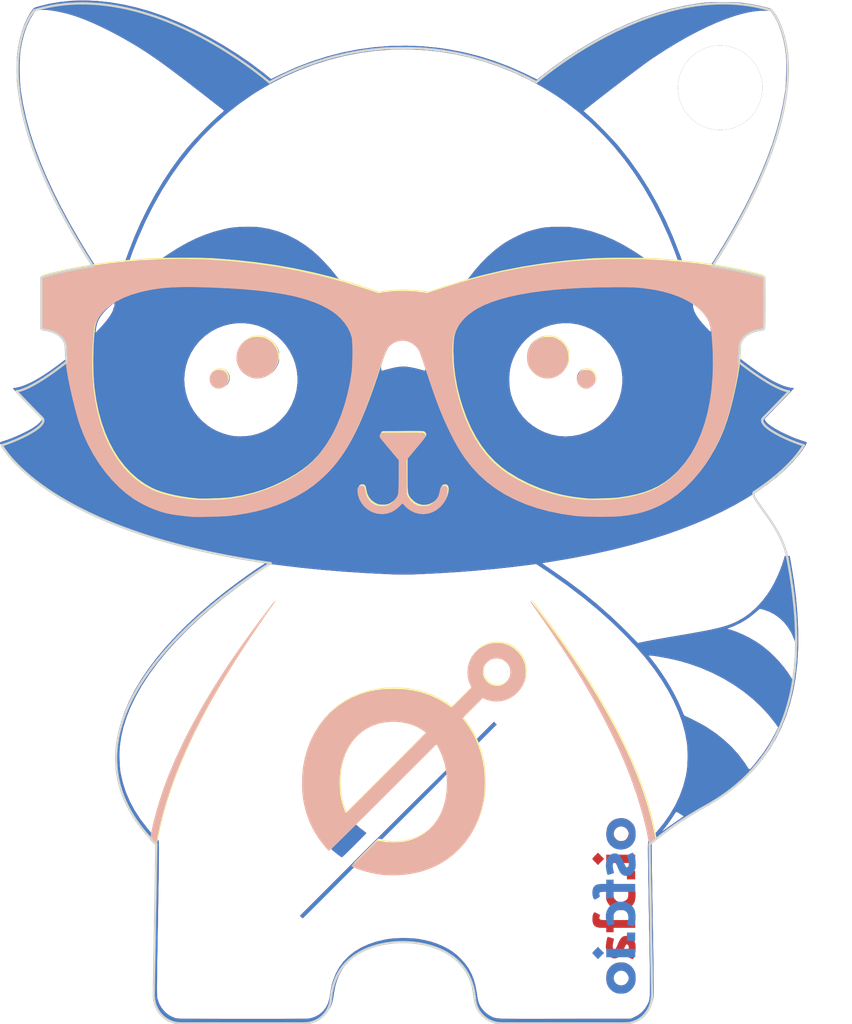
<source format=kicad_pcb>
(kicad_pcb (version 20171130) (host pcbnew "(5.1.7)-1")
  (layers (0 F.Cu signal) (31 B.Cu signal) (34 B.Paste user) (35 F.Paste user) (36 B.SilkS user) (37 F.SilkS user) (38 B.Mask user) (39 F.Mask user) (44 Edge.Cuts user))
  (net 0 "")
  (module LOGO (layer F.Cu) (at 62.23 58.42)
    (fp_text reference G*** hide)
    (fp_text value LOGO hide)
    (fp_poly (pts (xy -9.282682 -20.308582) (xy -9.206599 -20.30457) (xy -9.147695 -20.295121) (xy -9.093396 -20.277975) (xy -9.03113 -20.250873) (xy -9.011528 -20.241653) (xy -8.844246 -20.141657) (xy -8.708083 -20.018127) (xy -8.603047 -19.875923) (xy -8.529148 -19.719908) (xy -8.486394 -19.554941) (xy -8.474794 -19.385883) (xy -8.494357 -19.217596) (xy -8.54509 -19.05494) (xy -8.627005 -18.902775) (xy -8.740108 -18.765964) (xy -8.884408 -18.649366) (xy -9.008533 -18.580237) (xy -9.087806 -18.546289) (xy -9.158764 -18.525368) (xy -9.238333 -18.513805) (xy -9.342088 -18.507981) (xy -9.439173 -18.50714) (xy -9.529802 -18.510733) (xy -9.598759 -18.518016) (xy -9.615045 -18.521321) (xy -9.764682 -18.577726) (xy -9.912518 -18.66824) (xy -10.033284 -18.772005) (xy -10.154182 -18.920691) (xy -10.238274 -19.083453) (xy -10.28645 -19.255097) (xy -10.2996 -19.430433) (xy -10.278613 -19.60427) (xy -10.224379 -19.771416) (xy -10.137788 -19.92668) (xy -10.019729 -20.06487) (xy -9.871092 -20.180795) (xy -9.783444 -20.229848) (xy -9.710841 -20.26481) (xy -9.653978 -20.287664) (xy -9.600092 -20.300979) (xy -9.53642 -20.307329) (xy -9.450202 -20.309284) (xy -9.388515 -20.309417) (xy -9.282682 -20.308582)) (layer B.Cu) (width 0.01))
    (fp_poly (pts (xy -7.634241 -18.871739) (xy -7.514503 -18.835524) (xy -7.418935 -18.770912) (xy -7.348515 -18.68479) (xy -7.304223 -18.584045) (xy -7.287036 -18.475567) (xy -7.297934 -18.366243) (xy -7.337896 -18.262961) (xy -7.407899 -18.172609) (xy -7.508922 -18.102076) (xy -7.523875 -18.094953) (xy -7.627302 -18.0647) (xy -7.739607 -18.058462) (xy -7.841736 -18.076782) (xy -7.863417 -18.085251) (xy -7.935091 -18.131398) (xy -8.00685 -18.199795) (xy -8.063821 -18.274923) (xy -8.084369 -18.315837) (xy -8.109629 -18.436996) (xy -8.097688 -18.55474) (xy -8.053584 -18.662846) (xy -7.982355 -18.755091) (xy -7.889041 -18.825254) (xy -7.778679 -18.867111) (xy -7.656309 -18.874439) (xy -7.634241 -18.871739)) (layer B.Cu) (width 0.01))
    (fp_poly (pts (xy -22.032056 -20.316731) (xy -21.851938 -20.279257) (xy -21.753172 -20.24051) (xy -21.594399 -20.143996) (xy -21.454993 -20.015183) (xy -21.343628 -19.862732) (xy -21.308666 -19.79663) (xy -21.27905 -19.731491) (xy -21.259573 -19.677483) (xy -21.248124 -19.622571) (xy -21.242589 -19.554717) (xy -21.240854 -19.461886) (xy -21.24075 -19.409834) (xy -21.241643 -19.300538) (xy -21.245562 -19.221859) (xy -21.254373 -19.162098) (xy -21.269939 -19.109555) (xy -21.294125 -19.05253) (xy -21.299533 -19.040896) (xy -21.402558 -18.866587) (xy -21.532992 -18.724023) (xy -21.689517 -18.614373) (xy -21.862105 -18.541472) (xy -22.028051 -18.507398) (xy -22.201551 -18.502589) (xy -22.366476 -18.526984) (xy -22.422561 -18.54356) (xy -22.597594 -18.624267) (xy -22.746266 -18.733841) (xy -22.867058 -18.867177) (xy -22.958452 -19.019169) (xy -23.01893 -19.184712) (xy -23.046973 -19.3587) (xy -23.041063 -19.536027) (xy -22.999683 -19.711588) (xy -22.921313 -19.880277) (xy -22.850562 -19.982882) (xy -22.721092 -20.113681) (xy -22.56752 -20.214105) (xy -22.396833 -20.282515) (xy -22.216016 -20.317271) (xy -22.032056 -20.316731)) (layer B.Cu) (width 0.01))
    (fp_poly (pts (xy -23.763241 -18.871739) (xy -23.643503 -18.835524) (xy -23.547935 -18.770912) (xy -23.477515 -18.68479) (xy -23.433223 -18.584045) (xy -23.416036 -18.475567) (xy -23.426934 -18.366243) (xy -23.466896 -18.262961) (xy -23.536899 -18.172609) (xy -23.637922 -18.102076) (xy -23.652875 -18.094953) (xy -23.756931 -18.064618) (xy -23.870204 -18.058486) (xy -23.97333 -18.077141) (xy -23.992811 -18.084664) (xy -24.055211 -18.12526) (xy -24.122636 -18.189029) (xy -24.181298 -18.261224) (xy -24.216085 -18.32348) (xy -24.233875 -18.415599) (xy -24.228722 -18.52255) (xy -24.201896 -18.624437) (xy -24.196048 -18.638126) (xy -24.125839 -18.74462) (xy -24.02893 -18.822284) (xy -23.91302 -18.866965) (xy -23.785809 -18.874505) (xy -23.763241 -18.871739)) (layer B.Cu) (width 0.01))
    (fp_poly (pts (xy -11.710938 -3.253893) (xy -11.6528 -3.195755) (xy -12.460952 -2.387603) (xy -12.494292 -2.469093) (xy -12.527632 -2.550584) (xy -11.769076 -3.31203) (xy -11.710938 -3.253893)) (layer B.Cu) (width 0.01))
    (fp_poly (pts (xy -6.0543 0.939593) (xy -5.905133 0.98394) (xy -5.773209 1.063063) (xy -5.66327 1.175021) (xy -5.594481 1.286627) (xy -5.566415 1.348303) (xy -5.548834 1.403337) (xy -5.539353 1.465072) (xy -5.535591 1.546849) (xy -5.535084 1.61925) (xy -5.540905 1.761644) (xy -5.560985 1.874922) (xy -5.599247 1.971017) (xy -5.659613 2.061865) (xy -5.694165 2.103226) (xy -5.801277 2.194846) (xy -5.933634 2.260329) (xy -6.08149 2.29737) (xy -6.235099 2.303659) (xy -6.384716 2.276891) (xy -6.402917 2.271016) (xy -6.513998 2.214401) (xy -6.619781 2.127124) (xy -6.709392 2.020485) (xy -6.771956 1.905786) (xy -6.782204 1.876833) (xy -6.809316 1.743072) (xy -6.814171 1.61925) (xy -6.50875 1.61925) (xy -6.496195 1.722488) (xy -6.45466 1.80584) (xy -6.378346 1.879568) (xy -6.350216 1.899708) (xy -6.261926 1.937451) (xy -6.156881 1.949606) (xy -6.052049 1.936176) (xy -5.967983 1.899636) (xy -5.883618 1.820075) (xy -5.833081 1.723564) (xy -5.816372 1.618603) (xy -5.833492 1.513695) (xy -5.88444 1.417338) (xy -5.967983 1.338863) (xy -6.056856 1.301086) (xy -6.162088 1.288892) (xy -6.266713 1.302283) (xy -6.350216 1.338791) (xy -6.437212 1.411667) (xy -6.487819 1.491319) (xy -6.507837 1.588009) (xy -6.50875 1.61925) (xy -6.814171 1.61925) (xy -6.815078 1.59613) (xy -6.800393 1.451042) (xy -6.76616 1.322841) (xy -6.746336 1.277972) (xy -6.670711 1.165356) (xy -6.571103 1.066939) (xy -6.459369 0.99307) (xy -6.385401 0.962985) (xy -6.21597 0.931961) (xy -6.0543 0.939593)) (layer B.Cu) (width 0.01))
    (fp_poly (pts (xy -17.789715 1.267111) (xy -17.70684 1.338845) (xy -17.611154 1.415856) (xy -17.534141 1.473615) (xy -17.470506 1.520705) (xy -17.422986 1.559071) (xy -17.399954 1.581861) (xy -17.399 1.584225) (xy -17.41349 1.603083) (xy -17.454173 1.647278) (xy -17.51687 1.71266) (xy -17.597403 1.795081) (xy -17.69159 1.89039) (xy -17.795255 1.99444) (xy -17.904216 2.10308) (xy -18.014296 2.212161) (xy -18.121314 2.317534) (xy -18.221092 2.41505) (xy -18.309451 2.50056) (xy -18.38221 2.569914) (xy -18.435192 2.618963) (xy -18.464216 2.643558) (xy -18.468073 2.645629) (xy -18.493579 2.633558) (xy -18.543381 2.601552) (xy -18.608326 2.555626) (xy -18.633883 2.53667) (xy -18.718598 2.470631) (xy -18.806109 2.398557) (xy -18.878598 2.335155) (xy -18.883645 2.330498) (xy -18.988609 2.233083) (xy -17.910149 1.157041) (xy -17.789715 1.267111)) (layer B.Cu) (width 0.01))
    (fp_poly (pts (xy -5.63507 2.473103) (xy -5.60914 2.519063) (xy -5.586832 2.566458) (xy -5.557153 2.661746) (xy -5.536577 2.782586) (xy -5.526309 2.912951) (xy -5.527551 3.036816) (xy -5.541508 3.138151) (xy -5.543354 3.145344) (xy -5.595541 3.27025) (xy -5.675925 3.374941) (xy -5.734509 3.423204) (xy -5.823149 3.460698) (xy -5.927371 3.472) (xy -6.029227 3.4567) (xy -6.087295 3.431308) (xy -6.150658 3.383969) (xy -6.203721 3.322111) (xy -6.252363 3.237043) (xy -6.302464 3.120077) (xy -6.308486 3.104445) (xy -6.357314 2.987845) (xy -6.400406 2.910429) (xy -6.439697 2.869747) (xy -6.477122 2.863348) (xy -6.49317 2.870557) (xy -6.519634 2.909257) (xy -6.534239 2.977292) (xy -6.536483 3.063216) (xy -6.525865 3.155583) (xy -6.508617 3.223876) (xy -6.492258 3.285792) (xy -6.487566 3.330645) (xy -6.491508 3.343936) (xy -6.519948 3.357265) (xy -6.575979 3.376399) (xy -6.631474 3.392693) (xy -6.754198 3.426414) (xy -6.773649 3.375254) (xy -6.787386 3.327899) (xy -6.803818 3.255431) (xy -6.817582 3.183505) (xy -6.832415 3.020395) (xy -6.819877 2.871389) (xy -6.782593 2.740628) (xy -6.723188 2.632252) (xy -6.644286 2.550403) (xy -6.548511 2.499221) (xy -6.438488 2.482847) (xy -6.377583 2.489261) (xy -6.295882 2.521327) (xy -6.219511 2.58732) (xy -6.146309 2.689816) (xy -6.074118 2.831393) (xy -6.056056 2.873006) (xy -6.016444 2.961152) (xy -5.979098 3.03415) (xy -5.948727 3.08335) (xy -5.932555 3.099789) (xy -5.892804 3.096694) (xy -5.860106 3.076979) (xy -5.832448 3.026845) (xy -5.821142 2.948667) (xy -5.826099 2.853413) (xy -5.847229 2.752048) (xy -5.863156 2.704268) (xy -5.886399 2.640452) (xy -5.901776 2.593124) (xy -5.90549 2.576774) (xy -5.887975 2.561763) (xy -5.843737 2.536729) (xy -5.785249 2.507634) (xy -5.724987 2.480444) (xy -5.675426 2.461122) (xy -5.651473 2.455333) (xy -5.63507 2.473103)) (layer B.Cu) (width 0.01))
    (fp_poly (pts (xy -6.498167 3.831166) (xy -5.545667 3.831166) (xy -5.545667 4.169833) (xy -6.498167 4.169833) (xy -6.498167 4.445) (xy -6.815667 4.445) (xy -6.815667 4.169833) (xy -6.950659 4.169833) (xy -7.044223 4.174912) (xy -7.101393 4.192989) (xy -7.1272 4.228326) (xy -7.126671 4.285186) (xy -7.120499 4.31377) (xy -7.110907 4.359618) (xy -7.116065 4.389303) (xy -7.143251 4.415177) (xy -7.199743 4.449594) (xy -7.200942 4.450291) (xy -7.262472 4.482978) (xy -7.312481 4.504096) (xy -7.33175 4.5085) (xy -7.356761 4.490369) (xy -7.385392 4.444344) (xy -7.398451 4.414361) (xy -7.423474 4.311669) (xy -7.42908 4.197139) (xy -7.416275 4.085631) (xy -7.386065 3.992003) (xy -7.367726 3.960589) (xy -7.31382 3.901851) (xy -7.245561 3.862665) (xy -7.154739 3.84017) (xy -7.033142 3.831506) (xy -6.996264 3.831166) (xy -6.815667 3.831166) (xy -6.815667 3.640666) (xy -6.498167 3.640666) (xy -6.498167 3.831166)) (layer B.Cu) (width 0.01))
    (fp_poly (pts (xy -13.806415 -1.184015) (xy -13.801055 -1.127083) (xy -13.800991 -1.121776) (xy -13.802162 -1.108211) (xy -13.806956 -1.092477) (xy -13.817124 -1.07273) (xy -13.83442 -1.047129) (xy -13.860594 -1.013833) (xy -13.897399 -0.971) (xy -13.946585 -0.916787) (xy -14.009906 -0.849354) (xy -14.089111 -0.766858) (xy -14.185954 -0.667458) (xy -14.302186 -0.549311) (xy -14.439559 -0.410577) (xy -14.599824 -0.249413) (xy -14.784734 -0.063977) (xy -14.996039 0.147572) (xy -15.235492 0.387075) (xy -15.247698 0.399281) (xy -16.694729 1.846196) (xy -16.785085 1.83093) (xy -16.875441 1.815665) (xy -17.412387 2.352301) (xy -17.535993 2.476199) (xy -17.649566 2.590737) (xy -17.749744 2.692472) (xy -17.833167 2.777962) (xy -17.896474 2.843764) (xy -17.936303 2.886432) (xy -17.949334 2.902401) (xy -17.931915 2.918742) (xy -17.88943 2.94063) (xy -17.883958 2.942943) (xy -17.818582 2.970023) (xy -19.000428 4.152011) (xy -19.185849 4.337302) (xy -19.362638 4.513674) (xy -19.528515 4.678867) (xy -19.681196 4.830624) (xy -19.818401 4.966685) (xy -19.937847 5.084791) (xy -20.037251 5.182683) (xy -20.114333 5.258102) (xy -20.166808 5.308789) (xy -20.192397 5.332486) (xy -20.194532 5.334) (xy -20.215801 5.320094) (xy -20.251773 5.28604) (xy -20.257264 5.28027) (xy -20.30774 5.226541) (xy -17.070861 1.98961) (xy -16.65027 1.569206) (xy -16.258487 1.177998) (xy -15.895582 0.816055) (xy -15.56162 0.483441) (xy -15.256672 0.180226) (xy -14.980803 -0.093525) (xy -14.734083 -0.337745) (xy -14.516579 -0.552366) (xy -14.328359 -0.737321) (xy -14.169491 -0.892543) (xy -14.040043 -1.017966) (xy -13.940083 -1.113522) (xy -13.869678 -1.179144) (xy -13.828897 -1.214765) (xy -13.817648 -1.221619) (xy -13.806415 -1.184015)) (layer B.Cu) (width 0.01))
    (fp_poly (pts (xy -6.090076 4.613161) (xy -6.05316 4.61761) (xy -5.894079 4.657465) (xy -5.761479 4.730245) (xy -5.654446 4.836598) (xy -5.584363 4.950855) (xy -5.556215 5.037486) (xy -5.538873 5.151582) (xy -5.532556 5.279619) (xy -5.537486 5.408073) (xy -5.553883 5.523421) (xy -5.573876 5.593291) (xy -5.596171 5.64769) (xy -5.617872 5.677827) (xy -5.649474 5.68697) (xy -5.701474 5.678391) (xy -5.7785 5.657039) (xy -5.842693 5.638106) (xy -5.8878 5.623807) (xy -5.90173 5.61842) (xy -5.899512 5.597274) (xy -5.886289 5.549184) (xy -5.875271 5.515183) (xy -5.855793 5.434677) (xy -5.843858 5.340732) (xy -5.84208 5.296218) (xy -5.857653 5.172385) (xy -5.904163 5.077444) (xy -5.981567 5.011436) (xy -6.089822 4.974404) (xy -6.184704 4.965731) (xy -6.288277 4.975299) (xy -6.369988 5.011527) (xy -6.441341 5.080685) (xy -6.471709 5.122118) (xy -6.511467 5.218103) (xy -6.516172 5.337517) (xy -6.487813 5.47351) (xy -6.469922 5.533024) (xy -6.458393 5.572403) (xy -6.456063 5.581206) (xy -6.47439 5.588617) (xy -6.522035 5.603868) (xy -6.571466 5.618611) (xy -6.640562 5.639165) (xy -6.69547 5.656329) (xy -6.716854 5.663645) (xy -6.744583 5.654039) (xy -6.772334 5.609413) (xy -6.797616 5.537006) (xy -6.817934 5.444056) (xy -6.830797 5.337801) (xy -6.831256 5.331461) (xy -6.829131 5.165385) (xy -6.795971 5.022768) (xy -6.729344 4.895858) (xy -6.671826 4.82351) (xy -6.551256 4.715418) (xy -6.416302 4.645059) (xy -6.263672 4.611339) (xy -6.090076 4.613161)) (layer B.Cu) (width 0.01))
    (fp_poly (pts (xy -5.545667 6.328833) (xy -5.9055 6.328833) (xy -5.9055 5.969) (xy -5.545667 5.969) (xy -5.545667 6.328833)) (layer B.Cu) (width 0.01))
    (fp_poly (pts (xy -5.545667 7.0485) (xy -6.815667 7.0485) (xy -6.815667 6.688666) (xy -5.545667 6.688666) (xy -5.545667 7.0485)) (layer B.Cu) (width 0.01))
    (fp_poly (pts (xy -6.921459 6.869764) (xy -7.054388 7.001512) (xy -7.187317 7.133259) (xy -7.308409 7.010891) (xy -7.364723 6.951533) (xy -7.407093 6.902207) (xy -7.428324 6.871447) (xy -7.4295 6.867306) (xy -7.415374 6.843461) (xy -7.377844 6.798898) (xy -7.32418 6.742075) (xy -7.30718 6.725046) (xy -7.184859 6.604002) (xy -6.921459 6.869764)) (layer B.Cu) (width 0.01))
    (fp_poly (pts (xy -6.062633 7.294588) (xy -5.992681 7.3026) (xy -5.934337 7.319679) (xy -5.872292 7.348828) (xy -5.871845 7.349062) (xy -5.740311 7.441454) (xy -5.633589 7.565329) (xy -5.579654 7.661257) (xy -5.549264 7.760391) (xy -5.533643 7.88465) (xy -5.53265 8.019541) (xy -5.546147 8.150569) (xy -5.573992 8.263238) (xy -5.585737 8.292664) (xy -5.651702 8.400209) (xy -5.744267 8.499961) (xy -5.850743 8.580108) (xy -5.941144 8.623468) (xy -6.053435 8.647659) (xy -6.183838 8.654442) (xy -6.311807 8.643663) (xy -6.385011 8.626833) (xy -6.517715 8.564299) (xy -6.634531 8.468702) (xy -6.727522 8.348559) (xy -6.788751 8.212387) (xy -6.796056 8.185743) (xy -6.811708 8.080337) (xy -6.813139 8.004908) (xy -6.495701 8.004908) (xy -6.468081 8.1034) (xy -6.411785 8.190967) (xy -6.330528 8.259187) (xy -6.234027 8.298306) (xy -6.129022 8.30309) (xy -6.018791 8.268383) (xy -6.008563 8.263373) (xy -5.926564 8.201186) (xy -5.86325 8.113299) (xy -5.831441 8.022309) (xy -5.827192 7.954622) (xy -5.842801 7.88947) (xy -5.866498 7.836397) (xy -5.935805 7.736737) (xy -6.023171 7.671557) (xy -6.121641 7.641185) (xy -6.224259 7.645948) (xy -6.324066 7.686177) (xy -6.414108 7.762198) (xy -6.450038 7.808842) (xy -6.490925 7.903914) (xy -6.495701 8.004908) (xy -6.813139 8.004908) (xy -6.814023 7.958323) (xy -6.804127 7.834482) (xy -6.783145 7.723595) (xy -6.754905 7.645504) (xy -6.664608 7.505471) (xy -6.555754 7.402201) (xy -6.425264 7.333869) (xy -6.270055 7.298649) (xy -6.1595 7.29264) (xy -6.062633 7.294588)) (layer B.Cu) (width 0.01))
    (fp_poly (pts (xy -29.253115 -35.067448) (xy -28.688037 -35.008457) (xy -28.11376 -34.913351) (xy -27.532162 -34.782287) (xy -26.945123 -34.61542) (xy -26.354522 -34.412908) (xy -26.163628 -34.340031) (xy -25.5497 -34.082885) (xy -24.929051 -33.790217) (xy -24.30915 -33.466393) (xy -23.697465 -33.115776) (xy -23.101463 -32.742729) (xy -22.528614 -32.351617) (xy -21.986385 -31.946803) (xy -21.764027 -31.76922) (xy -21.588803 -31.626288) (xy -21.13961 -31.844829) (xy -20.479131 -32.143238) (xy -19.807396 -32.401616) (xy -19.125925 -32.619738) (xy -18.43624 -32.797379) (xy -17.739863 -32.934314) (xy -17.038314 -33.030318) (xy -16.333115 -33.085165) (xy -15.625786 -33.098632) (xy -14.917851 -33.070492) (xy -14.210828 -33.000521) (xy -13.768147 -32.935125) (xy -13.079641 -32.801207) (xy -12.40894 -32.631494) (xy -11.751225 -32.424443) (xy -11.10168 -32.178507) (xy -10.455487 -31.892141) (xy -10.333457 -31.833406) (xy -9.86133 -31.603327) (xy -9.61379 -31.800295) (xy -9.128194 -32.170512) (xy -8.611055 -32.534605) (xy -8.072589 -32.886137) (xy -7.523012 -33.218668) (xy -6.972541 -33.525758) (xy -6.466417 -33.784012) (xy -5.833239 -34.074834) (xy -5.21114 -34.326316) (xy -4.59762 -34.539216) (xy -3.99018 -34.714289) (xy -3.386321 -34.852293) (xy -2.783542 -34.953985) (xy -2.4765 -34.992027) (xy -2.334314 -35.003756) (xy -2.16016 -35.012155) (xy -1.96315 -35.017286) (xy -1.752394 -35.01921) (xy -1.537002 -35.017987) (xy -1.326086 -35.013679) (xy -1.128754 -35.006348) (xy -0.954119 -34.996055) (xy -0.81129 -34.982861) (xy -0.79375 -34.980709) (xy -0.42878 -34.92556) (xy -0.068377 -34.854683) (xy 0.232779 -34.781431) (xy 0.330867 -34.754554) (xy 0.398368 -34.732799) (xy 0.44559 -34.710348) (xy 0.482842 -34.681384) (xy 0.520432 -34.640092) (xy 0.552006 -34.60131) (xy 0.672357 -34.42831) (xy 0.78557 -34.219172) (xy 0.889588 -33.979789) (xy 0.982355 -33.716048) (xy 1.061812 -33.433843) (xy 1.125903 -33.139061) (xy 1.17257 -32.837594) (xy 1.174996 -32.817531) (xy 1.190086 -32.651306) (xy 1.200449 -32.45367) (xy 1.206085 -32.235279) (xy 1.206996 -32.00679) (xy 1.203186 -31.778859) (xy 1.194654 -31.562143) (xy 1.181403 -31.3673) (xy 1.174724 -31.297313) (xy 1.1011 -30.748894) (xy 0.994084 -30.186927) (xy 0.853293 -29.610238) (xy 0.678346 -29.017656) (xy 0.468861 -28.408005) (xy 0.224457 -27.780114) (xy -0.055248 -27.132808) (xy -0.370636 -26.464914) (xy -0.447311 -26.310167) (xy -0.716976 -25.782577) (xy -0.98914 -25.27522) (xy -1.271092 -24.775109) (xy -1.570124 -24.269256) (xy -1.83542 -23.837488) (xy -1.906131 -23.723394) (xy -1.968069 -23.621927) (xy -2.018095 -23.538353) (xy -2.053073 -23.477941) (xy -2.069866 -23.445957) (xy -2.070786 -23.442301) (xy -2.04879 -23.436773) (xy -1.99128 -23.425169) (xy -1.904452 -23.40866) (xy -1.7945 -23.388417) (xy -1.66762 -23.365609) (xy -1.621906 -23.35751) (xy -1.397727 -23.31649) (xy -1.174343 -23.272898) (xy -0.955868 -23.227741) (xy -0.746417 -23.182023) (xy -0.550105 -23.136748) (xy -0.371046 -23.092923) (xy -0.213356 -23.051552) (xy -0.081149 -23.01364) (xy 0.02146 -22.980193) (xy 0.090356 -22.952215) (xy 0.120649 -22.931875) (xy 0.127046 -22.914897) (xy 0.13243 -22.880905) (xy 0.136873 -22.826892) (xy 0.140449 -22.749849) (xy 0.143228 -22.64677) (xy 0.145285 -22.514646) (xy 0.146691 -22.350469) (xy 0.147518 -22.151232) (xy 0.14784 -21.913926) (xy 0.147842 -21.802913) (xy 0.147451 -21.59135) (xy 0.146449 -21.392258) (xy 0.144901 -21.209716) (xy 0.142872 -21.047805) (xy 0.140425 -20.910604) (xy 0.137626 -20.802193) (xy 0.134539 -20.726652) (xy 0.13123 -20.68806) (xy 0.130135 -20.684182) (xy 0.102745 -20.66798) (xy 0.044119 -20.647747) (xy -0.035295 -20.626844) (xy -0.075916 -20.617931) (xy -0.303319 -20.558394) (xy -0.494262 -20.480243) (xy -0.651012 -20.381963) (xy -0.775836 -20.26204) (xy -0.871002 -20.118957) (xy -0.894265 -20.070939) (xy -0.91311 -20.021805) (xy -0.926989 -19.965572) (xy -0.937088 -19.893592) (xy -0.944596 -19.797214) (xy -0.9507 -19.667791) (xy -0.951127 -19.656707) (xy -0.963084 -19.342664) (xy -0.752672 -19.180457) (xy -0.401006 -18.917256) (xy -0.0721 -18.687352) (xy 0.233754 -18.490909) (xy 0.516262 -18.328088) (xy 0.775129 -18.199052) (xy 1.010062 -18.103964) (xy 1.220766 -18.042987) (xy 1.340406 -18.022224) (xy 1.442562 -18.009756) (xy 1.331237 -17.889586) (xy 1.290458 -17.846254) (xy 1.224425 -17.776928) (xy 1.137359 -17.686) (xy 1.033478 -17.577865) (xy 0.917004 -17.456916) (xy 0.792155 -17.327546) (xy 0.680276 -17.211841) (xy 0.140641 -16.654264) (xy 0.177826 -16.585217) (xy 0.237973 -16.505204) (xy 0.336373 -16.415533) (xy 0.470501 -16.317925) (xy 0.637836 -16.2141) (xy 0.835852 -16.105779) (xy 1.00235 -16.022926) (xy 1.28336 -15.893642) (xy 1.535187 -15.7893) (xy 1.761668 -15.708353) (xy 1.850234 -15.680935) (xy 1.92538 -15.657173) (xy 1.981712 -15.63621) (xy 2.00949 -15.62177) (xy 2.010833 -15.61955) (xy 1.998811 -15.583438) (xy 1.965862 -15.520909) (xy 1.916656 -15.43926) (xy 1.855868 -15.345788) (xy 1.788169 -15.247791) (xy 1.718232 -15.152567) (xy 1.681765 -15.105604) (xy 1.387861 -14.764296) (xy 1.053321 -14.428508) (xy 0.67959 -14.099107) (xy 0.268108 -13.776962) (xy -0.179683 -13.462939) (xy -0.662339 -13.157908) (xy -1.17842 -12.862736) (xy -1.726481 -12.57829) (xy -2.305083 -12.30544) (xy -2.912781 -12.045051) (xy -3.548135 -11.797994) (xy -4.191 -11.571398) (xy -4.954942 -11.329295) (xy -5.75398 -11.103374) (xy -6.583666 -10.894708) (xy -7.439551 -10.70437) (xy -8.317188 -10.53343) (xy -8.947132 -10.425069) (xy -9.103468 -10.399612) (xy -9.249228 -10.375855) (xy -9.378274 -10.354798) (xy -9.484467 -10.337445) (xy -9.56167 -10.324797) (xy -9.603744 -10.317857) (xy -9.605493 -10.317564) (xy -9.628443 -10.312645) (xy -9.639405 -10.305022) (xy -9.634722 -10.291435) (xy -9.610735 -10.268624) (xy -9.563785 -10.233327) (xy -9.490215 -10.182286) (xy -9.386365 -10.11224) (xy -9.34091 -10.081775) (xy -8.615493 -9.577839) (xy -7.928372 -9.06317) (xy -7.27628 -8.535088) (xy -6.655952 -7.990915) (xy -6.064123 -7.427971) (xy -5.873445 -7.236533) (xy -5.428639 -6.783917) (xy -5.037361 -6.862345) (xy -4.928019 -6.883556) (xy -4.784111 -6.910389) (xy -4.612841 -6.941559) (xy -4.421408 -6.97578) (xy -4.217014 -7.011768) (xy -4.006861 -7.048236) (xy -3.798149 -7.083901) (xy -3.757084 -7.090846) (xy -3.394635 -7.152512) (xy -3.070899 -7.208753) (xy -2.782707 -7.260326) (xy -2.526892 -7.307989) (xy -2.300288 -7.352499) (xy -2.099725 -7.394613) (xy -1.998827 -7.417597) (xy -1.521235 -7.417597) (xy -1.379743 -7.377308) (xy -1.103092 -7.28507) (xy -0.813981 -7.164071) (xy -0.524207 -7.02025) (xy -0.245563 -6.859544) (xy 0.010155 -6.68789) (xy 0.053369 -6.655889) (xy 0.307315 -6.449751) (xy 0.555658 -6.219468) (xy 0.790939 -5.973152) (xy 1.0057 -5.718915) (xy 1.192482 -5.464866) (xy 1.292684 -5.308142) (xy 1.331095 -5.246784) (xy 1.361634 -5.20301) (xy 1.377503 -5.186434) (xy 1.384499 -5.205944) (xy 1.395085 -5.259819) (xy 1.407954 -5.340372) (xy 1.421795 -5.43992) (xy 1.425181 -5.466292) (xy 1.465689 -5.825322) (xy 1.49559 -6.182079) (xy 1.514049 -6.498167) (xy 1.519284 -6.613886) (xy 1.521146 -6.698284) (xy 1.518407 -6.762323) (xy 1.50984 -6.816961) (xy 1.494216 -6.873158) (xy 1.470308 -6.941873) (xy 1.461668 -6.965656) (xy 1.342962 -7.236001) (xy 1.19354 -7.482871) (xy 1.016374 -7.703509) (xy 0.814438 -7.895159) (xy 0.590706 -8.055063) (xy 0.348151 -8.180464) (xy 0.089747 -8.268605) (xy 0.044411 -8.279696) (xy -0.057931 -8.303319) (xy -0.25305 -8.131117) (xy -0.551616 -7.894576) (xy -0.86799 -7.696058) (xy -1.201218 -7.536129) (xy -1.33741 -7.483667) (xy -1.521235 -7.417597) (xy -1.998827 -7.417597) (xy -1.922038 -7.435089) (xy -1.764058 -7.474682) (xy -1.622618 -7.514152) (xy -1.49455 -7.554254) (xy -1.376688 -7.595746) (xy -1.265864 -7.639386) (xy -1.15891 -7.68593) (xy -1.052659 -7.736136) (xy -1.04775 -7.738539) (xy -0.748361 -7.908142) (xy -0.461505 -8.116464) (xy -0.189685 -8.361097) (xy 0.064596 -8.639631) (xy 0.298836 -8.949659) (xy 0.443239 -9.173664) (xy 0.576143 -9.410864) (xy 0.705453 -9.673785) (xy 0.824805 -9.947884) (xy 0.927832 -10.218615) (xy 1.002621 -10.451837) (xy 1.04939 -10.615084) (xy 1.258756 -10.615084) (xy 1.305866 -10.355377) (xy 1.436412 -9.558827) (xy 1.534272 -8.788738) (xy 1.599439 -8.045208) (xy 1.631904 -7.32833) (xy 1.631659 -6.638201) (xy 1.627849 -6.50819) (xy 1.588856 -5.869549) (xy 1.51626 -5.256583) (xy 1.409945 -4.669071) (xy 1.269797 -4.106791) (xy 1.0957 -3.569521) (xy 0.887539 -3.05704) (xy 0.645199 -2.569125) (xy 0.368565 -2.105555) (xy 0.057522 -1.666108) (xy -0.288046 -1.250563) (xy -0.668254 -0.858698) (xy -1.083216 -0.490291) (xy -1.533048 -0.14512) (xy -1.756834 0.009338) (xy -1.863472 0.078484) (xy -1.995245 0.160834) (xy -2.140238 0.249118) (xy -2.286533 0.336067) (xy -2.402417 0.403158) (xy -2.829258 0.651939) (xy -3.222201 0.892566) (xy -3.587783 1.129418) (xy -3.932542 1.366875) (xy -4.263015 1.609316) (xy -4.58574 1.86112) (xy -4.619625 1.888429) (xy -4.826 2.055247) (xy -4.82577 2.366415) (xy -4.825373 2.424633) (xy -4.824268 2.522461) (xy -4.822498 2.657183) (xy -4.820104 2.826083) (xy -4.817131 3.026445) (xy -4.813621 3.255551) (xy -4.809617 3.510686) (xy -4.805162 3.789134) (xy -4.800299 4.088177) (xy -4.795071 4.405101) (xy -4.789521 4.737187) (xy -4.783691 5.081721) (xy -4.777625 5.435986) (xy -4.773333 5.684216) (xy -4.765092 6.167319) (xy -4.757875 6.608541) (xy -4.751679 7.008322) (xy -4.746498 7.367101) (xy -4.742328 7.685319) (xy -4.739165 7.963415) (xy -4.737005 8.201829) (xy -4.735842 8.401) (xy -4.735672 8.56137) (xy -4.736492 8.683376) (xy -4.738295 8.76746) (xy -4.741079 8.814061) (xy -4.741679 8.81847) (xy -4.797455 9.043878) (xy -4.8879 9.253663) (xy -5.009562 9.442841) (xy -5.158992 9.606431) (xy -5.332739 9.739451) (xy -5.410482 9.784141) (xy -5.447437 9.803866) (xy -5.480667 9.821708) (xy -5.512358 9.837759) (xy -5.544697 9.852107) (xy -5.579872 9.864845) (xy -5.620069 9.876061) (xy -5.667475 9.885847) (xy -5.724278 9.894292) (xy -5.792664 9.901486) (xy -5.874821 9.907521) (xy -5.972936 9.912485) (xy -6.089195 9.91647) (xy -6.225786 9.919565) (xy -6.384896 9.921862) (xy -6.568711 9.923449) (xy -6.77942 9.924418) (xy -7.019208 9.924858) (xy -7.290263 9.92486) (xy -7.594772 9.924514) (xy -7.934922 9.92391) (xy -8.3129 9.923139) (xy -8.730893 9.922291) (xy -8.757289 9.922239) (xy -11.673417 9.916583) (xy -11.811 9.867096) (xy -12.023855 9.76979) (xy -12.210762 9.64162) (xy -12.368828 9.485568) (xy -12.495162 9.304618) (xy -12.586872 9.101752) (xy -12.603524 9.049745) (xy -12.62696 8.957726) (xy -12.651517 8.840074) (xy -12.673979 8.713266) (xy -12.688469 8.614833) (xy -12.750363 8.288276) (xy -12.847492 7.985093) (xy -12.979548 7.705666) (xy -13.146222 7.450376) (xy -13.347204 7.219604) (xy -13.582185 7.013732) (xy -13.850856 6.83314) (xy -14.152909 6.678211) (xy -14.311812 6.61224) (xy -14.633113 6.507127) (xy -14.978263 6.42915) (xy -15.337536 6.379661) (xy -15.701203 6.360015) (xy -16.04786 6.370669) (xy -16.435617 6.415663) (xy -16.799453 6.490069) (xy -17.137948 6.593032) (xy -17.449684 6.723698) (xy -17.73324 6.881212) (xy -17.987198 7.06472) (xy -18.210139 7.273367) (xy -18.400643 7.506299) (xy -18.55729 7.762661) (xy -18.634748 7.928111) (xy -18.69253 8.078233) (xy -18.740083 8.230979) (xy -18.78019 8.397327) (xy -18.815639 8.588257) (xy -18.836396 8.723093) (xy -18.865494 8.898772) (xy -18.898489 9.04209) (xy -18.938682 9.163018) (xy -18.989373 9.271524) (xy -19.052261 9.375184) (xy -19.176641 9.528799) (xy -19.329692 9.665266) (xy -19.501972 9.778259) (xy -19.68404 9.861453) (xy -19.842346 9.904542) (xy -19.882741 9.908253) (xy -19.960969 9.911601) (xy -20.077446 9.914588) (xy -20.232586 9.917217) (xy -20.426804 9.919492) (xy -20.660515 9.921415) (xy -20.934134 9.922989) (xy -21.248076 9.924218) (xy -21.602755 9.925103) (xy -21.998587 9.925649) (xy -22.435986 9.925857) (xy -22.83743 9.925773) (xy -23.252276 9.925519) (xy -23.626865 9.925165) (xy -23.963275 9.924687) (xy -24.263581 9.924065) (xy -24.529861 9.923276) (xy -24.764191 9.922297) (xy -24.968647 9.921106) (xy -25.145307 9.919681) (xy -25.296247 9.918) (xy -25.423543 9.916039) (xy -25.529273 9.913777) (xy -25.615513 9.911192) (xy -25.684339 9.908261) (xy -25.737829 9.904961) (xy -25.778059 9.901271) (xy -25.807105 9.897168) (xy -25.823334 9.893666) (xy -25.996771 9.834884) (xy -26.152075 9.752354) (xy -26.300487 9.63939) (xy -26.386495 9.558631) (xy -26.480253 9.460068) (xy -26.549744 9.373474) (xy -26.604778 9.285698) (xy -26.636827 9.223069) (xy -26.656274 9.183413) (xy -26.674001 9.147905) (xy -26.690057 9.11451) (xy -26.70449 9.081192) (xy -26.717348 9.045917) (xy -26.728678 9.006648) (xy -26.738529 8.961352) (xy -26.746948 8.907992) (xy -26.753983 8.844533) (xy -26.759683 8.768941) (xy -26.764094 8.67918) (xy -26.767265 8.573215) (xy -26.769245 8.449011) (xy -26.770079 8.304532) (xy -26.769818 8.137743) (xy -26.768508 7.94661) (xy -26.766197 7.729097) (xy -26.762933 7.483168) (xy -26.758765 7.206789) (xy -26.753739 6.897924) (xy -26.747904 6.554539) (xy -26.741308 6.174597) (xy -26.733999 5.756065) (xy -26.727372 5.374862) (xy -26.669449 2.028144) (xy -26.884864 1.791947) (xy -27.213909 1.409048) (xy -27.50167 1.026596) (xy -27.74913 0.642616) (xy -27.957267 0.255133) (xy -28.127065 -0.137829) (xy -28.259502 -0.538244) (xy -28.355561 -0.948087) (xy -28.405124 -1.269445) (xy -28.424457 -1.511258) (xy -28.428631 -1.780151) (xy -28.423169 -1.930547) (xy -28.274642 -1.930547) (xy -28.274285 -1.744899) (xy -28.269084 -1.555443) (xy -28.259359 -1.373472) (xy -28.245432 -1.210279) (xy -28.227621 -1.077154) (xy -28.226177 -1.068917) (xy -28.129722 -0.640568) (xy -27.995378 -0.224086) (xy -27.822323 0.182187) (xy -27.609739 0.579908) (xy -27.356804 0.970736) (xy -27.062698 1.356328) (xy -26.973634 1.462675) (xy -26.911137 1.539314) (xy -26.860638 1.607784) (xy -26.827848 1.659908) (xy -26.818167 1.685288) (xy -26.804834 1.720774) (xy -26.769829 1.775317) (xy -26.720642 1.837291) (xy -26.719133 1.839021) (xy -26.6665 1.897127) (xy -26.633102 1.926688) (xy -26.611771 1.932253) (xy -26.595338 1.918366) (xy -26.594919 1.917798) (xy -26.58481 1.904515) (xy -26.575646 1.894838) (xy -26.567418 1.8906) (xy -26.560115 1.893636) (xy -26.553729 1.905777) (xy -26.54825 1.928857) (xy -26.543668 1.964709) (xy -26.539973 2.015167) (xy -26.537157 2.082064) (xy -26.53521 2.167232) (xy -26.534122 2.272505) (xy -26.533883 2.399716) (xy -26.534485 2.550698) (xy -26.535917 2.727285) (xy -26.53817 2.93131) (xy -26.541235 3.164605) (xy -26.545102 3.429004) (xy -26.549761 3.726341) (xy -26.555203 4.058447) (xy -26.561418 4.427158) (xy -26.568398 4.834305) (xy -26.576131 5.281721) (xy -26.577126 5.339183) (xy -26.584811 5.783836) (xy -26.591747 6.188174) (xy -26.597948 6.554208) (xy -26.603427 6.883949) (xy -26.608198 7.179409) (xy -26.612272 7.442598) (xy -26.615663 7.675529) (xy -26.618383 7.880211) (xy -26.620447 8.058657) (xy -26.621867 8.212877) (xy -26.622655 8.344884) (xy -26.622826 8.456687) (xy -26.622391 8.550299) (xy -26.621365 8.62773) (xy -26.619759 8.690992) (xy -26.617587 8.742097) (xy -26.614862 8.783054) (xy -26.611596 8.815876) (xy -26.607804 8.842574) (xy -26.603498 8.865159) (xy -26.600007 8.880326) (xy -26.529124 9.089155) (xy -26.425029 9.278393) (xy -26.291649 9.443847) (xy -26.132913 9.581327) (xy -25.952749 9.686641) (xy -25.787534 9.747233) (xy -25.765388 9.751355) (xy -25.729124 9.755084) (xy -25.676811 9.75844) (xy -25.606522 9.761442) (xy -25.516325 9.76411) (xy -25.404291 9.766462) (xy -25.268492 9.768518) (xy -25.106996 9.770297) (xy -24.917875 9.771819) (xy -24.6992 9.773102) (xy -24.449039 9.774166) (xy -24.165465 9.775031) (xy -23.846547 9.775715) (xy -23.490356 9.776239) (xy -23.094962 9.77662) (xy -22.82825 9.776794) (xy -22.415209 9.776972) (xy -22.042385 9.777014) (xy -21.707661 9.776897) (xy -21.408923 9.776601) (xy -21.144053 9.776105) (xy -20.910936 9.775387) (xy -20.707455 9.774427) (xy -20.531494 9.773204) (xy -20.380938 9.771696) (xy -20.25367 9.769883) (xy -20.147574 9.767743) (xy -20.060535 9.765255) (xy -19.990434 9.762399) (xy -19.935158 9.759153) (xy -19.892589 9.755496) (xy -19.860612 9.751407) (xy -19.837792 9.747027) (xy -19.636672 9.6788) (xy -19.456789 9.575862) (xy -19.301429 9.441841) (xy -19.173877 9.280364) (xy -19.077417 9.095058) (xy -19.015334 8.88955) (xy -19.0042 8.8265) (xy -18.977511 8.651133) (xy -18.954649 8.510123) (xy -18.934046 8.395839) (xy -18.914133 8.300649) (xy -18.89334 8.216922) (xy -18.870099 8.137028) (xy -18.849005 8.071693) (xy -18.726173 7.766479) (xy -18.570126 7.487323) (xy -18.38121 7.234482) (xy -18.159772 7.008212) (xy -17.906157 6.808771) (xy -17.620712 6.636414) (xy -17.303783 6.491398) (xy -16.955717 6.373979) (xy -16.57686 6.284415) (xy -16.393584 6.25283) (xy -16.242816 6.235384) (xy -16.062628 6.223655) (xy -15.864682 6.217639) (xy -15.660643 6.217335) (xy -15.462175 6.222741) (xy -15.280943 6.233856) (xy -15.128609 6.250676) (xy -15.113 6.25305) (xy -14.807782 6.309442) (xy -14.532456 6.378733) (xy -14.275673 6.464273) (xy -14.026083 6.569413) (xy -13.99978 6.58175) (xy -13.782913 6.694262) (xy -13.591744 6.816489) (xy -13.41251 6.958251) (xy -13.231454 7.129367) (xy -13.229167 7.131686) (xy -13.044558 7.338706) (xy -12.890342 7.556112) (xy -12.764077 7.78931) (xy -12.663321 8.043703) (xy -12.585633 8.324699) (xy -12.528569 8.6377) (xy -12.519774 8.701872) (xy -12.494914 8.8642) (xy -12.465445 8.99516) (xy -12.42791 9.105701) (xy -12.378855 9.206773) (xy -12.340118 9.271076) (xy -12.255149 9.38138) (xy -12.146248 9.490831) (xy -12.027284 9.586929) (xy -11.912123 9.657173) (xy -11.911467 9.657494) (xy -11.877411 9.674411) (xy -11.846624 9.689698) (xy -11.816905 9.703433) (xy -11.786057 9.715695) (xy -11.751883 9.726561) (xy -11.712183 9.736111) (xy -11.66476 9.744423) (xy -11.607416 9.751575) (xy -11.537952 9.757646) (xy -11.454171 9.762713) (xy -11.353874 9.766857) (xy -11.234863 9.770154) (xy -11.09494 9.772684) (xy -10.931908 9.774525) (xy -10.743567 9.775756) (xy -10.52772 9.776454) (xy -10.282168 9.776698) (xy -10.004714 9.776567) (xy -9.69316 9.776139) (xy -9.345307 9.775493) (xy -8.958957 9.774707) (xy -8.644631 9.774076) (xy -5.74675 9.768416) (xy -5.625348 9.719385) (xy -5.423628 9.616163) (xy -5.249561 9.481074) (xy -5.104472 9.315358) (xy -4.993549 9.128339) (xy -4.977531 9.095686) (xy -4.962938 9.065847) (xy -4.949739 9.036808) (xy -4.937898 9.006559) (xy -4.927383 8.973087) (xy -4.918159 8.93438) (xy -4.910194 8.888425) (xy -4.903453 8.833212) (xy -4.897903 8.766727) (xy -4.89351 8.686958) (xy -4.890241 8.591894) (xy -4.888061 8.479523) (xy -4.886938 8.347832) (xy -4.886837 8.194808) (xy -4.887725 8.018441) (xy -4.889568 7.816718) (xy -4.892333 7.587627) (xy -4.895985 7.329155) (xy -4.900492 7.039291) (xy -4.90582 6.716022) (xy -4.911934 6.357337) (xy -4.918802 5.961223) (xy -4.926389 5.525669) (xy -4.929905 5.323416) (xy -4.937561 4.881691) (xy -4.944478 4.480332) (xy -4.950666 4.117379) (xy -4.956138 3.790873) (xy -4.960905 3.498853) (xy -4.964977 3.239359) (xy -4.968366 3.010431) (xy -4.971084 2.810109) (xy -4.973141 2.636432) (xy -4.974549 2.487441) (xy -4.97532 2.361175) (xy -4.975463 2.255675) (xy -4.974991 2.168979) (xy -4.973916 2.099129) (xy -4.972247 2.044163) (xy -4.969997 2.002122) (xy -4.967177 1.971046) (xy -4.963797 1.948974) (xy -4.95987 1.933947) (xy -4.955407 1.924004) (xy -4.950418 1.917184) (xy -4.949496 1.916171) (xy -4.921318 1.887903) (xy -4.911706 1.890691) (xy -4.910667 1.915448) (xy -4.904022 1.930007) (xy -4.881164 1.920244) (xy -4.837704 1.883374) (xy -4.794269 1.841517) (xy -4.726165 1.768203) (xy -4.69249 1.716461) (xy -4.689321 1.690486) (xy -4.681303 1.651044) (xy -4.641104 1.589631) (xy -4.605754 1.547422) (xy -4.595161 1.534577) (xy -4.3815 1.534577) (xy -4.365484 1.526044) (xy -4.321492 1.496587) (xy -4.255608 1.450425) (xy -4.173916 1.391774) (xy -4.142333 1.368797) (xy -4.025265 1.28451) (xy -3.890701 1.189443) (xy -3.756489 1.096122) (xy -3.655499 1.027177) (xy -3.566577 0.966246) (xy -3.49181 0.913195) (xy -3.437507 0.872641) (xy -3.409977 0.849203) (xy -3.407834 0.845887) (xy -3.42465 0.829233) (xy -3.469691 0.796572) (xy -3.534846 0.753617) (xy -3.571196 0.730826) (xy -3.648817 0.683678) (xy -3.698793 0.656692) (xy -3.729186 0.647288) (xy -3.748056 0.652882) (xy -3.762516 0.669546) (xy -3.784618 0.702031) (xy -3.824344 0.761559) (xy -3.87613 0.839755) (xy -3.934412 0.928245) (xy -3.93644 0.931333) (xy -4.011328 1.041517) (xy -4.097094 1.161744) (xy -4.181358 1.274907) (xy -4.231954 1.339682) (xy -4.291537 1.41456) (xy -4.339852 1.476674) (xy -4.371564 1.519068) (xy -4.3815 1.534577) (xy -4.595161 1.534577) (xy -4.287272 1.161255) (xy -4.009797 0.76618) (xy -3.773442 0.362425) (xy -3.57832 -0.049782) (xy -3.424546 -0.470212) (xy -3.312232 -0.898637) (xy -3.26668 -1.147154) (xy -3.249847 -1.290545) (xy -3.237991 -1.464101) (xy -3.231205 -1.655936) (xy -3.229584 -1.854166) (xy -3.233223 -2.046904) (xy -3.242215 -2.222265) (xy -3.256655 -2.368364) (xy -3.256967 -2.370667) (xy -3.340189 -2.830667) (xy -3.464731 -3.29334) (xy -3.630684 -3.758842) (xy -3.838136 -4.227331) (xy -4.087179 -4.698963) (xy -4.377902 -5.173895) (xy -4.710395 -5.652284) (xy -5.084747 -6.134287) (xy -5.178912 -6.244167) (xy -4.974506 -6.244167) (xy -4.845152 -6.08462) (xy -4.62777 -5.803488) (xy -4.412905 -5.500787) (xy -4.205144 -5.184197) (xy -4.009077 -4.861402) (xy -3.829293 -4.540082) (xy -3.670381 -4.227919) (xy -3.53693 -3.932595) (xy -3.489631 -3.815568) (xy -3.452188 -3.723615) (xy -3.418166 -3.648146) (xy -3.391272 -3.596859) (xy -3.37521 -3.577453) (xy -3.375026 -3.577443) (xy -3.34377 -3.567653) (xy -3.281622 -3.540753) (xy -3.19484 -3.499939) (xy -3.089679 -3.448408) (xy -2.972393 -3.389354) (xy -2.849238 -3.325974) (xy -2.72647 -3.261463) (xy -2.610344 -3.199017) (xy -2.507116 -3.141831) (xy -2.423041 -3.093102) (xy -2.402417 -3.080566) (xy -2.005164 -2.813579) (xy -1.63669 -2.52114) (xy -1.299453 -2.205627) (xy -0.995915 -1.869417) (xy -0.728536 -1.514889) (xy -0.634141 -1.37146) (xy -0.593368 -1.30533) (xy -0.561758 -1.256801) (xy -0.534445 -1.227645) (xy -0.506563 -1.219637) (xy -0.473244 -1.234549) (xy -0.429623 -1.274157) (xy -0.370833 -1.340233) (xy -0.292009 -1.434551) (xy -0.218411 -1.522984) (xy 0.105828 -1.942832) (xy 0.397604 -2.387655) (xy 0.648571 -2.84266) (xy 0.76339 -3.071235) (xy 0.637981 -3.244826) (xy 0.333696 -3.630932) (xy -0.00647 -3.997843) (xy -0.379815 -4.343785) (xy -0.783637 -4.666985) (xy -1.215236 -4.96567) (xy -1.67191 -5.238067) (xy -2.150957 -5.482403) (xy -2.649676 -5.696903) (xy -3.165365 -5.879796) (xy -3.545417 -5.990848) (xy -3.692766 -6.028037) (xy -3.857444 -6.066059) (xy -4.032299 -6.103584) (xy -4.210179 -6.139281) (xy -4.38393 -6.171819) (xy -4.5464 -6.199867) (xy -4.690437 -6.222094) (xy -4.808887 -6.237169) (xy -4.894599 -6.243761) (xy -4.905545 -6.243943) (xy -4.974506 -6.244167) (xy -5.178912 -6.244167) (xy -5.501049 -6.62006) (xy -5.95939 -7.109761) (xy -5.98973 -7.140803) (xy -6.568904 -7.705971) (xy -7.188174 -8.260346) (xy -7.846489 -8.803064) (xy -8.542793 -9.333263) (xy -9.276033 -9.850081) (xy -9.414858 -9.943629) (xy -9.907965 -10.273611) (xy -10.187441 -10.237113) (xy -10.979321 -10.139481) (xy -11.764671 -10.054561) (xy -12.552744 -9.981581) (xy -13.352794 -9.919768) (xy -14.174074 -9.86835) (xy -15.025838 -9.826554) (xy -15.185477 -9.819897) (xy -15.485548 -9.810321) (xy -15.765762 -9.807347) (xy -16.047165 -9.810983) (xy -16.328477 -9.820307) (xy -17.379892 -9.871742) (xy -18.3974 -9.938183) (xy -19.379424 -10.019504) (xy -20.324385 -10.115578) (xy -20.971777 -10.192657) (xy -21.124315 -10.211859) (xy -21.263706 -10.229178) (xy -21.384253 -10.243923) (xy -21.480258 -10.255405) (xy -21.546026 -10.262935) (xy -21.575859 -10.265823) (xy -21.576404 -10.265834) (xy -21.610344 -10.253625) (xy -21.674796 -10.218583) (xy -21.766264 -10.163082) (xy -21.881251 -10.089499) (xy -22.01626 -10.000209) (xy -22.167794 -9.897587) (xy -22.332358 -9.78401) (xy -22.506453 -9.661851) (xy -22.686585 -9.533488) (xy -22.869255 -9.401295) (xy -23.050967 -9.267648) (xy -23.106447 -9.226376) (xy -23.711425 -8.760134) (xy -24.283361 -8.288936) (xy -24.821149 -7.813927) (xy -25.323683 -7.336253) (xy -25.789857 -6.857061) (xy -26.218566 -6.377495) (xy -26.608703 -5.898701) (xy -26.959163 -5.421825) (xy -27.268839 -4.948013) (xy -27.323381 -4.85775) (xy -27.578369 -4.401031) (xy -27.793091 -3.953218) (xy -27.968215 -3.512439) (xy -28.104413 -3.076824) (xy -28.202356 -2.6445) (xy -28.259543 -2.245258) (xy -28.269835 -2.101098) (xy -28.274642 -1.930547) (xy -28.423169 -1.930547) (xy -28.418323 -2.063946) (xy -28.394213 -2.350465) (xy -28.356978 -2.627529) (xy -28.317914 -2.835498) (xy -28.197642 -3.297234) (xy -28.035678 -3.76335) (xy -27.832383 -4.233357) (xy -27.588117 -4.706769) (xy -27.303241 -5.183098) (xy -26.978117 -5.661857) (xy -26.613103 -6.142557) (xy -26.208562 -6.624713) (xy -25.764854 -7.107836) (xy -25.28234 -7.59144) (xy -24.76138 -8.075036) (xy -24.202335 -8.558137) (xy -23.897167 -8.808616) (xy -23.701833 -8.963952) (xy -23.490565 -9.127889) (xy -23.269157 -9.296199) (xy -23.043399 -9.464653) (xy -22.819082 -9.629023) (xy -22.602 -9.78508) (xy -22.397943 -9.928597) (xy -22.212703 -10.055344) (xy -22.052071 -10.161093) (xy -21.996635 -10.196174) (xy -21.928379 -10.240401) (xy -21.877929 -10.276279) (xy -21.852941 -10.29822) (xy -21.851843 -10.301898) (xy -21.87476 -10.307981) (xy -21.932907 -10.319261) (xy -22.01966 -10.334571) (xy -22.128397 -10.352746) (xy -22.252495 -10.372618) (xy -22.260125 -10.373814) (xy -23.15624 -10.525116) (xy -24.026753 -10.694303) (xy -24.870441 -10.880949) (xy -25.68608 -11.084625) (xy -26.472446 -11.304903) (xy -27.228315 -11.541355) (xy -27.952464 -11.793554) (xy -28.643668 -12.061072) (xy -29.300705 -12.34348) (xy -29.922349 -12.640351) (xy -30.507377 -12.951256) (xy -31.054566 -13.275769) (xy -31.562691 -13.613461) (xy -31.598456 -13.638784) (xy -31.90628 -13.867199) (xy -32.200985 -14.104594) (xy -32.478735 -14.347202) (xy -32.735693 -14.591257) (xy -32.968024 -14.832993) (xy -33.17189 -15.068644) (xy -33.343455 -15.294444) (xy -33.44851 -15.454878) (xy -33.487612 -15.522817) (xy -33.515985 -15.578354) (xy -33.527926 -15.610251) (xy -33.528 -15.611465) (xy -33.509221 -15.629585) (xy -33.460133 -15.652387) (xy -33.395709 -15.673625) (xy -33.232381 -15.725372) (xy -33.043937 -15.795059) (xy -32.841039 -15.877996) (xy -32.63435 -15.969496) (xy -32.434532 -16.06487) (xy -32.252246 -16.15943) (xy -32.122971 -16.233291) (xy -31.994155 -16.317245) (xy -31.879116 -16.404024) (xy -31.784759 -16.487742) (xy -31.717985 -16.562515) (xy -31.695509 -16.597713) (xy -31.663943 -16.658754) (xy -32.255239 -17.267002) (xy -32.386897 -17.402684) (xy -32.511154 -17.531213) (xy -32.624475 -17.6489) (xy -32.723327 -17.752052) (xy -32.804174 -17.836978) (xy -32.863483 -17.899989) (xy -32.897719 -17.937393) (xy -32.902219 -17.94264) (xy -32.957904 -18.010029) (xy -32.856661 -18.023711) (xy -32.658504 -18.065167) (xy -32.438941 -18.139016) (xy -32.19745 -18.245547) (xy -31.933508 -18.385047) (xy -31.876028 -18.419657) (xy -25.419493 -18.419657) (xy -25.405664 -18.124607) (xy -25.357275 -17.833398) (xy -25.274798 -17.549285) (xy -25.158703 -17.275524) (xy -25.009462 -17.015369) (xy -24.827545 -16.772078) (xy -24.613423 -16.548904) (xy -24.367567 -16.349105) (xy -24.192925 -16.234488) (xy -23.962211 -16.114156) (xy -23.708021 -16.013673) (xy -23.446272 -15.938545) (xy -23.218603 -15.897314) (xy -23.077526 -15.886871) (xy -22.911039 -15.885883) (xy -22.734847 -15.893706) (xy -22.564652 -15.909694) (xy -22.435085 -15.929476) (xy -22.205332 -15.98778) (xy -21.965934 -16.075167) (xy -21.731001 -16.185683) (xy -21.514644 -16.313374) (xy -21.496386 -16.325627) (xy -21.374425 -16.418193) (xy -21.241177 -16.5358) (xy -21.107778 -16.667584) (xy -20.985366 -16.802679) (xy -20.906005 -16.901584) (xy -20.842774 -16.993633) (xy -20.772665 -17.107837) (xy -20.705604 -17.227497) (xy -20.665522 -17.30612) (xy -20.544953 -17.602018) (xy -20.464584 -17.903668) (xy -20.423247 -18.207822) (xy -20.421 -18.404417) (xy -11.099237 -18.404417) (xy -11.092486 -18.156493) (xy -11.067652 -17.934889) (xy -11.021777 -17.726387) (xy -10.951904 -17.517768) (xy -10.855076 -17.295814) (xy -10.847856 -17.280771) (xy -10.694757 -17.010602) (xy -10.509401 -16.764298) (xy -10.29554 -16.543918) (xy -10.056929 -16.351522) (xy -9.79732 -16.18917) (xy -9.520466 -16.058921) (xy -9.23012 -15.962835) (xy -8.930035 -15.902972) (xy -8.623963 -15.88139) (xy -8.329084 -15.898465) (xy -8.008411 -15.958089) (xy -7.703723 -16.055051) (xy -7.417593 -16.187002) (xy -7.152593 -16.351589) (xy -6.911298 -16.546464) (xy -6.696281 -16.769274) (xy -6.510116 -17.01767) (xy -6.355375 -17.2893) (xy -6.234633 -17.581814) (xy -6.15156 -17.887494) (xy -6.107967 -18.201198) (xy -6.104995 -18.513416) (xy -6.140977 -18.820715) (xy -6.214244 -19.11966) (xy -6.323129 -19.406819) (xy -6.465965 -19.678758) (xy -6.641084 -19.932042) (xy -6.846818 -20.163238) (xy -7.0815 -20.368913) (xy -7.343463 -20.545632) (xy -7.478122 -20.619021) (xy -7.771515 -20.744714) (xy -8.071807 -20.830419) (xy -8.375644 -20.877222) (xy -8.67967 -20.886207) (xy -8.980532 -20.85846) (xy -9.274875 -20.795066) (xy -9.559343 -20.697109) (xy -9.830583 -20.565676) (xy -10.085239 -20.401851) (xy -10.319957 -20.206718) (xy -10.531382 -19.981365) (xy -10.71616 -19.726874) (xy -10.825656 -19.536227) (xy -10.937389 -19.295437) (xy -11.017557 -19.061166) (xy -11.069088 -18.821311) (xy -11.094905 -18.563769) (xy -11.099237 -18.404417) (xy -20.421 -18.404417) (xy -20.419779 -18.511227) (xy -20.453011 -18.810636) (xy -20.479401 -18.922755) (xy -16.7535 -18.922755) (xy -16.749966 -18.889297) (xy -16.743587 -18.862298) (xy -16.727078 -18.808865) (xy -16.713412 -18.777923) (xy -16.70992 -18.774834) (xy -16.686643 -18.780108) (xy -16.631246 -18.794412) (xy -16.552405 -18.815465) (xy -16.472611 -18.837191) (xy -16.238202 -18.896396) (xy -16.032244 -18.937744) (xy -15.858121 -18.960627) (xy -15.75732 -18.965334) (xy -15.649492 -18.958881) (xy -15.512687 -18.940875) (xy -15.358022 -18.913344) (xy -15.196614 -18.878317) (xy -15.039583 -18.837824) (xy -15.006567 -18.828336) (xy -14.925048 -18.804761) (xy -14.859816 -18.786538) (xy -14.820878 -18.776436) (xy -14.814726 -18.775278) (xy -14.801439 -18.793154) (xy -14.783493 -18.838344) (xy -14.777713 -18.85657) (xy -14.769636 -18.889308) (xy -14.767198 -18.922868) (xy -14.771923 -18.964294) (xy -14.785335 -19.020629) (xy -14.808955 -19.098917) (xy -14.844309 -19.206202) (xy -14.869335 -19.280204) (xy -14.911118 -19.400652) (xy -14.951892 -19.513575) (xy -14.98831 -19.610027) (xy -15.017022 -19.681062) (xy -15.030021 -19.709474) (xy -15.122673 -19.847186) (xy -15.247887 -19.967712) (xy -15.397386 -20.065008) (xy -15.56289 -20.133029) (xy -15.635329 -20.151445) (xy -15.784687 -20.162239) (xy -15.944027 -20.137525) (xy -16.104586 -20.079754) (xy -16.257602 -19.991377) (xy -16.288382 -19.968834) (xy -16.356453 -19.906508) (xy -16.41968 -19.825113) (xy -16.480766 -19.719653) (xy -16.542414 -19.585136) (xy -16.607326 -19.416569) (xy -16.643861 -19.312055) (xy -16.687829 -19.181748) (xy -16.719258 -19.084519) (xy -16.739666 -19.013512) (xy -16.750573 -18.961876) (xy -16.7535 -18.922755) (xy -20.479401 -18.922755) (xy -20.521779 -19.102796) (xy -20.624917 -19.384459) (xy -20.761259 -19.652374) (xy -20.929639 -19.903291) (xy -21.128891 -20.13396) (xy -21.35785 -20.341131) (xy -21.615348 -20.521553) (xy -21.867518 -20.656969) (xy -22.162952 -20.772351) (xy -22.466542 -20.847873) (xy -22.774488 -20.884283) (xy -23.082989 -20.882331) (xy -23.388247 -20.842767) (xy -23.686462 -20.766341) (xy -23.973834 -20.653801) (xy -24.246565 -20.505897) (xy -24.500854 -20.323378) (xy -24.732902 -20.106995) (xy -24.750351 -20.088287) (xy -24.953767 -19.838563) (xy -25.119798 -19.573146) (xy -25.248915 -19.295291) (xy -25.34159 -19.008254) (xy -25.398292 -18.715291) (xy -25.419493 -18.419657) (xy -31.876028 -18.419657) (xy -31.646591 -18.557804) (xy -31.336176 -18.764106) (xy -31.001741 -19.004241) (xy -30.803537 -19.153781) (xy -30.566158 -19.33575) (xy -30.566751 -19.452167) (xy -30.571545 -19.633502) (xy -30.583468 -19.798072) (xy -30.601701 -19.939211) (xy -30.625425 -20.050252) (xy -30.647999 -20.113334) (xy -30.73721 -20.251644) (xy -30.862258 -20.372933) (xy -30.962659 -20.438058) (xy -29.329544 -20.438058) (xy -29.14121 -20.638321) (xy -29.053571 -20.733696) (xy -28.96151 -20.837506) (xy -28.877075 -20.935986) (xy -28.822147 -21.002895) (xy -28.741045 -21.110948) (xy -28.667539 -21.220311) (xy -28.605986 -21.323438) (xy -28.560744 -21.41278) (xy -28.53617 -21.480792) (xy -28.532995 -21.503667) (xy -28.519655 -21.559333) (xy -28.500574 -21.59038) (xy -28.479804 -21.631649) (xy -28.481479 -21.670138) (xy -3.005667 -21.670138) (xy -2.992393 -21.544272) (xy -2.95155 -21.410565) (xy -2.881608 -21.266537) (xy -2.781039 -21.109709) (xy -2.648312 -20.937602) (xy -2.481898 -20.747739) (xy -2.351592 -20.610183) (xy -2.283409 -20.541985) (xy -2.238025 -20.504809) (xy -2.21226 -20.500828) (xy -2.202934 -20.532215) (xy -2.206869 -20.601143) (xy -2.219584 -20.700413) (xy -2.263015 -20.876467) (xy -2.343017 -21.057973) (xy -2.455389 -21.238991) (xy -2.59593 -21.413585) (xy -2.760438 -21.575815) (xy -2.936875 -21.714315) (xy -3.005667 -21.762216) (xy -3.005667 -21.670138) (xy -28.481479 -21.670138) (xy -28.482442 -21.69225) (xy -28.484699 -21.703821) (xy -28.500917 -21.781799) (xy -28.676243 -21.641515) (xy -28.867772 -21.468877) (xy -29.032202 -21.280848) (xy -29.162712 -21.085446) (xy -29.186538 -21.041606) (xy -29.240185 -20.923655) (xy -29.278872 -20.800434) (xy -29.306002 -20.658873) (xy -29.321831 -20.521904) (xy -29.329544 -20.438058) (xy -30.962659 -20.438058) (xy -31.019235 -20.474755) (xy -31.204231 -20.554664) (xy -31.41334 -20.610214) (xy -31.453667 -20.61751) (xy -31.533813 -20.633011) (xy -31.598965 -20.64927) (xy -31.636546 -20.663088) (xy -31.638875 -20.664633) (xy -31.644993 -20.678329) (xy -31.650157 -20.711084) (xy -31.654432 -20.765691) (xy -31.657882 -20.844944) (xy -31.660572 -20.951635) (xy -31.662565 -21.088557) (xy -31.663927 -21.258502) (xy -31.664722 -21.464264) (xy -31.665013 -21.708635) (xy -31.66501 -21.798967) (xy -31.664925 -21.848791) (xy -28.342167 -21.848791) (xy -28.339173 -21.824642) (xy -28.336178 -21.824598) (xy -28.319922 -21.846612) (xy -28.301434 -21.870943) (xy -28.283789 -21.8977) (xy -28.289652 -21.898515) (xy -3.228292 -21.898515) (xy -3.227529 -21.88207) (xy -3.197354 -21.83735) (xy -3.190473 -21.828359) (xy -3.164145 -21.8129) (xy -3.142633 -21.820787) (xy -3.144084 -21.845349) (xy -3.171058 -21.870223) (xy -3.1999 -21.888332) (xy -3.228292 -21.898515) (xy -28.289652 -21.898515) (xy -28.295674 -21.899352) (xy -28.307423 -21.895137) (xy -28.337411 -21.867237) (xy -28.342167 -21.848791) (xy -31.664925 -21.848791) (xy -31.664644 -22.012685) (xy -31.663713 -22.213904) (xy -31.662277 -22.398599) (xy -31.660394 -22.562739) (xy -31.658123 -22.702299) (xy -31.655525 -22.81325) (xy -31.652656 -22.891563) (xy -31.649578 -22.933212) (xy -31.648278 -22.93874) (xy -31.618957 -22.957028) (xy -31.552384 -22.982094) (xy -31.452912 -23.012894) (xy -31.324892 -23.048384) (xy -31.172677 -23.087518) (xy -31.000619 -23.12925) (xy -30.813071 -23.172537) (xy -30.614384 -23.216333) (xy -30.40891 -23.259593) (xy -30.201003 -23.301272) (xy -29.995014 -23.340325) (xy -29.916461 -23.354561) (xy -29.7928 -23.3777) (xy -29.685125 -23.399838) (xy -29.599738 -23.419515) (xy -29.542942 -23.43527) (xy -29.521039 -23.44564) (xy -29.520993 -23.44625) (xy -29.533254 -23.470485) (xy -29.564239 -23.523485) (xy -29.60981 -23.598389) (xy -29.665826 -23.688334) (xy -29.69181 -23.729477) (xy -30.170758 -24.513958) (xy -30.631266 -25.326885) (xy -31.066399 -26.155968) (xy -31.111938 -26.246667) (xy -31.413661 -26.870224) (xy -31.683361 -27.470277) (xy -31.922015 -28.049842) (xy -32.130598 -28.611934) (xy -32.310083 -29.15957) (xy -32.461447 -29.695765) (xy -32.585665 -30.223535) (xy -32.683711 -30.745895) (xy -32.756561 -31.265863) (xy -32.768104 -31.369) (xy -32.77853 -31.497506) (xy -32.786194 -31.656523) (xy -32.791094 -31.836365) (xy -32.793229 -32.027345) (xy -32.792801 -32.157689) (xy -32.672955 -32.157689) (xy -32.671562 -31.926078) (xy -32.665529 -31.69594) (xy -32.654901 -31.475978) (xy -32.639722 -31.274899) (xy -32.621903 -31.115) (xy -32.524729 -30.521565) (xy -32.390949 -29.912624) (xy -32.220426 -29.287843) (xy -32.013022 -28.646886) (xy -31.768598 -27.989419) (xy -31.487018 -27.315105) (xy -31.168142 -26.62361) (xy -30.811834 -25.914598) (xy -30.417954 -25.187735) (xy -29.986366 -24.442684) (xy -29.649114 -23.889847) (xy -29.563695 -23.752875) (xy -29.497373 -23.647765) (xy -29.446908 -23.570415) (xy -29.409063 -23.516725) (xy -29.3806 -23.482595) (xy -29.358279 -23.463923) (xy -29.338864 -23.456609) (xy -29.319116 -23.456552) (xy -29.308079 -23.457967) (xy -29.269484 -23.463048) (xy -29.195287 -23.472492) (xy -29.091899 -23.485496) (xy -28.965736 -23.501254) (xy -28.82321 -23.518963) (xy -28.691417 -23.535267) (xy -28.539889 -23.554039) (xy -28.39916 -23.571594) (xy -28.275643 -23.587122) (xy -28.175755 -23.599814) (xy -28.105911 -23.60886) (xy -28.074646 -23.613123) (xy -28.01643 -23.635455) (xy -28.008299 -23.64742) (xy -27.824309 -23.64742) (xy -27.800673 -23.645328) (xy -27.742125 -23.646355) (xy -27.655948 -23.650199) (xy -27.549424 -23.656557) (xy -27.469377 -23.662142) (xy -27.318921 -23.672625) (xy -27.145042 -23.68379) (xy -26.966612 -23.694476) (xy -26.802501 -23.703527) (xy -26.760439 -23.705672) (xy -26.395795 -23.723842) (xy -26.114856 -23.91266) (xy -25.7013 -24.177123) (xy -25.299995 -24.405489) (xy -24.905466 -24.600104) (xy -24.512237 -24.763313) (xy -24.114832 -24.897462) (xy -23.707775 -25.004898) (xy -23.4315 -25.06225) (xy -23.263126 -25.087066) (xy -23.064815 -25.105539) (xy -22.84853 -25.117379) (xy -22.626234 -25.122295) (xy -22.409889 -25.119996) (xy -22.211457 -25.110191) (xy -22.063818 -25.095478) (xy -21.64787 -25.019346) (xy -21.240819 -24.902282) (xy -20.844426 -24.745078) (xy -20.460449 -24.548529) (xy -20.090647 -24.31343) (xy -19.7485 -24.050436) (xy -19.599434 -23.918479) (xy -19.435312 -23.761372) (xy -19.265288 -23.588696) (xy -19.098517 -23.410028) (xy -18.944152 -23.234948) (xy -18.811348 -23.073034) (xy -18.797816 -23.05562) (xy -18.721265 -22.957065) (xy -18.664227 -22.886552) (xy -18.620567 -22.838445) (xy -18.58415 -22.807107) (xy -18.548841 -22.786902) (xy -18.508503 -22.772194) (xy -18.480316 -22.763941) (xy -18.33779 -22.722345) (xy -18.165477 -22.670194) (xy -17.973616 -22.61072) (xy -17.772444 -22.547156) (xy -17.572201 -22.482734) (xy -17.383125 -22.420686) (xy -17.229756 -22.369131) (xy -16.838262 -22.235584) (xy -16.51009 -22.286365) (xy -16.377555 -22.30558) (xy -16.258967 -22.319323) (xy -16.142285 -22.328372) (xy -16.015471 -22.3335) (xy -15.866487 -22.335483) (xy -15.748 -22.335437) (xy -15.565498 -22.33341) (xy -15.412832 -22.328356) (xy -15.277561 -22.319436) (xy -15.147245 -22.305807) (xy -15.009443 -22.28663) (xy -14.996584 -22.284655) (xy -14.679084 -22.235584) (xy -14.361584 -22.345615) (xy -14.24154 -22.386341) (xy -14.093525 -22.435187) (xy -13.926354 -22.489367) (xy -13.748841 -22.546096) (xy -13.569801 -22.602587) (xy -13.398049 -22.656055) (xy -13.2424 -22.703712) (xy -13.111667 -22.742774) (xy -13.037164 -22.764223) (xy -12.9755 -22.784045) (xy -12.929602 -22.808389) (xy -12.88794 -22.84633) (xy -12.838987 -22.906944) (xy -12.815248 -22.938937) (xy -12.583659 -23.233631) (xy -12.328204 -23.521361) (xy -12.056305 -23.794952) (xy -11.775386 -24.04723) (xy -11.492869 -24.271022) (xy -11.292417 -24.410629) (xy -11.181551 -24.478566) (xy -11.045507 -24.554906) (xy -10.894105 -24.634769) (xy -10.737164 -24.713274) (xy -10.584505 -24.78554) (xy -10.445946 -24.846688) (xy -10.331308 -24.891835) (xy -10.308167 -24.89984) (xy -10.038396 -24.980577) (xy -9.752826 -25.04956) (xy -9.630644 -25.074128) (xy -9.524638 -25.089189) (xy -9.386173 -25.101693) (xy -9.225059 -25.111392) (xy -9.051108 -25.118035) (xy -8.87413 -25.121375) (xy -8.703937 -25.121163) (xy -8.550339 -25.117149) (xy -8.423147 -25.109086) (xy -8.389564 -25.105602) (xy -7.923763 -25.029995) (xy -7.45581 -24.912203) (xy -6.98591 -24.752309) (xy -6.514269 -24.550396) (xy -6.041094 -24.306547) (xy -5.56659 -24.020845) (xy -5.37252 -23.892182) (xy -5.12529 -23.723919) (xy -4.716354 -23.703226) (xy -4.55895 -23.694717) (xy -4.387844 -23.684556) (xy -4.218418 -23.673713) (xy -4.066058 -23.663161) (xy -3.984625 -23.65701) (xy -3.872319 -23.649271) (xy -3.777329 -23.644915) (xy -3.706701 -23.644093) (xy -3.66748 -23.64696) (xy -3.661834 -23.649995) (xy -3.669431 -23.679653) (xy -3.690712 -23.742643) (xy -3.723409 -23.833086) (xy -3.765253 -23.945099) (xy -3.813978 -24.072802) (xy -3.867314 -24.210316) (xy -3.922996 -24.351758) (xy -3.978754 -24.491248) (xy -4.032321 -24.622905) (xy -4.081429 -24.74085) (xy -4.093058 -24.76824) (xy -4.425954 -25.50087) (xy -4.785928 -26.201539) (xy -5.172846 -26.870078) (xy -5.586573 -27.506323) (xy -6.026976 -28.110105) (xy -6.49392 -28.681259) (xy -6.987271 -29.219616) (xy -7.506894 -29.725011) (xy -8.052656 -30.197277) (xy -8.088202 -30.224568) (xy -7.825257 -30.224568) (xy -7.808474 -30.206731) (xy -7.76612 -30.16749) (xy -7.704853 -30.112889) (xy -7.641167 -30.05744) (xy -7.53741 -29.964449) (xy -7.411224 -29.845656) (xy -7.268313 -29.706894) (xy -7.114379 -29.553994) (xy -6.955125 -29.392789) (xy -6.796253 -29.229112) (xy -6.643466 -29.068796) (xy -6.502467 -28.917673) (xy -6.378958 -28.781575) (xy -6.278642 -28.666336) (xy -6.264175 -28.649084) (xy -5.79509 -28.05509) (xy -5.356253 -27.435727) (xy -4.946893 -26.78962) (xy -4.566236 -26.115389) (xy -4.213509 -25.411659) (xy -3.887938 -24.677052) (xy -3.588751 -23.91019) (xy -3.561212 -23.834333) (xy -3.481281 -23.61275) (xy -3.142933 -23.575864) (xy -2.998166 -23.55933) (xy -2.840214 -23.540051) (xy -2.686277 -23.520198) (xy -2.553556 -23.501943) (xy -2.529417 -23.498431) (xy -2.423588 -23.483028) (xy -2.330895 -23.469896) (xy -2.260455 -23.460299) (xy -2.221384 -23.455504) (xy -2.218768 -23.455275) (xy -2.191091 -23.472631) (xy -2.144608 -23.527466) (xy -2.079232 -23.619891) (xy -2.00555 -23.733125) (xy -1.665839 -24.28311) (xy -1.330354 -24.853329) (xy -1.007016 -25.429843) (xy -0.703746 -25.998712) (xy -0.571514 -26.25725) (xy -0.25185 -26.914817) (xy 0.033262 -27.55138) (xy 0.284603 -28.169251) (xy 0.502953 -28.77074) (xy 0.689095 -29.358161) (xy 0.843808 -29.933825) (xy 0.967874 -30.500044) (xy 1.062075 -31.059129) (xy 1.069919 -31.115) (xy 1.083883 -31.242758) (xy 1.095744 -31.402993) (xy 1.105317 -31.586611) (xy 1.112415 -31.784523) (xy 1.116854 -31.987637) (xy 1.118448 -32.186862) (xy 1.117011 -32.373106) (xy 1.112357 -32.537278) (xy 1.104302 -32.670286) (xy 1.102144 -32.693566) (xy 1.060033 -33.012035) (xy 0.999199 -33.321908) (xy 0.921488 -33.617723) (xy 0.828743 -33.894018) (xy 0.722809 -34.145333) (xy 0.605532 -34.366207) (xy 0.478754 -34.551177) (xy 0.471804 -34.559876) (xy 0.399332 -34.649834) (xy 0.141457 -34.649709) (xy -0.094474 -34.641459) (xy -0.332371 -34.61583) (xy -0.584471 -34.571152) (xy -0.802513 -34.521096) (xy -1.162067 -34.419179) (xy -1.545988 -34.286868) (xy -1.950948 -34.125787) (xy -2.373617 -33.937557) (xy -2.810664 -33.7238) (xy -3.258761 -33.486138) (xy -3.714577 -33.226193) (xy -4.174783 -32.945587) (xy -4.593167 -32.674587) (xy -4.701878 -32.602085) (xy -4.793877 -32.540344) (xy -4.87485 -32.48529) (xy -4.95048 -32.432852) (xy -5.026452 -32.378954) (xy -5.10845 -32.319526) (xy -5.202159 -32.250492) (xy -5.313263 -32.167781) (xy -5.447446 -32.067319) (xy -5.591029 -31.959571) (xy -5.744542 -31.843903) (xy -5.910398 -31.718181) (xy -6.085555 -31.584767) (xy -6.266972 -31.446024) (xy -6.451608 -31.304313) (xy -6.63642 -31.161997) (xy -6.818367 -31.021437) (xy -6.994408 -30.884995) (xy -7.161501 -30.755033) (xy -7.316605 -30.633913) (xy -7.456678 -30.523996) (xy -7.578678 -30.427646) (xy -7.679564 -30.347224) (xy -7.756295 -30.285091) (xy -7.805828 -30.243609) (xy -7.825123 -30.225142) (xy -7.825257 -30.224568) (xy -8.088202 -30.224568) (xy -8.624421 -30.636247) (xy -9.059334 -30.936353) (xy -9.636004 -31.292099) (xy -10.239954 -31.61815) (xy -10.866531 -31.912606) (xy -11.511087 -32.173568) (xy -12.168969 -32.399135) (xy -12.835528 -32.587408) (xy -13.43025 -32.72166) (xy -14.115202 -32.83683) (xy -14.808012 -32.911288) (xy -15.510236 -32.945148) (xy -16.22343 -32.938523) (xy -16.348927 -32.933236) (xy -17.027401 -32.88061) (xy -17.707163 -32.786988) (xy -18.38489 -32.653454) (xy -19.057262 -32.481095) (xy -19.720956 -32.270996) (xy -20.372651 -32.024241) (xy -21.009025 -31.741916) (xy -21.626757 -31.425106) (xy -22.222526 -31.074897) (xy -22.4155 -30.951031) (xy -23.004976 -30.539083) (xy -23.569017 -30.093398) (xy -24.10742 -29.614232) (xy -24.619984 -29.101841) (xy -25.106505 -28.55648) (xy -25.56678 -27.978406) (xy -26.000605 -27.367874) (xy -26.407778 -26.72514) (xy -26.788097 -26.05046) (xy -27.141357 -25.344089) (xy -27.467356 -24.606284) (xy -27.485971 -24.561201) (xy -27.544939 -24.415917) (xy -27.603125 -24.269054) (xy -27.658537 -24.125997) (xy -27.70918 -23.99213) (xy -27.753061 -23.872841) (xy -27.788185 -23.773515) (xy -27.812558 -23.699537) (xy -27.824185 -23.656292) (xy -27.824309 -23.64742) (xy -28.008299 -23.64742) (xy -27.985663 -23.680726) (xy -27.970862 -23.719817) (xy -27.944557 -23.790491) (xy -27.909775 -23.884568) (xy -27.869543 -23.99387) (xy -27.842894 -24.0665) (xy -27.594363 -24.701011) (xy -27.31665 -25.329606) (xy -27.012739 -25.94699) (xy -26.685608 -26.547869) (xy -26.33824 -27.126947) (xy -25.973614 -27.678929) (xy -25.594712 -28.198521) (xy -25.32875 -28.532667) (xy -25.155474 -28.736448) (xy -24.962986 -28.952363) (xy -24.757959 -29.173546) (xy -24.54707 -29.39313) (xy -24.336991 -29.604249) (xy -24.134399 -29.800037) (xy -23.945967 -29.973628) (xy -23.827216 -30.077281) (xy -23.745045 -30.148777) (xy -23.693006 -30.198921) (xy -23.66745 -30.231872) (xy -23.664727 -30.251789) (xy -23.669406 -30.257187) (xy -23.69137 -30.274203) (xy -23.743368 -30.314638) (xy -23.822048 -30.37588) (xy -23.924058 -30.455321) (xy -24.046046 -30.550348) (xy -24.18466 -30.65835) (xy -24.336549 -30.776719) (xy -24.498361 -30.902842) (xy -24.51194 -30.913427) (xy -24.870723 -31.192349) (xy -25.199575 -31.446322) (xy -25.501235 -31.677318) (xy -25.778439 -31.88731) (xy -26.033926 -32.078272) (xy -26.270435 -32.252178) (xy -26.490703 -32.410999) (xy -26.697467 -32.55671) (xy -26.893467 -32.691284) (xy -27.081441 -32.816694) (xy -27.264125 -32.934913) (xy -27.444259 -33.047914) (xy -27.624579 -33.157671) (xy -27.633084 -33.16277) (xy -28.079802 -33.422285) (xy -28.520491 -33.662214) (xy -28.950576 -33.880326) (xy -29.365476 -34.074391) (xy -29.760617 -34.242178) (xy -30.131419 -34.381457) (xy -30.141334 -34.3849) (xy -30.402012 -34.468595) (xy -30.665085 -34.540638) (xy -30.924049 -34.599876) (xy -31.172402 -34.645154) (xy -31.403639 -34.675318) (xy -31.611259 -34.689216) (xy -31.788758 -34.685692) (xy -31.820123 -34.682789) (xy -31.958473 -34.667973) (xy -32.06322 -34.516028) (xy -32.223113 -34.250717) (xy -32.361511 -33.950452) (xy -32.477733 -33.617144) (xy -32.571095 -33.252706) (xy -32.631228 -32.92475) (xy -32.648844 -32.774302) (xy -32.661641 -32.590506) (xy -32.669663 -32.382066) (xy -32.672955 -32.157689) (xy -32.792801 -32.157689) (xy -32.792596 -32.219778) (xy -32.789194 -32.403977) (xy -32.783018 -32.570256) (xy -32.774069 -32.708929) (xy -32.768424 -32.766) (xy -32.717414 -33.108858) (xy -32.646097 -33.440265) (xy -32.55633 -33.754765) (xy -32.449971 -34.0469) (xy -32.328879 -34.311214) (xy -32.19491 -34.542249) (xy -32.133829 -34.629975) (xy -32.080605 -34.699794) (xy -32.038368 -34.744573) (xy -31.993727 -34.773883) (xy -31.933296 -34.797295) (xy -31.874742 -34.815208) (xy -31.383849 -34.939136) (xy -30.87436 -35.026168) (xy -30.348155 -35.07646) (xy -29.807114 -35.090167) (xy -29.253115 -35.067448)) (layer B.Cu) (width 0.01))
  )
  (module LOGO (layer F.Cu) (at 62.23 58.42)
    (fp_text reference G*** hide)
    (fp_text value LOGO hide)
  )
  (module LOGO (layer F.Cu) (at 62.23 58.42)
    (fp_text reference G*** hide)
    (fp_text value LOGO hide)
  )
  (module LOGO (layer F.Cu) (at 62.23 58.42)
    (fp_text reference G*** hide)
    (fp_text value LOGO hide)
    (fp_poly (pts (xy -9.282682 -20.308582) (xy -9.206599 -20.30457) (xy -9.147695 -20.295121) (xy -9.093396 -20.277975) (xy -9.03113 -20.250873) (xy -9.011528 -20.241653) (xy -8.844246 -20.141657) (xy -8.708083 -20.018127) (xy -8.603047 -19.875923) (xy -8.529148 -19.719908) (xy -8.486394 -19.554941) (xy -8.474794 -19.385883) (xy -8.494357 -19.217596) (xy -8.54509 -19.05494) (xy -8.627005 -18.902775) (xy -8.740108 -18.765964) (xy -8.884408 -18.649366) (xy -9.008533 -18.580237) (xy -9.087806 -18.546289) (xy -9.158764 -18.525368) (xy -9.238333 -18.513805) (xy -9.342088 -18.507981) (xy -9.439173 -18.50714) (xy -9.529802 -18.510733) (xy -9.598759 -18.518016) (xy -9.615045 -18.521321) (xy -9.764682 -18.577726) (xy -9.912518 -18.66824) (xy -10.033284 -18.772005) (xy -10.154182 -18.920691) (xy -10.238274 -19.083453) (xy -10.28645 -19.255097) (xy -10.2996 -19.430433) (xy -10.278613 -19.60427) (xy -10.224379 -19.771416) (xy -10.137788 -19.92668) (xy -10.019729 -20.06487) (xy -9.871092 -20.180795) (xy -9.783444 -20.229848) (xy -9.710841 -20.26481) (xy -9.653978 -20.287664) (xy -9.600092 -20.300979) (xy -9.53642 -20.307329) (xy -9.450202 -20.309284) (xy -9.388515 -20.309417) (xy -9.282682 -20.308582)) (layer F.Cu) (width 0.01))
    (fp_poly (pts (xy -7.634241 -18.871739) (xy -7.514503 -18.835524) (xy -7.418935 -18.770912) (xy -7.348515 -18.68479) (xy -7.304223 -18.584045) (xy -7.287036 -18.475567) (xy -7.297934 -18.366243) (xy -7.337896 -18.262961) (xy -7.407899 -18.172609) (xy -7.508922 -18.102076) (xy -7.523875 -18.094953) (xy -7.627302 -18.0647) (xy -7.739607 -18.058462) (xy -7.841736 -18.076782) (xy -7.863417 -18.085251) (xy -7.935091 -18.131398) (xy -8.00685 -18.199795) (xy -8.063821 -18.274923) (xy -8.084369 -18.315837) (xy -8.109629 -18.436996) (xy -8.097688 -18.55474) (xy -8.053584 -18.662846) (xy -7.982355 -18.755091) (xy -7.889041 -18.825254) (xy -7.778679 -18.867111) (xy -7.656309 -18.874439) (xy -7.634241 -18.871739)) (layer F.Cu) (width 0.01))
    (fp_poly (pts (xy -22.032056 -20.316731) (xy -21.851938 -20.279257) (xy -21.753172 -20.24051) (xy -21.594399 -20.143996) (xy -21.454993 -20.015183) (xy -21.343628 -19.862732) (xy -21.308666 -19.79663) (xy -21.27905 -19.731491) (xy -21.259573 -19.677483) (xy -21.248124 -19.622571) (xy -21.242589 -19.554717) (xy -21.240854 -19.461886) (xy -21.24075 -19.409834) (xy -21.241643 -19.300538) (xy -21.245562 -19.221859) (xy -21.254373 -19.162098) (xy -21.269939 -19.109555) (xy -21.294125 -19.05253) (xy -21.299533 -19.040896) (xy -21.402558 -18.866587) (xy -21.532992 -18.724023) (xy -21.689517 -18.614373) (xy -21.862105 -18.541472) (xy -22.028051 -18.507398) (xy -22.201551 -18.502589) (xy -22.366476 -18.526984) (xy -22.422561 -18.54356) (xy -22.597594 -18.624267) (xy -22.746266 -18.733841) (xy -22.867058 -18.867177) (xy -22.958452 -19.019169) (xy -23.01893 -19.184712) (xy -23.046973 -19.3587) (xy -23.041063 -19.536027) (xy -22.999683 -19.711588) (xy -22.921313 -19.880277) (xy -22.850562 -19.982882) (xy -22.721092 -20.113681) (xy -22.56752 -20.214105) (xy -22.396833 -20.282515) (xy -22.216016 -20.317271) (xy -22.032056 -20.316731)) (layer F.Cu) (width 0.01))
    (fp_poly (pts (xy -23.763241 -18.871739) (xy -23.643503 -18.835524) (xy -23.547935 -18.770912) (xy -23.477515 -18.68479) (xy -23.433223 -18.584045) (xy -23.416036 -18.475567) (xy -23.426934 -18.366243) (xy -23.466896 -18.262961) (xy -23.536899 -18.172609) (xy -23.637922 -18.102076) (xy -23.652875 -18.094953) (xy -23.756931 -18.064618) (xy -23.870204 -18.058486) (xy -23.97333 -18.077141) (xy -23.992811 -18.084664) (xy -24.055211 -18.12526) (xy -24.122636 -18.189029) (xy -24.181298 -18.261224) (xy -24.216085 -18.32348) (xy -24.233875 -18.415599) (xy -24.228722 -18.52255) (xy -24.201896 -18.624437) (xy -24.196048 -18.638126) (xy -24.125839 -18.74462) (xy -24.02893 -18.822284) (xy -23.91302 -18.866965) (xy -23.785809 -18.874505) (xy -23.763241 -18.871739)) (layer F.Cu) (width 0.01))
    (fp_poly (pts (xy -11.710938 -3.253893) (xy -11.6528 -3.195755) (xy -12.460952 -2.387603) (xy -12.494292 -2.469093) (xy -12.527632 -2.550584) (xy -11.769076 -3.31203) (xy -11.710938 -3.253893)) (layer F.Cu) (width 0.01))
    (fp_poly (pts (xy -6.048489 0.940245) (xy -5.909449 0.977527) (xy -5.785826 1.050017) (xy -5.734218 1.093955) (xy -5.647549 1.188368) (xy -5.588285 1.28813) (xy -5.552651 1.403207) (xy -5.53687 1.543566) (xy -5.535238 1.61925) (xy -5.536433 1.721854) (xy -5.541769 1.795474) (xy -5.553608 1.853418) (xy -5.574312 1.908998) (xy -5.594141 1.951177) (xy -5.683435 2.089273) (xy -5.798416 2.194034) (xy -5.937089 2.264154) (xy -6.09746 2.298327) (xy -6.12775 2.300522) (xy -6.252976 2.299083) (xy -6.35811 2.278336) (xy -6.382193 2.27032) (xy -6.534659 2.196526) (xy -6.654181 2.096223) (xy -6.740563 1.969738) (xy -6.793604 1.817394) (xy -6.813107 1.639517) (xy -6.812426 1.600828) (xy -6.498106 1.600828) (xy -6.486897 1.701708) (xy -6.450038 1.779657) (xy -6.368939 1.873177) (xy -6.276705 1.927064) (xy -6.169394 1.9434) (xy -6.142748 1.942112) (xy -6.057592 1.927228) (xy -5.987751 1.900515) (xy -5.973414 1.891502) (xy -5.905846 1.821428) (xy -5.855972 1.729402) (xy -5.830665 1.631291) (xy -5.831732 1.564466) (xy -5.867093 1.466745) (xy -5.932228 1.38355) (xy -6.017873 1.321152) (xy -6.11476 1.285821) (xy -6.213624 1.283828) (xy -6.238172 1.289447) (xy -6.341974 1.337514) (xy -6.422196 1.410752) (xy -6.47539 1.501183) (xy -6.498106 1.600828) (xy -6.812426 1.600828) (xy -6.811864 1.568984) (xy -6.786453 1.390923) (xy -6.729351 1.240102) (xy -6.641824 1.117852) (xy -6.525138 1.025504) (xy -6.380559 0.96439) (xy -6.209857 0.935875) (xy -6.048489 0.940245)) (layer F.Cu) (width 0.01))
    (fp_poly (pts (xy -17.789715 1.267111) (xy -17.70684 1.338845) (xy -17.611154 1.415856) (xy -17.534141 1.473615) (xy -17.470506 1.520705) (xy -17.422986 1.559071) (xy -17.399954 1.581861) (xy -17.399 1.584225) (xy -17.41349 1.603083) (xy -17.454173 1.647278) (xy -17.51687 1.71266) (xy -17.597403 1.795081) (xy -17.69159 1.89039) (xy -17.795255 1.99444) (xy -17.904216 2.10308) (xy -18.014296 2.212161) (xy -18.121314 2.317534) (xy -18.221092 2.41505) (xy -18.309451 2.50056) (xy -18.38221 2.569914) (xy -18.435192 2.618963) (xy -18.464216 2.643558) (xy -18.468073 2.645629) (xy -18.493579 2.633558) (xy -18.543381 2.601552) (xy -18.608326 2.555626) (xy -18.633883 2.53667) (xy -18.718598 2.470631) (xy -18.806109 2.398557) (xy -18.878598 2.335155) (xy -18.883645 2.330498) (xy -18.988609 2.233083) (xy -17.910149 1.157041) (xy -17.789715 1.267111)) (layer F.Cu) (width 0.01))
    (fp_poly (pts (xy -5.545667 2.899833) (xy -6.815667 2.899833) (xy -6.815667 2.54) (xy -5.545667 2.54) (xy -5.545667 2.899833)) (layer F.Cu) (width 0.01))
    (fp_poly (pts (xy -7.053159 2.588216) (xy -6.921459 2.721098) (xy -7.054388 2.852845) (xy -7.187317 2.984593) (xy -7.308409 2.862224) (xy -7.364723 2.802866) (xy -7.407093 2.753541) (xy -7.428324 2.72278) (xy -7.4295 2.71864) (xy -7.415374 2.694794) (xy -7.377844 2.650231) (xy -7.32418 2.593409) (xy -7.30718 2.57638) (xy -7.184859 2.455335) (xy -7.053159 2.588216)) (layer F.Cu) (width 0.01))
    (fp_poly (pts (xy -5.545667 3.6195) (xy -5.9055 3.6195) (xy -5.9055 3.259666) (xy -5.545667 3.259666) (xy -5.545667 3.6195)) (layer F.Cu) (width 0.01))
    (fp_poly (pts (xy -5.611238 3.912616) (xy -5.588903 3.958547) (xy -5.573876 3.995208) (xy -5.548719 4.091815) (xy -5.535196 4.211688) (xy -5.533085 4.341303) (xy -5.542166 4.467135) (xy -5.562218 4.575661) (xy -5.584363 4.637644) (xy -5.667423 4.766096) (xy -5.775221 4.868615) (xy -5.847171 4.913304) (xy -5.939537 4.946488) (xy -6.05694 4.968709) (xy -6.183012 4.977826) (xy -6.29753 4.972198) (xy -6.443752 4.932998) (xy -6.57647 4.855901) (xy -6.690989 4.744417) (xy -6.776323 4.614333) (xy -6.800917 4.560558) (xy -6.815971 4.505712) (xy -6.823654 4.436919) (xy -6.826131 4.341305) (xy -6.826192 4.318) (xy -6.821261 4.1994) (xy -6.807586 4.094216) (xy -6.786955 4.008904) (xy -6.761154 3.949921) (xy -6.731969 3.923724) (xy -6.717351 3.924664) (xy -6.681051 3.936777) (xy -6.619821 3.955599) (xy -6.571466 3.969888) (xy -6.509034 3.988653) (xy -6.467142 4.002423) (xy -6.456063 4.007293) (xy -6.461772 4.02783) (xy -6.476143 4.076304) (xy -6.487813 4.114989) (xy -6.516211 4.25593) (xy -6.50858 4.376318) (xy -6.464171 4.479002) (xy -6.382231 4.56683) (xy -6.365248 4.579946) (xy -6.284975 4.615464) (xy -6.186719 4.624373) (xy -6.083186 4.60923) (xy -5.987079 4.57259) (xy -5.911102 4.517009) (xy -5.884876 4.483315) (xy -5.853893 4.400203) (xy -5.8423 4.293267) (xy -5.850425 4.176484) (xy -5.875271 4.073316) (xy -5.893227 4.015761) (xy -5.902034 3.97792) (xy -5.90173 3.970137) (xy -5.878896 3.96204) (xy -5.828629 3.947203) (xy -5.76452 3.929336) (xy -5.700157 3.912153) (xy -5.649132 3.899364) (xy -5.625404 3.894666) (xy -5.611238 3.912616)) (layer F.Cu) (width 0.01))
    (fp_poly (pts (xy -13.806415 -1.184015) (xy -13.801055 -1.127083) (xy -13.800991 -1.121776) (xy -13.802162 -1.108211) (xy -13.806956 -1.092477) (xy -13.817124 -1.07273) (xy -13.83442 -1.047129) (xy -13.860594 -1.013833) (xy -13.897399 -0.971) (xy -13.946585 -0.916787) (xy -14.009906 -0.849354) (xy -14.089111 -0.766858) (xy -14.185954 -0.667458) (xy -14.302186 -0.549311) (xy -14.439559 -0.410577) (xy -14.599824 -0.249413) (xy -14.784734 -0.063977) (xy -14.996039 0.147572) (xy -15.235492 0.387075) (xy -15.247698 0.399281) (xy -16.694729 1.846196) (xy -16.785085 1.83093) (xy -16.875441 1.815665) (xy -17.412387 2.352301) (xy -17.535993 2.476199) (xy -17.649566 2.590737) (xy -17.749744 2.692472) (xy -17.833167 2.777962) (xy -17.896474 2.843764) (xy -17.936303 2.886432) (xy -17.949334 2.902401) (xy -17.931915 2.918742) (xy -17.88943 2.94063) (xy -17.883958 2.942943) (xy -17.818582 2.970023) (xy -19.000428 4.152011) (xy -19.185849 4.337302) (xy -19.362638 4.513674) (xy -19.528515 4.678867) (xy -19.681196 4.830624) (xy -19.818401 4.966685) (xy -19.937847 5.084791) (xy -20.037251 5.182683) (xy -20.114333 5.258102) (xy -20.166808 5.308789) (xy -20.192397 5.332486) (xy -20.194532 5.334) (xy -20.215801 5.320094) (xy -20.251773 5.28604) (xy -20.257264 5.28027) (xy -20.30774 5.226541) (xy -17.070861 1.98961) (xy -16.65027 1.569206) (xy -16.258487 1.177998) (xy -15.895582 0.816055) (xy -15.56162 0.483441) (xy -15.256672 0.180226) (xy -14.980803 -0.093525) (xy -14.734083 -0.337745) (xy -14.516579 -0.552366) (xy -14.328359 -0.737321) (xy -14.169491 -0.892543) (xy -14.040043 -1.017966) (xy -13.940083 -1.113522) (xy -13.869678 -1.179144) (xy -13.828897 -1.214765) (xy -13.817648 -1.221619) (xy -13.806415 -1.184015)) (layer F.Cu) (width 0.01))
    (fp_poly (pts (xy -7.2971 5.090112) (xy -7.241342 5.116059) (xy -7.200942 5.138208) (xy -7.100883 5.196416) (xy -7.121348 5.278206) (xy -7.12829 5.342033) (xy -7.108391 5.384437) (xy -7.057347 5.408727) (xy -6.970852 5.418212) (xy -6.938622 5.418666) (xy -6.815667 5.418666) (xy -6.815667 5.1435) (xy -6.498167 5.1435) (xy -6.498167 5.418666) (xy -5.545667 5.418666) (xy -5.545667 5.757333) (xy -6.498167 5.757333) (xy -6.498167 5.947833) (xy -6.815667 5.947833) (xy -6.815667 5.757333) (xy -6.997677 5.757333) (xy -7.144694 5.748401) (xy -7.256615 5.719606) (xy -7.337174 5.667944) (xy -7.390104 5.590413) (xy -7.419139 5.484011) (xy -7.426241 5.412737) (xy -7.425025 5.316012) (xy -7.412206 5.225169) (xy -7.390398 5.149419) (xy -7.362219 5.097973) (xy -7.33175 5.08) (xy -7.2971 5.090112)) (layer F.Cu) (width 0.01))
    (fp_poly (pts (xy -5.808358 6.127032) (xy -5.761234 6.147748) (xy -5.736671 6.163441) (xy -5.644596 6.244027) (xy -5.580202 6.344261) (xy -5.541712 6.468908) (xy -5.52735 6.622731) (xy -5.529041 6.720416) (xy -5.539271 6.825596) (xy -5.558266 6.926896) (xy -5.5834 7.016035) (xy -5.612047 7.084734) (xy -5.641581 7.124714) (xy -5.659399 7.131432) (xy -5.690593 7.122185) (xy -5.74614 7.100135) (xy -5.794375 7.078928) (xy -5.854304 7.048959) (xy -5.894645 7.023826) (xy -5.90549 7.01187) (xy -5.898483 6.984505) (xy -5.88043 6.931102) (xy -5.863156 6.884231) (xy -5.833479 6.780961) (xy -5.821074 6.679846) (xy -5.825964 6.591568) (xy -5.848171 6.526815) (xy -5.862379 6.509463) (xy -5.903736 6.485111) (xy -5.933609 6.483256) (xy -5.954199 6.506739) (xy -5.985021 6.560402) (xy -6.021029 6.634948) (xy -6.041272 6.681615) (xy -6.099574 6.814118) (xy -6.151034 6.91249) (xy -6.200374 6.983322) (xy -6.252315 7.033207) (xy -6.311579 7.068737) (xy -6.321956 7.073486) (xy -6.433003 7.102738) (xy -6.538057 7.092921) (xy -6.633133 7.047252) (xy -6.714246 6.968946) (xy -6.777411 6.86122) (xy -6.818643 6.727291) (xy -6.828375 6.66475) (xy -6.83124 6.56699) (xy -6.822634 6.449573) (xy -6.804871 6.331585) (xy -6.780265 6.232111) (xy -6.773649 6.213245) (xy -6.754198 6.162085) (xy -6.631474 6.195806) (xy -6.56306 6.216216) (xy -6.51153 6.234552) (xy -6.491508 6.244563) (xy -6.487811 6.271501) (xy -6.497026 6.324242) (xy -6.508617 6.364623) (xy -6.529475 6.454153) (xy -6.537088 6.546051) (xy -6.531954 6.628871) (xy -6.514575 6.691167) (xy -6.49317 6.717942) (xy -6.456496 6.725732) (xy -6.418853 6.701118) (xy -6.378214 6.6415) (xy -6.332553 6.544279) (xy -6.306183 6.478082) (xy -6.248299 6.348315) (xy -6.18584 6.247032) (xy -6.158948 6.214668) (xy -6.111836 6.167696) (xy -6.0708 6.141253) (xy -6.019504 6.128239) (xy -5.945152 6.121773) (xy -5.864135 6.119479) (xy -5.808358 6.127032)) (layer F.Cu) (width 0.01))
    (fp_poly (pts (xy -6.067677 7.289049) (xy -5.917805 7.330519) (xy -5.784208 7.406333) (xy -5.672148 7.514396) (xy -5.594481 7.636627) (xy -5.566415 7.698303) (xy -5.548834 7.753337) (xy -5.539353 7.815072) (xy -5.535591 7.896849) (xy -5.535084 7.96925) (xy -5.536353 8.071848) (xy -5.54175 8.145491) (xy -5.553656 8.203521) (xy -5.574454 8.259281) (xy -5.594481 8.301872) (xy -5.671318 8.421463) (xy -5.772103 8.524219) (xy -5.885808 8.599932) (xy -5.942195 8.623827) (xy -6.06168 8.649064) (xy -6.198374 8.65379) (xy -6.332526 8.638137) (xy -6.398446 8.620765) (xy -6.512326 8.564201) (xy -6.620574 8.476942) (xy -6.710756 8.370073) (xy -6.746336 8.310527) (xy -6.78845 8.193803) (xy -6.811391 8.053926) (xy -6.813032 7.96925) (xy -6.50875 7.96925) (xy -6.496195 8.072488) (xy -6.45466 8.15584) (xy -6.378346 8.229568) (xy -6.350216 8.249708) (xy -6.261926 8.287451) (xy -6.156881 8.299606) (xy -6.052049 8.286176) (xy -5.967983 8.249636) (xy -5.883618 8.170075) (xy -5.833081 8.073564) (xy -5.816372 7.968603) (xy -5.833492 7.863695) (xy -5.88444 7.767338) (xy -5.967983 7.688863) (xy -6.056856 7.651086) (xy -6.162088 7.638892) (xy -6.266713 7.652283) (xy -6.350216 7.688791) (xy -6.437212 7.761667) (xy -6.487819 7.841319) (xy -6.507837 7.938009) (xy -6.50875 7.96925) (xy -6.813032 7.96925) (xy -6.81426 7.90593) (xy -6.796156 7.764849) (xy -6.782204 7.711666) (xy -6.725899 7.591891) (xy -6.639017 7.480318) (xy -6.532087 7.387671) (xy -6.41564 7.324672) (xy -6.395195 7.317536) (xy -6.228561 7.284023) (xy -6.067677 7.289049)) (layer F.Cu) (width 0.01))
    (fp_poly (pts (xy -29.253115 -35.067448) (xy -28.688037 -35.008457) (xy -28.11376 -34.913351) (xy -27.532162 -34.782287) (xy -26.945123 -34.61542) (xy -26.354522 -34.412908) (xy -26.163628 -34.340031) (xy -25.5497 -34.082885) (xy -24.929051 -33.790217) (xy -24.30915 -33.466393) (xy -23.697465 -33.115776) (xy -23.101463 -32.742729) (xy -22.528614 -32.351617) (xy -21.986385 -31.946803) (xy -21.764027 -31.76922) (xy -21.588803 -31.626288) (xy -21.13961 -31.844829) (xy -20.479131 -32.143238) (xy -19.807396 -32.401616) (xy -19.125925 -32.619738) (xy -18.43624 -32.797379) (xy -17.739863 -32.934314) (xy -17.038314 -33.030318) (xy -16.333115 -33.085165) (xy -15.625786 -33.098632) (xy -14.917851 -33.070492) (xy -14.210828 -33.000521) (xy -13.768147 -32.935125) (xy -13.079641 -32.801207) (xy -12.40894 -32.631494) (xy -11.751225 -32.424443) (xy -11.10168 -32.178507) (xy -10.455487 -31.892141) (xy -10.333457 -31.833406) (xy -9.86133 -31.603327) (xy -9.61379 -31.800295) (xy -9.128194 -32.170512) (xy -8.611055 -32.534605) (xy -8.072589 -32.886137) (xy -7.523012 -33.218668) (xy -6.972541 -33.525758) (xy -6.466417 -33.784012) (xy -5.833239 -34.074834) (xy -5.21114 -34.326316) (xy -4.59762 -34.539216) (xy -3.99018 -34.714289) (xy -3.386321 -34.852293) (xy -2.783542 -34.953985) (xy -2.4765 -34.992027) (xy -2.334314 -35.003756) (xy -2.16016 -35.012155) (xy -1.96315 -35.017286) (xy -1.752394 -35.01921) (xy -1.537002 -35.017987) (xy -1.326086 -35.013679) (xy -1.128754 -35.006348) (xy -0.954119 -34.996055) (xy -0.81129 -34.982861) (xy -0.79375 -34.980709) (xy -0.42878 -34.92556) (xy -0.068377 -34.854683) (xy 0.232779 -34.781431) (xy 0.330867 -34.754554) (xy 0.398368 -34.732799) (xy 0.44559 -34.710348) (xy 0.482842 -34.681384) (xy 0.520432 -34.640092) (xy 0.552006 -34.60131) (xy 0.672357 -34.42831) (xy 0.78557 -34.219172) (xy 0.889588 -33.979789) (xy 0.982355 -33.716048) (xy 1.061812 -33.433843) (xy 1.125903 -33.139061) (xy 1.17257 -32.837594) (xy 1.174996 -32.817531) (xy 1.190086 -32.651306) (xy 1.200449 -32.45367) (xy 1.206085 -32.235279) (xy 1.206996 -32.00679) (xy 1.203186 -31.778859) (xy 1.194654 -31.562143) (xy 1.181403 -31.3673) (xy 1.174724 -31.297313) (xy 1.1011 -30.748894) (xy 0.994084 -30.186927) (xy 0.853293 -29.610238) (xy 0.678346 -29.017656) (xy 0.468861 -28.408005) (xy 0.224457 -27.780114) (xy -0.055248 -27.132808) (xy -0.370636 -26.464914) (xy -0.447311 -26.310167) (xy -0.716976 -25.782577) (xy -0.98914 -25.27522) (xy -1.271092 -24.775109) (xy -1.570124 -24.269256) (xy -1.83542 -23.837488) (xy -1.906131 -23.723394) (xy -1.968069 -23.621927) (xy -2.018095 -23.538353) (xy -2.053073 -23.477941) (xy -2.069866 -23.445957) (xy -2.070786 -23.442301) (xy -2.04879 -23.436773) (xy -1.99128 -23.425169) (xy -1.904452 -23.40866) (xy -1.7945 -23.388417) (xy -1.66762 -23.365609) (xy -1.621906 -23.35751) (xy -1.397727 -23.31649) (xy -1.174343 -23.272898) (xy -0.955868 -23.227741) (xy -0.746417 -23.182023) (xy -0.550105 -23.136748) (xy -0.371046 -23.092923) (xy -0.213356 -23.051552) (xy -0.081149 -23.01364) (xy 0.02146 -22.980193) (xy 0.090356 -22.952215) (xy 0.120649 -22.931875) (xy 0.12754 -22.901646) (xy 0.133544 -22.834272) (xy 0.138666 -22.734624) (xy 0.142911 -22.607573) (xy 0.146285 -22.457989) (xy 0.148792 -22.290745) (xy 0.150437 -22.110711) (xy 0.151225 -21.922758) (xy 0.151162 -21.731758) (xy 0.150252 -21.542581) (xy 0.1485 -21.360098) (xy 0.145912 -21.189181) (xy 0.142492 -21.034701) (xy 0.138245 -20.901528) (xy 0.133177 -20.794534) (xy 0.127292 -20.71859) (xy 0.120596 -20.678567) (xy 0.118321 -20.674179) (xy 0.083358 -20.655992) (xy 0.019883 -20.636583) (xy -0.058617 -20.620047) (xy -0.061684 -20.619535) (xy -0.244626 -20.576914) (xy -0.418393 -20.512936) (xy -0.574351 -20.431948) (xy -0.703863 -20.338297) (xy -0.7833 -20.256333) (xy -0.839791 -20.178924) (xy -0.881516 -20.10409) (xy -0.911008 -20.02279) (xy -0.930797 -19.925977) (xy -0.943415 -19.80461) (xy -0.951127 -19.656707) (xy -0.963084 -19.342664) (xy -0.752672 -19.180457) (xy -0.401006 -18.917256) (xy -0.0721 -18.687352) (xy 0.233754 -18.490909) (xy 0.516262 -18.328088) (xy 0.775129 -18.199052) (xy 1.010062 -18.103964) (xy 1.220766 -18.042987) (xy 1.340406 -18.022224) (xy 1.442562 -18.009756) (xy 1.331237 -17.889586) (xy 1.290458 -17.846254) (xy 1.224425 -17.776928) (xy 1.137359 -17.686) (xy 1.033478 -17.577865) (xy 0.917004 -17.456916) (xy 0.792155 -17.327546) (xy 0.680276 -17.211841) (xy 0.140641 -16.654264) (xy 0.177826 -16.585217) (xy 0.237973 -16.505204) (xy 0.336373 -16.415533) (xy 0.470501 -16.317925) (xy 0.637836 -16.2141) (xy 0.835852 -16.105779) (xy 1.00235 -16.022926) (xy 1.28336 -15.893642) (xy 1.535187 -15.7893) (xy 1.761668 -15.708353) (xy 1.850234 -15.680935) (xy 1.92538 -15.657173) (xy 1.981712 -15.63621) (xy 2.00949 -15.62177) (xy 2.010833 -15.61955) (xy 1.998811 -15.583438) (xy 1.965862 -15.520909) (xy 1.916656 -15.43926) (xy 1.855868 -15.345788) (xy 1.788169 -15.247791) (xy 1.718232 -15.152567) (xy 1.681765 -15.105604) (xy 1.387861 -14.764296) (xy 1.053321 -14.428508) (xy 0.67959 -14.099107) (xy 0.268108 -13.776962) (xy -0.179683 -13.462939) (xy -0.662339 -13.157908) (xy -1.17842 -12.862736) (xy -1.726481 -12.57829) (xy -2.305083 -12.30544) (xy -2.912781 -12.045051) (xy -3.548135 -11.797994) (xy -4.191 -11.571398) (xy -4.954942 -11.329295) (xy -5.75398 -11.103374) (xy -6.583666 -10.894708) (xy -7.439551 -10.70437) (xy -8.317188 -10.53343) (xy -8.947132 -10.425069) (xy -9.103468 -10.399612) (xy -9.249228 -10.375855) (xy -9.378274 -10.354798) (xy -9.484467 -10.337445) (xy -9.56167 -10.324797) (xy -9.603744 -10.317857) (xy -9.605493 -10.317564) (xy -9.628443 -10.312645) (xy -9.639405 -10.305022) (xy -9.634722 -10.291435) (xy -9.610735 -10.268624) (xy -9.563785 -10.233327) (xy -9.490215 -10.182286) (xy -9.386365 -10.11224) (xy -9.34091 -10.081775) (xy -8.615493 -9.577839) (xy -7.928372 -9.06317) (xy -7.27628 -8.535088) (xy -6.655952 -7.990915) (xy -6.064123 -7.427971) (xy -5.873445 -7.236533) (xy -5.428639 -6.783917) (xy -5.037361 -6.862345) (xy -4.928019 -6.883556) (xy -4.784111 -6.910389) (xy -4.612841 -6.941559) (xy -4.421408 -6.97578) (xy -4.217014 -7.011768) (xy -4.006861 -7.048236) (xy -3.798149 -7.083901) (xy -3.757084 -7.090846) (xy -3.394635 -7.152512) (xy -3.070899 -7.208753) (xy -2.782707 -7.260326) (xy -2.526892 -7.307989) (xy -2.300288 -7.352499) (xy -2.099725 -7.394613) (xy -1.998827 -7.417597) (xy -1.521235 -7.417597) (xy -1.379743 -7.377308) (xy -1.103092 -7.28507) (xy -0.813981 -7.164071) (xy -0.524207 -7.02025) (xy -0.245563 -6.859544) (xy 0.010155 -6.68789) (xy 0.053369 -6.655889) (xy 0.307315 -6.449751) (xy 0.555658 -6.219468) (xy 0.790939 -5.973152) (xy 1.0057 -5.718915) (xy 1.192482 -5.464866) (xy 1.292684 -5.308142) (xy 1.331095 -5.246784) (xy 1.361634 -5.20301) (xy 1.377503 -5.186434) (xy 1.384499 -5.205944) (xy 1.395085 -5.259819) (xy 1.407954 -5.340372) (xy 1.421795 -5.43992) (xy 1.425181 -5.466292) (xy 1.465689 -5.825322) (xy 1.49559 -6.182079) (xy 1.514049 -6.498167) (xy 1.519284 -6.613886) (xy 1.521146 -6.698284) (xy 1.518407 -6.762323) (xy 1.50984 -6.816961) (xy 1.494216 -6.873158) (xy 1.470308 -6.941873) (xy 1.461668 -6.965656) (xy 1.342962 -7.236001) (xy 1.19354 -7.482871) (xy 1.016374 -7.703509) (xy 0.814438 -7.895159) (xy 0.590706 -8.055063) (xy 0.348151 -8.180464) (xy 0.089747 -8.268605) (xy 0.044411 -8.279696) (xy -0.057931 -8.303319) (xy -0.25305 -8.131117) (xy -0.551616 -7.894576) (xy -0.86799 -7.696058) (xy -1.201218 -7.536129) (xy -1.33741 -7.483667) (xy -1.521235 -7.417597) (xy -1.998827 -7.417597) (xy -1.922038 -7.435089) (xy -1.764058 -7.474682) (xy -1.622618 -7.514152) (xy -1.49455 -7.554254) (xy -1.376688 -7.595746) (xy -1.265864 -7.639386) (xy -1.15891 -7.68593) (xy -1.052659 -7.736136) (xy -1.04775 -7.738539) (xy -0.748361 -7.908142) (xy -0.461505 -8.116464) (xy -0.189685 -8.361097) (xy 0.064596 -8.639631) (xy 0.298836 -8.949659) (xy 0.443239 -9.173664) (xy 0.576143 -9.410864) (xy 0.705453 -9.673785) (xy 0.824805 -9.947884) (xy 0.927832 -10.218615) (xy 1.002621 -10.451837) (xy 1.04939 -10.615084) (xy 1.258756 -10.615084) (xy 1.305866 -10.355377) (xy 1.436412 -9.558827) (xy 1.534272 -8.788738) (xy 1.599439 -8.045208) (xy 1.631904 -7.32833) (xy 1.631659 -6.638201) (xy 1.627849 -6.50819) (xy 1.588856 -5.869549) (xy 1.51626 -5.256583) (xy 1.409945 -4.669071) (xy 1.269797 -4.106791) (xy 1.0957 -3.569521) (xy 0.887539 -3.05704) (xy 0.645199 -2.569125) (xy 0.368565 -2.105555) (xy 0.057522 -1.666108) (xy -0.288046 -1.250563) (xy -0.668254 -0.858698) (xy -1.083216 -0.490291) (xy -1.533048 -0.14512) (xy -1.756834 0.009338) (xy -1.863472 0.078484) (xy -1.995245 0.160834) (xy -2.140238 0.249118) (xy -2.286533 0.336067) (xy -2.402417 0.403158) (xy -2.829258 0.651939) (xy -3.222201 0.892566) (xy -3.587783 1.129418) (xy -3.932542 1.366875) (xy -4.263015 1.609316) (xy -4.58574 1.86112) (xy -4.619625 1.888429) (xy -4.826 2.055247) (xy -4.82577 2.366415) (xy -4.825373 2.424633) (xy -4.824268 2.522461) (xy -4.822498 2.657183) (xy -4.820104 2.826083) (xy -4.817131 3.026445) (xy -4.813621 3.255551) (xy -4.809617 3.510686) (xy -4.805162 3.789134) (xy -4.800299 4.088177) (xy -4.795071 4.405101) (xy -4.789521 4.737187) (xy -4.783691 5.081721) (xy -4.777625 5.435986) (xy -4.773333 5.684216) (xy -4.765092 6.167319) (xy -4.757875 6.608541) (xy -4.751679 7.008322) (xy -4.746498 7.367101) (xy -4.742328 7.685319) (xy -4.739165 7.963415) (xy -4.737005 8.201829) (xy -4.735842 8.401) (xy -4.735672 8.56137) (xy -4.736492 8.683376) (xy -4.738295 8.76746) (xy -4.741079 8.814061) (xy -4.741679 8.81847) (xy -4.797455 9.043878) (xy -4.8879 9.253663) (xy -5.009562 9.442841) (xy -5.158992 9.606431) (xy -5.332739 9.739451) (xy -5.410482 9.784141) (xy -5.447437 9.803866) (xy -5.480667 9.821708) (xy -5.512358 9.837759) (xy -5.544697 9.852107) (xy -5.579872 9.864845) (xy -5.620069 9.876061) (xy -5.667475 9.885847) (xy -5.724278 9.894292) (xy -5.792664 9.901486) (xy -5.874821 9.907521) (xy -5.972936 9.912485) (xy -6.089195 9.91647) (xy -6.225786 9.919565) (xy -6.384896 9.921862) (xy -6.568711 9.923449) (xy -6.77942 9.924418) (xy -7.019208 9.924858) (xy -7.290263 9.92486) (xy -7.594772 9.924514) (xy -7.934922 9.92391) (xy -8.3129 9.923139) (xy -8.730893 9.922291) (xy -8.757289 9.922239) (xy -11.673417 9.916583) (xy -11.811 9.867096) (xy -12.023855 9.76979) (xy -12.210762 9.64162) (xy -12.368828 9.485568) (xy -12.495162 9.304618) (xy -12.586872 9.101752) (xy -12.603524 9.049745) (xy -12.62696 8.957726) (xy -12.651517 8.840074) (xy -12.673979 8.713266) (xy -12.688469 8.614833) (xy -12.750363 8.288276) (xy -12.847492 7.985093) (xy -12.979548 7.705666) (xy -13.146222 7.450376) (xy -13.347204 7.219604) (xy -13.582185 7.013732) (xy -13.850856 6.83314) (xy -14.152909 6.678211) (xy -14.311812 6.61224) (xy -14.633113 6.507127) (xy -14.978263 6.42915) (xy -15.337536 6.379661) (xy -15.701203 6.360015) (xy -16.04786 6.370669) (xy -16.435617 6.415663) (xy -16.799453 6.490069) (xy -17.137948 6.593032) (xy -17.449684 6.723698) (xy -17.73324 6.881212) (xy -17.987198 7.06472) (xy -18.210139 7.273367) (xy -18.400643 7.506299) (xy -18.55729 7.762661) (xy -18.634748 7.928111) (xy -18.69253 8.078233) (xy -18.740083 8.230979) (xy -18.78019 8.397327) (xy -18.815639 8.588257) (xy -18.836396 8.723093) (xy -18.865494 8.898772) (xy -18.898489 9.04209) (xy -18.938682 9.163018) (xy -18.989373 9.271524) (xy -19.052261 9.375184) (xy -19.176641 9.528799) (xy -19.329692 9.665266) (xy -19.501972 9.778259) (xy -19.68404 9.861453) (xy -19.842346 9.904542) (xy -19.882741 9.908253) (xy -19.960969 9.911601) (xy -20.077446 9.914588) (xy -20.232586 9.917217) (xy -20.426804 9.919492) (xy -20.660515 9.921415) (xy -20.934134 9.922989) (xy -21.248076 9.924218) (xy -21.602755 9.925103) (xy -21.998587 9.925649) (xy -22.435986 9.925857) (xy -22.83743 9.925773) (xy -23.252276 9.925519) (xy -23.626865 9.925165) (xy -23.963275 9.924687) (xy -24.263581 9.924065) (xy -24.529861 9.923276) (xy -24.764191 9.922297) (xy -24.968647 9.921106) (xy -25.145307 9.919681) (xy -25.296247 9.918) (xy -25.423543 9.916039) (xy -25.529273 9.913777) (xy -25.615513 9.911192) (xy -25.684339 9.908261) (xy -25.737829 9.904961) (xy -25.778059 9.901271) (xy -25.807105 9.897168) (xy -25.823334 9.893666) (xy -25.996771 9.834884) (xy -26.152075 9.752354) (xy -26.300487 9.63939) (xy -26.386495 9.558631) (xy -26.480253 9.460068) (xy -26.549744 9.373474) (xy -26.604778 9.285698) (xy -26.636827 9.223069) (xy -26.656274 9.183413) (xy -26.674001 9.147905) (xy -26.690057 9.11451) (xy -26.70449 9.081192) (xy -26.717348 9.045917) (xy -26.728678 9.006648) (xy -26.738529 8.961352) (xy -26.746948 8.907992) (xy -26.753983 8.844533) (xy -26.759683 8.768941) (xy -26.764094 8.67918) (xy -26.767265 8.573215) (xy -26.769245 8.449011) (xy -26.770079 8.304532) (xy -26.769818 8.137743) (xy -26.768508 7.94661) (xy -26.766197 7.729097) (xy -26.762933 7.483168) (xy -26.758765 7.206789) (xy -26.753739 6.897924) (xy -26.747904 6.554539) (xy -26.741308 6.174597) (xy -26.733999 5.756065) (xy -26.727372 5.374862) (xy -26.669449 2.028144) (xy -26.884864 1.791947) (xy -27.213909 1.409048) (xy -27.50167 1.026596) (xy -27.74913 0.642616) (xy -27.957267 0.255133) (xy -28.127065 -0.137829) (xy -28.259502 -0.538244) (xy -28.355561 -0.948087) (xy -28.405124 -1.269445) (xy -28.424457 -1.511258) (xy -28.428631 -1.780151) (xy -28.423169 -1.930547) (xy -28.274642 -1.930547) (xy -28.274285 -1.744899) (xy -28.269084 -1.555443) (xy -28.259359 -1.373472) (xy -28.245432 -1.210279) (xy -28.227621 -1.077154) (xy -28.226177 -1.068917) (xy -28.129722 -0.640568) (xy -27.995378 -0.224086) (xy -27.822323 0.182187) (xy -27.609739 0.579908) (xy -27.356804 0.970736) (xy -27.062698 1.356328) (xy -26.973634 1.462675) (xy -26.911137 1.539314) (xy -26.860638 1.607784) (xy -26.827848 1.659908) (xy -26.818167 1.685288) (xy -26.804834 1.720774) (xy -26.769829 1.775317) (xy -26.720642 1.837291) (xy -26.719133 1.839021) (xy -26.6665 1.897127) (xy -26.633102 1.926688) (xy -26.611771 1.932253) (xy -26.595338 1.918366) (xy -26.594919 1.917798) (xy -26.58481 1.904515) (xy -26.575646 1.894838) (xy -26.567418 1.8906) (xy -26.560115 1.893636) (xy -26.553729 1.905777) (xy -26.54825 1.928857) (xy -26.543668 1.964709) (xy -26.539973 2.015167) (xy -26.537157 2.082064) (xy -26.53521 2.167232) (xy -26.534122 2.272505) (xy -26.533883 2.399716) (xy -26.534485 2.550698) (xy -26.535917 2.727285) (xy -26.53817 2.93131) (xy -26.541235 3.164605) (xy -26.545102 3.429004) (xy -26.549761 3.726341) (xy -26.555203 4.058447) (xy -26.561418 4.427158) (xy -26.568398 4.834305) (xy -26.576131 5.281721) (xy -26.577126 5.339183) (xy -26.584811 5.783836) (xy -26.591747 6.188174) (xy -26.597948 6.554208) (xy -26.603427 6.883949) (xy -26.608198 7.179409) (xy -26.612272 7.442598) (xy -26.615663 7.675529) (xy -26.618383 7.880211) (xy -26.620447 8.058657) (xy -26.621867 8.212877) (xy -26.622655 8.344884) (xy -26.622826 8.456687) (xy -26.622391 8.550299) (xy -26.621365 8.62773) (xy -26.619759 8.690992) (xy -26.617587 8.742097) (xy -26.614862 8.783054) (xy -26.611596 8.815876) (xy -26.607804 8.842574) (xy -26.603498 8.865159) (xy -26.600007 8.880326) (xy -26.529124 9.089155) (xy -26.425029 9.278393) (xy -26.291649 9.443847) (xy -26.132913 9.581327) (xy -25.952749 9.686641) (xy -25.787534 9.747233) (xy -25.765388 9.751355) (xy -25.729124 9.755084) (xy -25.676811 9.75844) (xy -25.606522 9.761442) (xy -25.516325 9.76411) (xy -25.404291 9.766462) (xy -25.268492 9.768518) (xy -25.106996 9.770297) (xy -24.917875 9.771819) (xy -24.6992 9.773102) (xy -24.449039 9.774166) (xy -24.165465 9.775031) (xy -23.846547 9.775715) (xy -23.490356 9.776239) (xy -23.094962 9.77662) (xy -22.82825 9.776794) (xy -22.415209 9.776972) (xy -22.042385 9.777014) (xy -21.707661 9.776897) (xy -21.408923 9.776601) (xy -21.144053 9.776105) (xy -20.910936 9.775387) (xy -20.707455 9.774427) (xy -20.531494 9.773204) (xy -20.380938 9.771696) (xy -20.25367 9.769883) (xy -20.147574 9.767743) (xy -20.060535 9.765255) (xy -19.990434 9.762399) (xy -19.935158 9.759153) (xy -19.892589 9.755496) (xy -19.860612 9.751407) (xy -19.837792 9.747027) (xy -19.636672 9.6788) (xy -19.456789 9.575862) (xy -19.301429 9.441841) (xy -19.173877 9.280364) (xy -19.077417 9.095058) (xy -19.015334 8.88955) (xy -19.0042 8.8265) (xy -18.977511 8.651133) (xy -18.954649 8.510123) (xy -18.934046 8.395839) (xy -18.914133 8.300649) (xy -18.89334 8.216922) (xy -18.870099 8.137028) (xy -18.849005 8.071693) (xy -18.726173 7.766479) (xy -18.570126 7.487323) (xy -18.38121 7.234482) (xy -18.159772 7.008212) (xy -17.906157 6.808771) (xy -17.620712 6.636414) (xy -17.303783 6.491398) (xy -16.955717 6.373979) (xy -16.57686 6.284415) (xy -16.393584 6.25283) (xy -16.242816 6.235384) (xy -16.062628 6.223655) (xy -15.864682 6.217639) (xy -15.660643 6.217335) (xy -15.462175 6.222741) (xy -15.280943 6.233856) (xy -15.128609 6.250676) (xy -15.113 6.25305) (xy -14.807782 6.309442) (xy -14.532456 6.378733) (xy -14.275673 6.464273) (xy -14.026083 6.569413) (xy -13.99978 6.58175) (xy -13.782913 6.694262) (xy -13.591744 6.816489) (xy -13.41251 6.958251) (xy -13.231454 7.129367) (xy -13.229167 7.131686) (xy -13.044558 7.338706) (xy -12.890342 7.556112) (xy -12.764077 7.78931) (xy -12.663321 8.043703) (xy -12.585633 8.324699) (xy -12.528569 8.6377) (xy -12.519774 8.701872) (xy -12.494914 8.8642) (xy -12.465445 8.99516) (xy -12.42791 9.105701) (xy -12.378855 9.206773) (xy -12.340118 9.271076) (xy -12.255149 9.38138) (xy -12.146248 9.490831) (xy -12.027284 9.586929) (xy -11.912123 9.657173) (xy -11.911467 9.657494) (xy -11.877411 9.674411) (xy -11.846624 9.689698) (xy -11.816905 9.703433) (xy -11.786057 9.715695) (xy -11.751883 9.726561) (xy -11.712183 9.736111) (xy -11.66476 9.744423) (xy -11.607416 9.751575) (xy -11.537952 9.757646) (xy -11.454171 9.762713) (xy -11.353874 9.766857) (xy -11.234863 9.770154) (xy -11.09494 9.772684) (xy -10.931908 9.774525) (xy -10.743567 9.775756) (xy -10.52772 9.776454) (xy -10.282168 9.776698) (xy -10.004714 9.776567) (xy -9.69316 9.776139) (xy -9.345307 9.775493) (xy -8.958957 9.774707) (xy -8.644631 9.774076) (xy -5.74675 9.768416) (xy -5.625348 9.719385) (xy -5.423628 9.616163) (xy -5.249561 9.481074) (xy -5.104472 9.315358) (xy -4.993549 9.128339) (xy -4.977531 9.095686) (xy -4.962938 9.065847) (xy -4.949739 9.036808) (xy -4.937898 9.006559) (xy -4.927383 8.973087) (xy -4.918159 8.93438) (xy -4.910194 8.888425) (xy -4.903453 8.833212) (xy -4.897903 8.766727) (xy -4.89351 8.686958) (xy -4.890241 8.591894) (xy -4.888061 8.479523) (xy -4.886938 8.347832) (xy -4.886837 8.194808) (xy -4.887725 8.018441) (xy -4.889568 7.816718) (xy -4.892333 7.587627) (xy -4.895985 7.329155) (xy -4.900492 7.039291) (xy -4.90582 6.716022) (xy -4.911934 6.357337) (xy -4.918802 5.961223) (xy -4.926389 5.525669) (xy -4.929905 5.323416) (xy -4.937561 4.881691) (xy -4.944478 4.480332) (xy -4.950666 4.117379) (xy -4.956138 3.790873) (xy -4.960905 3.498853) (xy -4.964977 3.239359) (xy -4.968366 3.010431) (xy -4.971084 2.810109) (xy -4.973141 2.636432) (xy -4.974549 2.487441) (xy -4.97532 2.361175) (xy -4.975463 2.255675) (xy -4.974991 2.168979) (xy -4.973916 2.099129) (xy -4.972247 2.044163) (xy -4.969997 2.002122) (xy -4.967177 1.971046) (xy -4.963797 1.948974) (xy -4.95987 1.933947) (xy -4.955407 1.924004) (xy -4.950418 1.917184) (xy -4.949496 1.916171) (xy -4.921318 1.887903) (xy -4.911706 1.890691) (xy -4.910667 1.915448) (xy -4.904022 1.930007) (xy -4.881164 1.920244) (xy -4.837704 1.883374) (xy -4.794269 1.841517) (xy -4.726165 1.768203) (xy -4.69249 1.716461) (xy -4.689321 1.690486) (xy -4.681303 1.651044) (xy -4.641104 1.589631) (xy -4.605754 1.547422) (xy -4.595161 1.534577) (xy -4.3815 1.534577) (xy -4.365484 1.526044) (xy -4.321492 1.496587) (xy -4.255608 1.450425) (xy -4.173916 1.391774) (xy -4.142333 1.368797) (xy -4.025265 1.28451) (xy -3.890701 1.189443) (xy -3.756489 1.096122) (xy -3.655499 1.027177) (xy -3.566577 0.966246) (xy -3.49181 0.913195) (xy -3.437507 0.872641) (xy -3.409977 0.849203) (xy -3.407834 0.845887) (xy -3.42465 0.829233) (xy -3.469691 0.796572) (xy -3.534846 0.753617) (xy -3.571196 0.730826) (xy -3.648817 0.683678) (xy -3.698793 0.656692) (xy -3.729186 0.647288) (xy -3.748056 0.652882) (xy -3.762516 0.669546) (xy -3.784618 0.702031) (xy -3.824344 0.761559) (xy -3.87613 0.839755) (xy -3.934412 0.928245) (xy -3.93644 0.931333) (xy -4.011328 1.041517) (xy -4.097094 1.161744) (xy -4.181358 1.274907) (xy -4.231954 1.339682) (xy -4.291537 1.41456) (xy -4.339852 1.476674) (xy -4.371564 1.519068) (xy -4.3815 1.534577) (xy -4.595161 1.534577) (xy -4.287272 1.161255) (xy -4.009797 0.76618) (xy -3.773442 0.362425) (xy -3.57832 -0.049782) (xy -3.424546 -0.470212) (xy -3.312232 -0.898637) (xy -3.26668 -1.147154) (xy -3.249847 -1.290545) (xy -3.237991 -1.464101) (xy -3.231205 -1.655936) (xy -3.229584 -1.854166) (xy -3.233223 -2.046904) (xy -3.242215 -2.222265) (xy -3.256655 -2.368364) (xy -3.256967 -2.370667) (xy -3.340189 -2.830667) (xy -3.464731 -3.29334) (xy -3.630684 -3.758842) (xy -3.838136 -4.227331) (xy -4.087179 -4.698963) (xy -4.377902 -5.173895) (xy -4.710395 -5.652284) (xy -5.084747 -6.134287) (xy -5.178912 -6.244167) (xy -4.974506 -6.244167) (xy -4.845152 -6.08462) (xy -4.62777 -5.803488) (xy -4.412905 -5.500787) (xy -4.205144 -5.184197) (xy -4.009077 -4.861402) (xy -3.829293 -4.540082) (xy -3.670381 -4.227919) (xy -3.53693 -3.932595) (xy -3.489631 -3.815568) (xy -3.452188 -3.723615) (xy -3.418166 -3.648146) (xy -3.391272 -3.596859) (xy -3.37521 -3.577453) (xy -3.375026 -3.577443) (xy -3.34377 -3.567653) (xy -3.281622 -3.540753) (xy -3.19484 -3.499939) (xy -3.089679 -3.448408) (xy -2.972393 -3.389354) (xy -2.849238 -3.325974) (xy -2.72647 -3.261463) (xy -2.610344 -3.199017) (xy -2.507116 -3.141831) (xy -2.423041 -3.093102) (xy -2.402417 -3.080566) (xy -2.005164 -2.813579) (xy -1.63669 -2.52114) (xy -1.299453 -2.205627) (xy -0.995915 -1.869417) (xy -0.728536 -1.514889) (xy -0.634141 -1.37146) (xy -0.593368 -1.30533) (xy -0.561758 -1.256801) (xy -0.534445 -1.227645) (xy -0.506563 -1.219637) (xy -0.473244 -1.234549) (xy -0.429623 -1.274157) (xy -0.370833 -1.340233) (xy -0.292009 -1.434551) (xy -0.218411 -1.522984) (xy 0.105828 -1.942832) (xy 0.397604 -2.387655) (xy 0.648571 -2.84266) (xy 0.76339 -3.071235) (xy 0.637981 -3.244826) (xy 0.333696 -3.630932) (xy -0.00647 -3.997843) (xy -0.379815 -4.343785) (xy -0.783637 -4.666985) (xy -1.215236 -4.96567) (xy -1.67191 -5.238067) (xy -2.150957 -5.482403) (xy -2.649676 -5.696903) (xy -3.165365 -5.879796) (xy -3.545417 -5.990848) (xy -3.692766 -6.028037) (xy -3.857444 -6.066059) (xy -4.032299 -6.103584) (xy -4.210179 -6.139281) (xy -4.38393 -6.171819) (xy -4.5464 -6.199867) (xy -4.690437 -6.222094) (xy -4.808887 -6.237169) (xy -4.894599 -6.243761) (xy -4.905545 -6.243943) (xy -4.974506 -6.244167) (xy -5.178912 -6.244167) (xy -5.501049 -6.62006) (xy -5.95939 -7.109761) (xy -5.98973 -7.140803) (xy -6.568904 -7.705971) (xy -7.188174 -8.260346) (xy -7.846489 -8.803064) (xy -8.542793 -9.333263) (xy -9.276033 -9.850081) (xy -9.414858 -9.943629) (xy -9.907965 -10.273611) (xy -10.187441 -10.237113) (xy -10.979321 -10.139481) (xy -11.764671 -10.054561) (xy -12.552744 -9.981581) (xy -13.352794 -9.919768) (xy -14.174074 -9.86835) (xy -15.025838 -9.826554) (xy -15.185477 -9.819897) (xy -15.485548 -9.810321) (xy -15.765762 -9.807347) (xy -16.047165 -9.810983) (xy -16.328477 -9.820307) (xy -17.379892 -9.871742) (xy -18.3974 -9.938183) (xy -19.379424 -10.019504) (xy -20.324385 -10.115578) (xy -20.971777 -10.192657) (xy -21.124315 -10.211859) (xy -21.263706 -10.229178) (xy -21.384253 -10.243923) (xy -21.480258 -10.255405) (xy -21.546026 -10.262935) (xy -21.575859 -10.265823) (xy -21.576404 -10.265834) (xy -21.610344 -10.253625) (xy -21.674796 -10.218583) (xy -21.766264 -10.163082) (xy -21.881251 -10.089499) (xy -22.01626 -10.000209) (xy -22.167794 -9.897587) (xy -22.332358 -9.78401) (xy -22.506453 -9.661851) (xy -22.686585 -9.533488) (xy -22.869255 -9.401295) (xy -23.050967 -9.267648) (xy -23.106447 -9.226376) (xy -23.711425 -8.760134) (xy -24.283361 -8.288936) (xy -24.821149 -7.813927) (xy -25.323683 -7.336253) (xy -25.789857 -6.857061) (xy -26.218566 -6.377495) (xy -26.608703 -5.898701) (xy -26.959163 -5.421825) (xy -27.268839 -4.948013) (xy -27.323381 -4.85775) (xy -27.578369 -4.401031) (xy -27.793091 -3.953218) (xy -27.968215 -3.512439) (xy -28.104413 -3.076824) (xy -28.202356 -2.6445) (xy -28.259543 -2.245258) (xy -28.269835 -2.101098) (xy -28.274642 -1.930547) (xy -28.423169 -1.930547) (xy -28.418323 -2.063946) (xy -28.394213 -2.350465) (xy -28.356978 -2.627529) (xy -28.317914 -2.835498) (xy -28.197642 -3.297234) (xy -28.035678 -3.76335) (xy -27.832383 -4.233357) (xy -27.588117 -4.706769) (xy -27.303241 -5.183098) (xy -26.978117 -5.661857) (xy -26.613103 -6.142557) (xy -26.208562 -6.624713) (xy -25.764854 -7.107836) (xy -25.28234 -7.59144) (xy -24.76138 -8.075036) (xy -24.202335 -8.558137) (xy -23.897167 -8.808616) (xy -23.701833 -8.963952) (xy -23.490565 -9.127889) (xy -23.269157 -9.296199) (xy -23.043399 -9.464653) (xy -22.819082 -9.629023) (xy -22.602 -9.78508) (xy -22.397943 -9.928597) (xy -22.212703 -10.055344) (xy -22.052071 -10.161093) (xy -21.996635 -10.196174) (xy -21.928379 -10.240401) (xy -21.877929 -10.276279) (xy -21.852941 -10.29822) (xy -21.851843 -10.301898) (xy -21.87476 -10.307981) (xy -21.932907 -10.319261) (xy -22.01966 -10.334571) (xy -22.128397 -10.352746) (xy -22.252495 -10.372618) (xy -22.260125 -10.373814) (xy -23.15624 -10.525116) (xy -24.026753 -10.694303) (xy -24.870441 -10.880949) (xy -25.68608 -11.084625) (xy -26.472446 -11.304903) (xy -27.228315 -11.541355) (xy -27.952464 -11.793554) (xy -28.643668 -12.061072) (xy -29.300705 -12.34348) (xy -29.922349 -12.640351) (xy -30.507377 -12.951256) (xy -31.054566 -13.275769) (xy -31.562691 -13.613461) (xy -31.598456 -13.638784) (xy -31.90628 -13.867199) (xy -32.200985 -14.104594) (xy -32.478735 -14.347202) (xy -32.735693 -14.591257) (xy -32.968024 -14.832993) (xy -33.17189 -15.068644) (xy -33.343455 -15.294444) (xy -33.44851 -15.454878) (xy -33.487612 -15.522817) (xy -33.515985 -15.578354) (xy -33.527926 -15.610251) (xy -33.528 -15.611465) (xy -33.509221 -15.629585) (xy -33.460133 -15.652387) (xy -33.395709 -15.673625) (xy -33.232381 -15.725372) (xy -33.043937 -15.795059) (xy -32.841039 -15.877996) (xy -32.63435 -15.969496) (xy -32.434532 -16.06487) (xy -32.252246 -16.15943) (xy -32.122971 -16.233291) (xy -31.994155 -16.317245) (xy -31.879116 -16.404024) (xy -31.784759 -16.487742) (xy -31.717985 -16.562515) (xy -31.695509 -16.597713) (xy -31.663943 -16.658754) (xy -32.255239 -17.267002) (xy -32.386897 -17.402684) (xy -32.511154 -17.531213) (xy -32.624475 -17.6489) (xy -32.723327 -17.752052) (xy -32.804174 -17.836978) (xy -32.863483 -17.899989) (xy -32.897719 -17.937393) (xy -32.902219 -17.94264) (xy -32.957904 -18.010029) (xy -32.856661 -18.023711) (xy -32.658504 -18.065167) (xy -32.438941 -18.139016) (xy -32.19745 -18.245547) (xy -31.933508 -18.385047) (xy -31.876028 -18.419657) (xy -25.419493 -18.419657) (xy -25.405664 -18.124607) (xy -25.357275 -17.833398) (xy -25.274798 -17.549285) (xy -25.158703 -17.275524) (xy -25.009462 -17.015369) (xy -24.827545 -16.772078) (xy -24.613423 -16.548904) (xy -24.367567 -16.349105) (xy -24.192925 -16.234488) (xy -23.962211 -16.114156) (xy -23.708021 -16.013673) (xy -23.446272 -15.938545) (xy -23.218603 -15.897314) (xy -23.077526 -15.886871) (xy -22.911039 -15.885883) (xy -22.734847 -15.893706) (xy -22.564652 -15.909694) (xy -22.435085 -15.929476) (xy -22.205332 -15.98778) (xy -21.965934 -16.075167) (xy -21.731001 -16.185683) (xy -21.514644 -16.313374) (xy -21.496386 -16.325627) (xy -21.374425 -16.418193) (xy -21.241177 -16.5358) (xy -21.107778 -16.667584) (xy -20.985366 -16.802679) (xy -20.906005 -16.901584) (xy -20.842774 -16.993633) (xy -20.772665 -17.107837) (xy -20.705604 -17.227497) (xy -20.665522 -17.30612) (xy -20.544953 -17.602018) (xy -20.464584 -17.903668) (xy -20.423247 -18.207822) (xy -20.421 -18.404417) (xy -11.099237 -18.404417) (xy -11.092486 -18.156493) (xy -11.067652 -17.934889) (xy -11.021777 -17.726387) (xy -10.951904 -17.517768) (xy -10.855076 -17.295814) (xy -10.847856 -17.280771) (xy -10.694757 -17.010602) (xy -10.509401 -16.764298) (xy -10.29554 -16.543918) (xy -10.056929 -16.351522) (xy -9.79732 -16.18917) (xy -9.520466 -16.058921) (xy -9.23012 -15.962835) (xy -8.930035 -15.902972) (xy -8.623963 -15.88139) (xy -8.329084 -15.898465) (xy -8.008411 -15.958089) (xy -7.703723 -16.055051) (xy -7.417593 -16.187002) (xy -7.152593 -16.351589) (xy -6.911298 -16.546464) (xy -6.696281 -16.769274) (xy -6.510116 -17.01767) (xy -6.355375 -17.2893) (xy -6.234633 -17.581814) (xy -6.15156 -17.887494) (xy -6.107967 -18.201198) (xy -6.104995 -18.513416) (xy -6.140977 -18.820715) (xy -6.214244 -19.11966) (xy -6.323129 -19.406819) (xy -6.465965 -19.678758) (xy -6.641084 -19.932042) (xy -6.846818 -20.163238) (xy -7.0815 -20.368913) (xy -7.343463 -20.545632) (xy -7.478122 -20.619021) (xy -7.771515 -20.744714) (xy -8.071807 -20.830419) (xy -8.375644 -20.877222) (xy -8.67967 -20.886207) (xy -8.980532 -20.85846) (xy -9.274875 -20.795066) (xy -9.559343 -20.697109) (xy -9.830583 -20.565676) (xy -10.085239 -20.401851) (xy -10.319957 -20.206718) (xy -10.531382 -19.981365) (xy -10.71616 -19.726874) (xy -10.825656 -19.536227) (xy -10.937389 -19.295437) (xy -11.017557 -19.061166) (xy -11.069088 -18.821311) (xy -11.094905 -18.563769) (xy -11.099237 -18.404417) (xy -20.421 -18.404417) (xy -20.419779 -18.511227) (xy -20.453011 -18.810636) (xy -20.479401 -18.922755) (xy -16.7535 -18.922755) (xy -16.749966 -18.889297) (xy -16.743587 -18.862298) (xy -16.727078 -18.808865) (xy -16.713412 -18.777923) (xy -16.70992 -18.774834) (xy -16.686643 -18.780108) (xy -16.631246 -18.794412) (xy -16.552405 -18.815465) (xy -16.472611 -18.837191) (xy -16.238202 -18.896396) (xy -16.032244 -18.937744) (xy -15.858121 -18.960627) (xy -15.75732 -18.965334) (xy -15.649492 -18.958881) (xy -15.512687 -18.940875) (xy -15.358022 -18.913344) (xy -15.196614 -18.878317) (xy -15.039583 -18.837824) (xy -15.006567 -18.828336) (xy -14.925048 -18.804761) (xy -14.859816 -18.786538) (xy -14.820878 -18.776436) (xy -14.814726 -18.775278) (xy -14.801439 -18.793154) (xy -14.783493 -18.838344) (xy -14.777713 -18.85657) (xy -14.769636 -18.889308) (xy -14.767198 -18.922868) (xy -14.771923 -18.964294) (xy -14.785335 -19.020629) (xy -14.808955 -19.098917) (xy -14.844309 -19.206202) (xy -14.869335 -19.280204) (xy -14.911118 -19.400652) (xy -14.951892 -19.513575) (xy -14.98831 -19.610027) (xy -15.017022 -19.681062) (xy -15.030021 -19.709474) (xy -15.122673 -19.847186) (xy -15.247887 -19.967712) (xy -15.397386 -20.065008) (xy -15.56289 -20.133029) (xy -15.635329 -20.151445) (xy -15.784687 -20.162239) (xy -15.944027 -20.137525) (xy -16.104586 -20.079754) (xy -16.257602 -19.991377) (xy -16.288382 -19.968834) (xy -16.356453 -19.906508) (xy -16.41968 -19.825113) (xy -16.480766 -19.719653) (xy -16.542414 -19.585136) (xy -16.607326 -19.416569) (xy -16.643861 -19.312055) (xy -16.687829 -19.181748) (xy -16.719258 -19.084519) (xy -16.739666 -19.013512) (xy -16.750573 -18.961876) (xy -16.7535 -18.922755) (xy -20.479401 -18.922755) (xy -20.521779 -19.102796) (xy -20.624917 -19.384459) (xy -20.761259 -19.652374) (xy -20.929639 -19.903291) (xy -21.128891 -20.13396) (xy -21.35785 -20.341131) (xy -21.615348 -20.521553) (xy -21.867518 -20.656969) (xy -22.162952 -20.772351) (xy -22.466542 -20.847873) (xy -22.774488 -20.884283) (xy -23.082989 -20.882331) (xy -23.388247 -20.842767) (xy -23.686462 -20.766341) (xy -23.973834 -20.653801) (xy -24.246565 -20.505897) (xy -24.500854 -20.323378) (xy -24.732902 -20.106995) (xy -24.750351 -20.088287) (xy -24.953767 -19.838563) (xy -25.119798 -19.573146) (xy -25.248915 -19.295291) (xy -25.34159 -19.008254) (xy -25.398292 -18.715291) (xy -25.419493 -18.419657) (xy -31.876028 -18.419657) (xy -31.646591 -18.557804) (xy -31.336176 -18.764106) (xy -31.001741 -19.004241) (xy -30.803537 -19.153781) (xy -30.566158 -19.33575) (xy -30.566751 -19.452167) (xy -30.571424 -19.630159) (xy -30.583009 -19.792724) (xy -30.600666 -19.932955) (xy -30.623552 -20.043943) (xy -30.647127 -20.111479) (xy -30.732888 -20.243583) (xy -30.854647 -20.36215) (xy -30.968245 -20.437861) (xy -29.329729 -20.437861) (xy -29.141302 -20.638222) (xy -29.053653 -20.733607) (xy -28.961589 -20.837419) (xy -28.877149 -20.935899) (xy -28.822147 -21.002895) (xy -28.741045 -21.110948) (xy -28.667539 -21.220311) (xy -28.605986 -21.323438) (xy -28.560744 -21.41278) (xy -28.53617 -21.480792) (xy -28.532995 -21.503667) (xy -28.520105 -21.558772) (xy -28.501547 -21.589305) (xy -28.480077 -21.641014) (xy -28.481442 -21.670138) (xy -3.005667 -21.670138) (xy -2.992393 -21.544272) (xy -2.95155 -21.410565) (xy -2.881608 -21.266537) (xy -2.781039 -21.109709) (xy -2.648312 -20.937602) (xy -2.481898 -20.747739) (xy -2.351592 -20.610183) (xy -2.28371 -20.542253) (xy -2.238406 -20.505025) (xy -2.212561 -20.50072) (xy -2.203053 -20.531557) (xy -2.206763 -20.599758) (xy -2.220053 -20.703796) (xy -2.262713 -20.875942) (xy -2.34157 -21.05446) (xy -2.452345 -21.233321) (xy -2.59076 -21.406493) (xy -2.752536 -21.567948) (xy -2.933394 -21.711654) (xy -2.936875 -21.714095) (xy -3.005667 -21.762216) (xy -3.005667 -21.670138) (xy -28.481442 -21.670138) (xy -28.482855 -21.700283) (xy -28.495284 -21.776874) (xy -28.603934 -21.699896) (xy -28.665147 -21.651688) (xy -28.743585 -21.583063) (xy -28.827546 -21.504511) (xy -28.881917 -21.450684) (xy -29.041384 -21.270038) (xy -29.161907 -21.090329) (xy -29.246369 -20.905957) (xy -29.29765 -20.711322) (xy -29.310864 -20.617056) (xy -29.329729 -20.437861) (xy -30.968245 -20.437861) (xy -31.007331 -20.463911) (xy -31.185867 -20.545594) (xy -31.385183 -20.603928) (xy -31.422768 -20.611675) (xy -31.509834 -20.629751) (xy -31.582297 -20.647092) (xy -31.629112 -20.660955) (xy -31.638876 -20.665333) (xy -31.644981 -20.678117) (xy -31.650135 -20.709846) (xy -31.654403 -20.763316) (xy -31.657849 -20.841318) (xy -31.660538 -20.946647) (xy -31.662535 -21.082095) (xy -31.663902 -21.250456) (xy -31.664706 -21.454524) (xy -31.665011 -21.697091) (xy -31.66501 -21.797625) (xy -31.664927 -21.848791) (xy -28.342167 -21.848791) (xy -28.339173 -21.824642) (xy -28.336178 -21.824598) (xy -28.319922 -21.846612) (xy -28.301434 -21.870943) (xy -28.283789 -21.8977) (xy -28.289652 -21.898515) (xy -3.228292 -21.898515) (xy -3.227529 -21.88207) (xy -3.197354 -21.83735) (xy -3.190473 -21.828359) (xy -3.164145 -21.8129) (xy -3.142633 -21.820787) (xy -3.144084 -21.845349) (xy -3.171058 -21.870223) (xy -3.1999 -21.888332) (xy -3.228292 -21.898515) (xy -28.289652 -21.898515) (xy -28.295674 -21.899352) (xy -28.307423 -21.895137) (xy -28.337411 -21.867237) (xy -28.342167 -21.848791) (xy -31.664927 -21.848791) (xy -31.66466 -22.011405) (xy -31.663776 -22.212634) (xy -31.662414 -22.397295) (xy -31.66063 -22.56137) (xy -31.658478 -22.700843) (xy -31.656017 -22.811697) (xy -31.6533 -22.889913) (xy -31.650386 -22.931476) (xy -31.649135 -22.937008) (xy -31.620312 -22.954526) (xy -31.554789 -22.978913) (xy -31.457434 -23.00904) (xy -31.333118 -23.04378) (xy -31.186712 -23.082003) (xy -31.023085 -23.122583) (xy -30.847107 -23.164389) (xy -30.663648 -23.206295) (xy -30.477578 -23.247172) (xy -30.293768 -23.285891) (xy -30.117087 -23.321325) (xy -29.952406 -23.352344) (xy -29.804594 -23.377822) (xy -29.678521 -23.396629) (xy -29.648929 -23.400406) (xy -29.581752 -23.410651) (xy -29.533909 -23.421799) (xy -29.518311 -23.429245) (xy -29.525419 -23.451766) (xy -29.551478 -23.50134) (xy -29.591968 -23.569789) (xy -29.625191 -23.622563) (xy -29.857003 -23.991319) (xy -30.097391 -24.390242) (xy -30.340832 -24.80958) (xy -30.5818 -25.239583) (xy -30.814772 -25.670502) (xy -31.034223 -26.092585) (xy -31.111938 -26.246667) (xy -31.413661 -26.870224) (xy -31.683361 -27.470277) (xy -31.922015 -28.049842) (xy -32.130598 -28.611934) (xy -32.310083 -29.15957) (xy -32.461447 -29.695765) (xy -32.585665 -30.223535) (xy -32.683711 -30.745895) (xy -32.756561 -31.265863) (xy -32.768104 -31.369) (xy -32.77853 -31.497506) (xy -32.786194 -31.656523) (xy -32.791094 -31.836365) (xy -32.793229 -32.027345) (xy -32.792801 -32.157689) (xy -32.672955 -32.157689) (xy -32.671562 -31.926078) (xy -32.665529 -31.69594) (xy -32.654901 -31.475978) (xy -32.639722 -31.274899) (xy -32.621903 -31.115) (xy -32.524729 -30.521565) (xy -32.390949 -29.912624) (xy -32.220426 -29.287843) (xy -32.013022 -28.646886) (xy -31.768598 -27.989419) (xy -31.487018 -27.315105) (xy -31.168142 -26.62361) (xy -30.811834 -25.914598) (xy -30.417954 -25.187735) (xy -29.986366 -24.442684) (xy -29.649114 -23.889847) (xy -29.563695 -23.752875) (xy -29.497373 -23.647765) (xy -29.446908 -23.570415) (xy -29.409063 -23.516725) (xy -29.3806 -23.482595) (xy -29.358279 -23.463923) (xy -29.338864 -23.456609) (xy -29.319116 -23.456552) (xy -29.308079 -23.457967) (xy -29.269484 -23.463048) (xy -29.195287 -23.472492) (xy -29.091899 -23.485496) (xy -28.965736 -23.501254) (xy -28.82321 -23.518963) (xy -28.691417 -23.535267) (xy -28.539889 -23.554039) (xy -28.39916 -23.571594) (xy -28.275643 -23.587122) (xy -28.175755 -23.599814) (xy -28.105911 -23.60886) (xy -28.074646 -23.613123) (xy -28.01643 -23.635455) (xy -28.008299 -23.64742) (xy -27.824309 -23.64742) (xy -27.800673 -23.645328) (xy -27.742125 -23.646355) (xy -27.655948 -23.650199) (xy -27.549424 -23.656557) (xy -27.469377 -23.662142) (xy -27.318921 -23.672625) (xy -27.145042 -23.68379) (xy -26.966612 -23.694476) (xy -26.802501 -23.703527) (xy -26.760439 -23.705672) (xy -26.395795 -23.723842) (xy -26.114856 -23.91266) (xy -25.7013 -24.177123) (xy -25.299995 -24.405489) (xy -24.905466 -24.600104) (xy -24.512237 -24.763313) (xy -24.114832 -24.897462) (xy -23.707775 -25.004898) (xy -23.4315 -25.06225) (xy -23.263126 -25.087066) (xy -23.064815 -25.105539) (xy -22.84853 -25.117379) (xy -22.626234 -25.122295) (xy -22.409889 -25.119996) (xy -22.211457 -25.110191) (xy -22.063818 -25.095478) (xy -21.64787 -25.019346) (xy -21.240819 -24.902282) (xy -20.844426 -24.745078) (xy -20.460449 -24.548529) (xy -20.090647 -24.31343) (xy -19.7485 -24.050436) (xy -19.599277 -23.918336) (xy -19.435009 -23.761077) (xy -19.264849 -23.588236) (xy -19.09795 -23.40939) (xy -18.943462 -23.234117) (xy -18.810539 -23.071995) (xy -18.797436 -23.055129) (xy -18.728532 -22.96624) (xy -18.669302 -22.890539) (xy -18.624271 -22.833752) (xy -18.597964 -22.801606) (xy -18.593097 -22.7965) (xy -18.565178 -22.790258) (xy -18.502629 -22.772699) (xy -18.411086 -22.745581) (xy -18.296184 -22.710659) (xy -18.163559 -22.669688) (xy -18.018845 -22.624425) (xy -17.867678 -22.576625) (xy -17.715693 -22.528043) (xy -17.568525 -22.480435) (xy -17.431811 -22.435557) (xy -17.390767 -22.421918) (xy -16.842783 -22.239193) (xy -16.4806 -22.290305) (xy -16.08008 -22.330031) (xy -15.669969 -22.338914) (xy -15.26469 -22.317013) (xy -14.996584 -22.284165) (xy -14.679084 -22.235584) (xy -14.361584 -22.346154) (xy -14.238495 -22.388117) (xy -14.087743 -22.438103) (xy -13.922202 -22.491928) (xy -13.754743 -22.545405) (xy -13.599584 -22.593935) (xy -13.461226 -22.636491) (xy -13.329017 -22.676875) (xy -13.210957 -22.712665) (xy -13.115046 -22.741439) (xy -13.049282 -22.760775) (xy -13.037164 -22.764223) (xy -12.9755 -22.784045) (xy -12.929602 -22.808389) (xy -12.88794 -22.84633) (xy -12.838987 -22.906944) (xy -12.815248 -22.938937) (xy -12.583659 -23.233631) (xy -12.328204 -23.521361) (xy -12.056305 -23.794952) (xy -11.775386 -24.04723) (xy -11.492869 -24.271022) (xy -11.292417 -24.410629) (xy -11.181551 -24.478566) (xy -11.045507 -24.554906) (xy -10.894105 -24.634769) (xy -10.737164 -24.713274) (xy -10.584505 -24.78554) (xy -10.445946 -24.846688) (xy -10.331308 -24.891835) (xy -10.308167 -24.89984) (xy -10.038396 -24.980577) (xy -9.752826 -25.04956) (xy -9.630644 -25.074128) (xy -9.524638 -25.089189) (xy -9.386173 -25.101693) (xy -9.225059 -25.111392) (xy -9.051108 -25.118035) (xy -8.87413 -25.121375) (xy -8.703937 -25.121163) (xy -8.550339 -25.117149) (xy -8.423147 -25.109086) (xy -8.389564 -25.105602) (xy -7.923763 -25.029995) (xy -7.45581 -24.912203) (xy -6.98591 -24.752309) (xy -6.514269 -24.550396) (xy -6.041094 -24.306547) (xy -5.56659 -24.020845) (xy -5.37252 -23.892182) (xy -5.12529 -23.723919) (xy -4.716354 -23.703226) (xy -4.55895 -23.694717) (xy -4.387844 -23.684556) (xy -4.218418 -23.673713) (xy -4.066058 -23.663161) (xy -3.984625 -23.65701) (xy -3.872319 -23.649271) (xy -3.777329 -23.644915) (xy -3.706701 -23.644093) (xy -3.66748 -23.64696) (xy -3.661834 -23.649995) (xy -3.669431 -23.679653) (xy -3.690712 -23.742643) (xy -3.723409 -23.833086) (xy -3.765253 -23.945099) (xy -3.813978 -24.072802) (xy -3.867314 -24.210316) (xy -3.922996 -24.351758) (xy -3.978754 -24.491248) (xy -4.032321 -24.622905) (xy -4.081429 -24.74085) (xy -4.093058 -24.76824) (xy -4.425954 -25.50087) (xy -4.785928 -26.201539) (xy -5.172846 -26.870078) (xy -5.586573 -27.506323) (xy -6.026976 -28.110105) (xy -6.49392 -28.681259) (xy -6.987271 -29.219616) (xy -7.506894 -29.725011) (xy -8.052656 -30.197277) (xy -8.088202 -30.224568) (xy -7.825257 -30.224568) (xy -7.808474 -30.206731) (xy -7.76612 -30.16749) (xy -7.704853 -30.112889) (xy -7.641167 -30.05744) (xy -7.53741 -29.964449) (xy -7.411224 -29.845656) (xy -7.268313 -29.706894) (xy -7.114379 -29.553994) (xy -6.955125 -29.392789) (xy -6.796253 -29.229112) (xy -6.643466 -29.068796) (xy -6.502467 -28.917673) (xy -6.378958 -28.781575) (xy -6.278642 -28.666336) (xy -6.264175 -28.649084) (xy -5.794807 -28.054705) (xy -5.355703 -27.434888) (xy -4.946103 -26.788279) (xy -4.565245 -26.113523) (xy -4.212368 -25.409262) (xy -3.886712 -24.674143) (xy -3.587516 -23.90681) (xy -3.561411 -23.834878) (xy -3.481679 -23.613839) (xy -3.058465 -23.566002) (xy -2.913643 -23.549171) (xy -2.768834 -23.531521) (xy -2.63471 -23.514411) (xy -2.521939 -23.499202) (xy -2.44475 -23.487821) (xy -2.355987 -23.474025) (xy -2.280496 -23.462919) (xy -2.229984 -23.456198) (xy -2.218768 -23.455072) (xy -2.190976 -23.472714) (xy -2.144203 -23.528044) (xy -2.078533 -23.620953) (xy -2.00555 -23.733125) (xy -1.665839 -24.28311) (xy -1.330354 -24.853329) (xy -1.007016 -25.429843) (xy -0.703746 -25.998712) (xy -0.571514 -26.25725) (xy -0.25185 -26.914817) (xy 0.033262 -27.55138) (xy 0.284603 -28.169251) (xy 0.502953 -28.77074) (xy 0.689095 -29.358161) (xy 0.843808 -29.933825) (xy 0.967874 -30.500044) (xy 1.062075 -31.059129) (xy 1.069919 -31.115) (xy 1.083883 -31.242758) (xy 1.095744 -31.402993) (xy 1.105317 -31.586611) (xy 1.112415 -31.784523) (xy 1.116854 -31.987637) (xy 1.118448 -32.186862) (xy 1.117011 -32.373106) (xy 1.112357 -32.537278) (xy 1.104302 -32.670286) (xy 1.102144 -32.693566) (xy 1.060033 -33.012035) (xy 0.999199 -33.321908) (xy 0.921488 -33.617723) (xy 0.828743 -33.894018) (xy 0.722809 -34.145333) (xy 0.605532 -34.366207) (xy 0.478754 -34.551177) (xy 0.471804 -34.559876) (xy 0.399332 -34.649834) (xy 0.141457 -34.649709) (xy -0.094474 -34.641459) (xy -0.332371 -34.61583) (xy -0.584471 -34.571152) (xy -0.802513 -34.521096) (xy -1.162067 -34.419179) (xy -1.545988 -34.286868) (xy -1.950948 -34.125787) (xy -2.373617 -33.937557) (xy -2.810664 -33.7238) (xy -3.258761 -33.486138) (xy -3.714577 -33.226193) (xy -4.174783 -32.945587) (xy -4.593167 -32.674587) (xy -4.701878 -32.602085) (xy -4.793877 -32.540344) (xy -4.87485 -32.48529) (xy -4.95048 -32.432852) (xy -5.026452 -32.378954) (xy -5.10845 -32.319526) (xy -5.202159 -32.250492) (xy -5.313263 -32.167781) (xy -5.447446 -32.067319) (xy -5.591029 -31.959571) (xy -5.744542 -31.843903) (xy -5.910398 -31.718181) (xy -6.085555 -31.584767) (xy -6.266972 -31.446024) (xy -6.451608 -31.304313) (xy -6.63642 -31.161997) (xy -6.818367 -31.021437) (xy -6.994408 -30.884995) (xy -7.161501 -30.755033) (xy -7.316605 -30.633913) (xy -7.456678 -30.523996) (xy -7.578678 -30.427646) (xy -7.679564 -30.347224) (xy -7.756295 -30.285091) (xy -7.805828 -30.243609) (xy -7.825123 -30.225142) (xy -7.825257 -30.224568) (xy -8.088202 -30.224568) (xy -8.624421 -30.636247) (xy -9.059334 -30.936353) (xy -9.636004 -31.292099) (xy -10.239954 -31.61815) (xy -10.866531 -31.912606) (xy -11.511087 -32.173568) (xy -12.168969 -32.399135) (xy -12.835528 -32.587408) (xy -13.43025 -32.72166) (xy -14.115202 -32.83683) (xy -14.808012 -32.911288) (xy -15.510236 -32.945148) (xy -16.22343 -32.938523) (xy -16.348927 -32.933236) (xy -17.027401 -32.88061) (xy -17.707163 -32.786988) (xy -18.38489 -32.653454) (xy -19.057262 -32.481095) (xy -19.720956 -32.270996) (xy -20.372651 -32.024241) (xy -21.009025 -31.741916) (xy -21.626757 -31.425106) (xy -22.222526 -31.074897) (xy -22.4155 -30.951031) (xy -23.004976 -30.539083) (xy -23.569017 -30.093398) (xy -24.10742 -29.614232) (xy -24.619984 -29.101841) (xy -25.106505 -28.55648) (xy -25.56678 -27.978406) (xy -26.000605 -27.367874) (xy -26.407778 -26.72514) (xy -26.788097 -26.05046) (xy -27.141357 -25.344089) (xy -27.467356 -24.606284) (xy -27.485971 -24.561201) (xy -27.544939 -24.415917) (xy -27.603125 -24.269054) (xy -27.658537 -24.125997) (xy -27.70918 -23.99213) (xy -27.753061 -23.872841) (xy -27.788185 -23.773515) (xy -27.812558 -23.699537) (xy -27.824185 -23.656292) (xy -27.824309 -23.64742) (xy -28.008299 -23.64742) (xy -27.985663 -23.680726) (xy -27.970862 -23.719817) (xy -27.944557 -23.790491) (xy -27.909775 -23.884568) (xy -27.869543 -23.99387) (xy -27.842894 -24.0665) (xy -27.594363 -24.701011) (xy -27.31665 -25.329606) (xy -27.012739 -25.94699) (xy -26.685608 -26.547869) (xy -26.33824 -27.126947) (xy -25.973614 -27.678929) (xy -25.594712 -28.198521) (xy -25.32875 -28.532667) (xy -25.155474 -28.736448) (xy -24.962986 -28.952363) (xy -24.757959 -29.173546) (xy -24.54707 -29.39313) (xy -24.336991 -29.604249) (xy -24.134399 -29.800037) (xy -23.945967 -29.973628) (xy -23.827216 -30.077281) (xy -23.745045 -30.148777) (xy -23.693006 -30.198921) (xy -23.66745 -30.231872) (xy -23.664727 -30.251789) (xy -23.669406 -30.257187) (xy -23.69137 -30.274203) (xy -23.743368 -30.314638) (xy -23.822048 -30.37588) (xy -23.924058 -30.455321) (xy -24.046046 -30.550348) (xy -24.18466 -30.65835) (xy -24.336549 -30.776719) (xy -24.498361 -30.902842) (xy -24.51194 -30.913427) (xy -24.870723 -31.192349) (xy -25.199575 -31.446322) (xy -25.501235 -31.677318) (xy -25.778439 -31.88731) (xy -26.033926 -32.078272) (xy -26.270435 -32.252178) (xy -26.490703 -32.410999) (xy -26.697467 -32.55671) (xy -26.893467 -32.691284) (xy -27.081441 -32.816694) (xy -27.264125 -32.934913) (xy -27.444259 -33.047914) (xy -27.624579 -33.157671) (xy -27.633084 -33.16277) (xy -28.079802 -33.422285) (xy -28.520491 -33.662214) (xy -28.950576 -33.880326) (xy -29.365476 -34.074391) (xy -29.760617 -34.242178) (xy -30.131419 -34.381457) (xy -30.141334 -34.3849) (xy -30.402012 -34.468595) (xy -30.665085 -34.540638) (xy -30.924049 -34.599876) (xy -31.172402 -34.645154) (xy -31.403639 -34.675318) (xy -31.611259 -34.689216) (xy -31.788758 -34.685692) (xy -31.820123 -34.682789) (xy -31.958473 -34.667973) (xy -32.06322 -34.516028) (xy -32.223113 -34.250717) (xy -32.361511 -33.950452) (xy -32.477733 -33.617144) (xy -32.571095 -33.252706) (xy -32.631228 -32.92475) (xy -32.648844 -32.774302) (xy -32.661641 -32.590506) (xy -32.669663 -32.382066) (xy -32.672955 -32.157689) (xy -32.792801 -32.157689) (xy -32.792596 -32.219778) (xy -32.789194 -32.403977) (xy -32.783018 -32.570256) (xy -32.774069 -32.708929) (xy -32.768424 -32.766) (xy -32.717414 -33.108858) (xy -32.646097 -33.440265) (xy -32.55633 -33.754765) (xy -32.449971 -34.0469) (xy -32.328879 -34.311214) (xy -32.19491 -34.542249) (xy -32.133829 -34.629975) (xy -32.080605 -34.699794) (xy -32.038368 -34.744573) (xy -31.993727 -34.773883) (xy -31.933296 -34.797295) (xy -31.874742 -34.815208) (xy -31.383849 -34.939136) (xy -30.87436 -35.026168) (xy -30.348155 -35.07646) (xy -29.807114 -35.090167) (xy -29.253115 -35.067448)) (layer F.Cu) (width 0.01))
  )
  (module LOGO (layer F.Cu) (at 62.23 58.42)
    (fp_text reference G*** hide)
    (fp_text value LOGO hide)
  )
  (module LOGO (layer F.Cu) (at 62.23 58.42)
    (fp_text reference G*** hide)
    (fp_text value LOGO hide)
  )
  (module LOGO (layer F.Cu) (at 62.23 58.42)
    (fp_text reference G*** hide)
    (fp_text value LOGO hide)
  )
  (module Wire_Pads:SolderWirePad_single_0-8mmDrill (layer F.Cu) (at 60.429333 27.171576)
    (fp_text reference "" (at 0 0) (layer F.SilkS) (effects (font (size 1.27 1.27))))
    (fp_text value "" (at 0 0) (layer F.SilkS) (effects (font (size 1.27 1.27))))
    (pad 1 thru_hole circle (at 0 0) (size 3.719199 3.719199) (drill 3.719199) (layers *.Cu *.Mask))
  )
  (gr_line (start 32.33304 23.45344) (end 32.06936 23.4574) (layer Edge.Cuts) (width 0.1))
  (gr_line (start 32.06936 23.4574) (end 31.80504 23.47042) (layer Edge.Cuts) (width 0.1))
  (gr_line (start 31.80504 23.47042) (end 31.54024 23.49288) (layer Edge.Cuts) (width 0.1))
  (gr_line (start 31.54024 23.49288) (end 31.27515 23.52513) (layer Edge.Cuts) (width 0.1))
  (gr_line (start 31.27515 23.52513) (end 31.14255 23.54505) (layer Edge.Cuts) (width 0.1))
  (gr_line (start 31.14255 23.54505) (end 31.00996 23.56754) (layer Edge.Cuts) (width 0.1))
  (gr_line (start 31.00996 23.56754) (end 30.87739 23.59266) (layer Edge.Cuts) (width 0.1))
  (gr_line (start 30.87739 23.59266) (end 30.74487 23.62046) (layer Edge.Cuts) (width 0.1))
  (gr_line (start 30.74487 23.62046) (end 30.61239 23.65098) (layer Edge.Cuts) (width 0.1))
  (gr_line (start 30.61239 23.65098) (end 30.48003 23.68425) (layer Edge.Cuts) (width 0.1))
  (gr_line (start 30.48003 23.68425) (end 30.34778 23.72035) (layer Edge.Cuts) (width 0.1))
  (gr_line (start 30.34778 23.72035) (end 30.21566 23.75929) (layer Edge.Cuts) (width 0.1))
  (gr_line (start 30.21566 23.75929) (end 30.1851 23.79317) (layer Edge.Cuts) (width 0.1))
  (gr_line (start 30.1851 23.79317) (end 30.14995 23.83628) (layer Edge.Cuts) (width 0.1))
  (gr_line (start 30.14995 23.83628) (end 30.10426 23.89752) (layer Edge.Cuts) (width 0.1))
  (gr_line (start 30.10426 23.89752) (end 30.05006 23.9774) (layer Edge.Cuts) (width 0.1))
  (gr_line (start 30.05006 23.9774) (end 29.98939 24.0764) (layer Edge.Cuts) (width 0.1))
  (gr_line (start 29.98939 24.0764) (end 29.92429 24.19505) (layer Edge.Cuts) (width 0.1))
  (gr_line (start 29.92429 24.19505) (end 29.85677 24.33385) (layer Edge.Cuts) (width 0.1))
  (gr_line (start 29.85677 24.33385) (end 29.78886 24.49331) (layer Edge.Cuts) (width 0.1))
  (gr_line (start 29.78886 24.49331) (end 29.75542 24.58095) (layer Edge.Cuts) (width 0.1))
  (gr_line (start 29.75542 24.58095) (end 29.72262 24.67394) (layer Edge.Cuts) (width 0.1))
  (gr_line (start 29.72262 24.67394) (end 29.69076 24.77236) (layer Edge.Cuts) (width 0.1))
  (gr_line (start 29.69076 24.77236) (end 29.66007 24.87624) (layer Edge.Cuts) (width 0.1))
  (gr_line (start 29.66007 24.87624) (end 29.63081 24.98568) (layer Edge.Cuts) (width 0.1))
  (gr_line (start 29.63081 24.98568) (end 29.60324 25.10072) (layer Edge.Cuts) (width 0.1))
  (gr_line (start 29.60324 25.10072) (end 29.5776 25.22144) (layer Edge.Cuts) (width 0.1))
  (gr_line (start 29.5776 25.22144) (end 29.55414 25.34789) (layer Edge.Cuts) (width 0.1))
  (gr_line (start 29.55414 25.34789) (end 29.53315 25.48014) (layer Edge.Cuts) (width 0.1))
  (gr_line (start 29.53315 25.48014) (end 29.51484 25.61824) (layer Edge.Cuts) (width 0.1))
  (gr_line (start 29.51484 25.61824) (end 29.4995 25.76228) (layer Edge.Cuts) (width 0.1))
  (gr_line (start 29.4995 25.76228) (end 29.48736 25.9123) (layer Edge.Cuts) (width 0.1))
  (gr_line (start 29.48736 25.9123) (end 29.47868 26.06837) (layer Edge.Cuts) (width 0.1))
  (gr_line (start 29.47868 26.06837) (end 29.47372 26.23057) (layer Edge.Cuts) (width 0.1))
  (gr_line (start 29.47372 26.23057) (end 29.47272 26.39893) (layer Edge.Cuts) (width 0.1))
  (gr_line (start 29.47272 26.39893) (end 29.47595 26.57355) (layer Edge.Cuts) (width 0.1))
  (gr_line (start 29.47595 26.57355) (end 29.48366 26.75446) (layer Edge.Cuts) (width 0.1))
  (gr_line (start 29.48366 26.75446) (end 29.49611 26.94175) (layer Edge.Cuts) (width 0.1))
  (gr_line (start 29.49611 26.94175) (end 29.51354 27.13547) (layer Edge.Cuts) (width 0.1))
  (gr_line (start 29.51354 27.13547) (end 29.53619 27.33568) (layer Edge.Cuts) (width 0.1))
  (gr_line (start 29.53619 27.33568) (end 29.56435 27.54244) (layer Edge.Cuts) (width 0.1))
  (gr_line (start 29.56435 27.54244) (end 29.59825 27.75583) (layer Edge.Cuts) (width 0.1))
  (gr_line (start 29.59825 27.75583) (end 29.63817 27.97591) (layer Edge.Cuts) (width 0.1))
  (gr_line (start 29.63817 27.97591) (end 29.68433 28.20274) (layer Edge.Cuts) (width 0.1))
  (gr_line (start 29.68433 28.20274) (end 29.73701 28.4364) (layer Edge.Cuts) (width 0.1))
  (gr_line (start 29.73701 28.4364) (end 29.79644 28.6769) (layer Edge.Cuts) (width 0.1))
  (gr_line (start 29.79644 28.6769) (end 29.8629 28.9244) (layer Edge.Cuts) (width 0.1))
  (gr_line (start 29.8629 28.9244) (end 29.93663 29.1788) (layer Edge.Cuts) (width 0.1))
  (gr_line (start 29.93663 29.1788) (end 30.01788 29.4403) (layer Edge.Cuts) (width 0.1))
  (gr_line (start 30.01788 29.4403) (end 30.10691 29.709) (layer Edge.Cuts) (width 0.1))
  (gr_line (start 30.10691 29.709) (end 30.20397 29.9848) (layer Edge.Cuts) (width 0.1))
  (gr_line (start 30.20397 29.9848) (end 30.30934 30.2679) (layer Edge.Cuts) (width 0.1))
  (gr_line (start 30.30934 30.2679) (end 30.42324 30.5583) (layer Edge.Cuts) (width 0.1))
  (gr_line (start 30.42324 30.5583) (end 30.54593 30.8561) (layer Edge.Cuts) (width 0.1))
  (gr_line (start 30.54593 30.8561) (end 30.67768 31.1614) (layer Edge.Cuts) (width 0.1))
  (gr_line (start 30.67768 31.1614) (end 30.81872 31.4741) (layer Edge.Cuts) (width 0.1))
  (gr_line (start 30.81872 31.4741) (end 30.96933 31.7945) (layer Edge.Cuts) (width 0.1))
  (gr_line (start 30.96933 31.7945) (end 31.12975 32.1224) (layer Edge.Cuts) (width 0.1))
  (gr_line (start 31.12975 32.1224) (end 31.30022 32.4581) (layer Edge.Cuts) (width 0.1))
  (gr_line (start 31.30022 32.4581) (end 31.48103 32.8015) (layer Edge.Cuts) (width 0.1))
  (gr_line (start 31.48103 32.8015) (end 31.67241 33.1527) (layer Edge.Cuts) (width 0.1))
  (gr_line (start 31.67241 33.1527) (end 31.8746 33.5119) (layer Edge.Cuts) (width 0.1))
  (gr_line (start 31.8746 33.5119) (end 32.08789 33.879) (layer Edge.Cuts) (width 0.1))
  (gr_line (start 32.08789 33.879) (end 32.31252 34.2541) (layer Edge.Cuts) (width 0.1))
  (gr_line (start 32.31252 34.2541) (end 32.54872 34.6373) (layer Edge.Cuts) (width 0.1))
  (gr_line (start 32.54872 34.6373) (end 32.79679 35.0286) (layer Edge.Cuts) (width 0.1))
  (gr_line (start 32.79679 35.0286) (end 32.3541 35.1014) (layer Edge.Cuts) (width 0.1))
  (gr_line (start 32.3541 35.1014) (end 31.95455 35.175) (layer Edge.Cuts) (width 0.1))
  (gr_line (start 31.95455 35.175) (end 31.59995 35.2471) (layer Edge.Cuts) (width 0.1))
  (gr_line (start 31.59995 35.2471) (end 31.29218 35.3154) (layer Edge.Cuts) (width 0.1))
  (gr_line (start 31.29218 35.3154) (end 31.03307 35.3775) (layer Edge.Cuts) (width 0.1))
  (gr_line (start 31.03307 35.3775) (end 30.82449 35.4311) (layer Edge.Cuts) (width 0.1))
  (gr_line (start 30.82449 35.4311) (end 30.56628 35.5033) (layer Edge.Cuts) (width 0.1))
  (gr_line (start 30.56628 35.5033) (end 30.54595 35.5124) (layer Edge.Cuts) (width 0.1))
  (gr_line (start 30.54595 35.5124) (end 30.53024 35.5273) (layer Edge.Cuts) (width 0.1))
  (gr_line (start 30.53024 35.5273) (end 30.52029 35.5465) (layer Edge.Cuts) (width 0.1))
  (gr_line (start 30.52029 35.5465) (end 30.5172 35.5686) (layer Edge.Cuts) (width 0.1))
  (gr_line (start 30.5172 35.5686) (end 30.5172 37.7483) (layer Edge.Cuts) (width 0.1))
  (gr_line (start 30.5172 37.7483) (end 30.52207 37.7733) (layer Edge.Cuts) (width 0.1))
  (gr_line (start 30.52207 37.7733) (end 30.535 37.7942) (layer Edge.Cuts) (width 0.1))
  (gr_line (start 30.535 37.7942) (end 30.55434 37.8095) (layer Edge.Cuts) (width 0.1))
  (gr_line (start 30.55434 37.8095) (end 30.57856 37.817) (layer Edge.Cuts) (width 0.1))
  (gr_line (start 30.57856 37.817) (end 30.68191 37.8319) (layer Edge.Cuts) (width 0.1))
  (gr_line (start 30.68191 37.8319) (end 30.77814 37.8503) (layer Edge.Cuts) (width 0.1))
  (gr_line (start 30.77814 37.8503) (end 30.8675 37.8717) (layer Edge.Cuts) (width 0.1))
  (gr_line (start 30.8675 37.8717) (end 30.95024 37.896) (layer Edge.Cuts) (width 0.1))
  (gr_line (start 30.95024 37.896) (end 31.02664 37.9228) (layer Edge.Cuts) (width 0.1))
  (gr_line (start 31.02664 37.9228) (end 31.0969 37.952) (layer Edge.Cuts) (width 0.1))
  (gr_line (start 31.0969 37.952) (end 31.16132 37.9833) (layer Edge.Cuts) (width 0.1))
  (gr_line (start 31.16132 37.9833) (end 31.22012 38.0164) (layer Edge.Cuts) (width 0.1))
  (gr_line (start 31.22012 38.0164) (end 31.27357 38.0512) (layer Edge.Cuts) (width 0.1))
  (gr_line (start 31.27357 38.0512) (end 31.32192 38.0874) (layer Edge.Cuts) (width 0.1))
  (gr_line (start 31.32192 38.0874) (end 31.3654 38.1246) (layer Edge.Cuts) (width 0.1))
  (gr_line (start 31.3654 38.1246) (end 31.4043 38.1626) (layer Edge.Cuts) (width 0.1))
  (gr_line (start 31.4043 38.1626) (end 31.43884 38.2013) (layer Edge.Cuts) (width 0.1))
  (gr_line (start 31.43884 38.2013) (end 31.46928 38.2404) (layer Edge.Cuts) (width 0.1))
  (gr_line (start 31.46928 38.2404) (end 31.49588 38.2795) (layer Edge.Cuts) (width 0.1))
  (gr_line (start 31.49588 38.2795) (end 31.51887 38.3185) (layer Edge.Cuts) (width 0.1))
  (gr_line (start 31.51887 38.3185) (end 31.53852 38.3569) (layer Edge.Cuts) (width 0.1))
  (gr_line (start 31.53852 38.3569) (end 31.55508 38.3949) (layer Edge.Cuts) (width 0.1))
  (gr_line (start 31.55508 38.3949) (end 31.57995 38.4676) (layer Edge.Cuts) (width 0.1))
  (gr_line (start 31.57995 38.4676) (end 31.59545 38.5347) (layer Edge.Cuts) (width 0.1))
  (gr_line (start 31.59545 38.5347) (end 31.60362 38.5942) (layer Edge.Cuts) (width 0.1))
  (gr_line (start 31.60362 38.5942) (end 31.60647 38.6439) (layer Edge.Cuts) (width 0.1))
  (gr_line (start 31.60647 38.6439) (end 31.60603 38.6818) (layer Edge.Cuts) (width 0.1))
  (gr_line (start 31.60603 38.6818) (end 31.60324 38.7147) (layer Edge.Cuts) (width 0.1))
  (gr_line (start 31.60324 38.7147) (end 31.60563 38.8397) (layer Edge.Cuts) (width 0.1))
  (gr_line (start 31.60563 38.8397) (end 31.61242 38.9709) (layer Edge.Cuts) (width 0.1))
  (gr_line (start 31.61242 38.9709) (end 31.62309 39.1069) (layer Edge.Cuts) (width 0.1))
  (gr_line (start 31.62309 39.1069) (end 31.63707 39.2467) (layer Edge.Cuts) (width 0.1))
  (gr_line (start 31.63707 39.2467) (end 31.4776 39.3717) (layer Edge.Cuts) (width 0.1))
  (gr_line (start 31.4776 39.3717) (end 31.31785 39.4936) (layer Edge.Cuts) (width 0.1))
  (gr_line (start 31.31785 39.4936) (end 31.15849 39.6118) (layer Edge.Cuts) (width 0.1))
  (gr_line (start 31.15849 39.6118) (end 31.00018 39.7256) (layer Edge.Cuts) (width 0.1))
  (gr_line (start 31.00018 39.7256) (end 30.84357 39.8347) (layer Edge.Cuts) (width 0.1))
  (gr_line (start 30.84357 39.8347) (end 30.68933 39.9381) (layer Edge.Cuts) (width 0.1))
  (gr_line (start 30.68933 39.9381) (end 30.53812 40.0356) (layer Edge.Cuts) (width 0.1))
  (gr_line (start 30.53812 40.0356) (end 30.3906 40.1265) (layer Edge.Cuts) (width 0.1))
  (gr_line (start 30.3906 40.1265) (end 30.24742 40.21) (layer Edge.Cuts) (width 0.1))
  (gr_line (start 30.24742 40.21) (end 30.10927 40.286) (layer Edge.Cuts) (width 0.1))
  (gr_line (start 30.10927 40.286) (end 29.97678 40.3534) (layer Edge.Cuts) (width 0.1))
  (gr_line (start 29.97678 40.3534) (end 29.85062 40.4118) (layer Edge.Cuts) (width 0.1))
  (gr_line (start 29.85062 40.4118) (end 29.73144 40.4607) (layer Edge.Cuts) (width 0.1))
  (gr_line (start 29.73144 40.4607) (end 29.61994 40.4996) (layer Edge.Cuts) (width 0.1))
  (gr_line (start 29.61994 40.4996) (end 29.51673 40.5276) (layer Edge.Cuts) (width 0.1))
  (gr_line (start 29.51673 40.5276) (end 29.4225 40.5444) (layer Edge.Cuts) (width 0.1))
  (gr_line (start 29.4225 40.5444) (end 29.782 40.921) (layer Edge.Cuts) (width 0.1))
  (gr_line (start 29.782 40.921) (end 30.14331 41.2941) (layer Edge.Cuts) (width 0.1))
  (gr_line (start 30.14331 41.2941) (end 30.54736 41.7034) (layer Edge.Cuts) (width 0.1))
  (gr_line (start 30.54736 41.7034) (end 30.5768 41.7395) (layer Edge.Cuts) (width 0.1))
  (gr_line (start 30.5768 41.7395) (end 30.58739 41.758) (layer Edge.Cuts) (width 0.1))
  (gr_line (start 30.58739 41.758) (end 30.59532 41.777) (layer Edge.Cuts) (width 0.1))
  (gr_line (start 30.59532 41.777) (end 30.60065 41.7963) (layer Edge.Cuts) (width 0.1))
  (gr_line (start 30.60065 41.7963) (end 30.60347 41.816) (layer Edge.Cuts) (width 0.1))
  (gr_line (start 30.60347 41.816) (end 30.60181 41.8565) (layer Edge.Cuts) (width 0.1))
  (gr_line (start 30.60181 41.8565) (end 30.59086 41.8981) (layer Edge.Cuts) (width 0.1))
  (gr_line (start 30.59086 41.8981) (end 30.57117 41.9407) (layer Edge.Cuts) (width 0.1))
  (gr_line (start 30.57117 41.9407) (end 30.54332 41.9844) (layer Edge.Cuts) (width 0.1))
  (gr_line (start 30.54332 41.9844) (end 30.50781 42.0285) (layer Edge.Cuts) (width 0.1))
  (gr_line (start 30.50781 42.0285) (end 30.46519 42.0734) (layer Edge.Cuts) (width 0.1))
  (gr_line (start 30.46519 42.0734) (end 30.41602 42.1187) (layer Edge.Cuts) (width 0.1))
  (gr_line (start 30.41602 42.1187) (end 30.36086 42.1642) (layer Edge.Cuts) (width 0.1))
  (gr_line (start 30.36086 42.1642) (end 30.30021 42.2099) (layer Edge.Cuts) (width 0.1))
  (gr_line (start 30.30021 42.2099) (end 30.23465 42.2556) (layer Edge.Cuts) (width 0.1))
  (gr_line (start 30.23465 42.2556) (end 30.16473 42.3011) (layer Edge.Cuts) (width 0.1))
  (gr_line (start 30.16473 42.3011) (end 30.01389 42.391) (layer Edge.Cuts) (width 0.1))
  (gr_line (start 30.01389 42.391) (end 29.8521 42.4784) (layer Edge.Cuts) (width 0.1))
  (gr_line (start 29.8521 42.4784) (end 29.68368 42.562) (layer Edge.Cuts) (width 0.1))
  (gr_line (start 29.68368 42.562) (end 29.51301 42.6408) (layer Edge.Cuts) (width 0.1))
  (gr_line (start 29.51301 42.6408) (end 29.34445 42.7133) (layer Edge.Cuts) (width 0.1))
  (gr_line (start 29.34445 42.7133) (end 29.18233 42.7786) (layer Edge.Cuts) (width 0.1))
  (gr_line (start 29.18233 42.7786) (end 29.03103 42.8353) (layer Edge.Cuts) (width 0.1))
  (gr_line (start 29.03103 42.8353) (end 28.8949 42.882) (layer Edge.Cuts) (width 0.1))
  (gr_line (start 28.8949 42.882) (end 28.77829 42.918) (layer Edge.Cuts) (width 0.1))
  (gr_line (start 28.77829 42.918) (end 28.80225 42.961) (layer Edge.Cuts) (width 0.1))
  (gr_line (start 28.80225 42.961) (end 28.83387 43.0129) (layer Edge.Cuts) (width 0.1))
  (gr_line (start 28.83387 43.0129) (end 28.88008 43.0839) (layer Edge.Cuts) (width 0.1))
  (gr_line (start 28.88008 43.0839) (end 28.94198 43.1726) (layer Edge.Cuts) (width 0.1))
  (gr_line (start 28.94198 43.1726) (end 29.0207 43.2777) (layer Edge.Cuts) (width 0.1))
  (gr_line (start 29.0207 43.2777) (end 29.11735 43.3985) (layer Edge.Cuts) (width 0.1))
  (gr_line (start 29.11735 43.3985) (end 29.23304 43.5333) (layer Edge.Cuts) (width 0.1))
  (gr_line (start 29.23304 43.5333) (end 29.36889 43.6816) (layer Edge.Cuts) (width 0.1))
  (gr_line (start 29.36889 43.6816) (end 29.52602 43.8418) (layer Edge.Cuts) (width 0.1))
  (gr_line (start 29.52602 43.8418) (end 29.70552 44.0128) (layer Edge.Cuts) (width 0.1))
  (gr_line (start 29.70552 44.0128) (end 29.90855 44.1937) (layer Edge.Cuts) (width 0.1))
  (gr_line (start 29.90855 44.1937) (end 30.13619 44.3831) (layer Edge.Cuts) (width 0.1))
  (gr_line (start 30.13619 44.3831) (end 30.25958 44.4807) (layer Edge.Cuts) (width 0.1))
  (gr_line (start 30.25958 44.4807) (end 30.38956 44.5801) (layer Edge.Cuts) (width 0.1))
  (gr_line (start 30.38956 44.5801) (end 30.52625 44.681) (layer Edge.Cuts) (width 0.1))
  (gr_line (start 30.52625 44.681) (end 30.6698 44.7834) (layer Edge.Cuts) (width 0.1))
  (gr_line (start 30.6698 44.7834) (end 30.82033 44.8871) (layer Edge.Cuts) (width 0.1))
  (gr_line (start 30.82033 44.8871) (end 30.978 44.9919) (layer Edge.Cuts) (width 0.1))
  (gr_line (start 30.978 44.9919) (end 31.14293 45.0977) (layer Edge.Cuts) (width 0.1))
  (gr_line (start 31.14293 45.0977) (end 31.31527 45.2046) (layer Edge.Cuts) (width 0.1))
  (gr_line (start 31.31527 45.2046) (end 31.49516 45.3121) (layer Edge.Cuts) (width 0.1))
  (gr_line (start 31.49516 45.3121) (end 31.68274 45.4201) (layer Edge.Cuts) (width 0.1))
  (gr_line (start 31.68274 45.4201) (end 31.87816 45.5286) (layer Edge.Cuts) (width 0.1))
  (gr_line (start 31.87816 45.5286) (end 32.08152 45.6375) (layer Edge.Cuts) (width 0.1))
  (gr_line (start 32.08152 45.6375) (end 32.29301 45.7465) (layer Edge.Cuts) (width 0.1))
  (gr_line (start 32.29301 45.7465) (end 32.51275 45.8556) (layer Edge.Cuts) (width 0.1))
  (gr_line (start 32.51275 45.8556) (end 32.74087 45.9645) (layer Edge.Cuts) (width 0.1))
  (gr_line (start 32.74087 45.9645) (end 32.97751 46.0731) (layer Edge.Cuts) (width 0.1))
  (gr_line (start 32.97751 46.0731) (end 33.22281 46.1815) (layer Edge.Cuts) (width 0.1))
  (gr_line (start 33.22281 46.1815) (end 33.47693 46.2892) (layer Edge.Cuts) (width 0.1))
  (gr_line (start 33.47693 46.2892) (end 33.73998 46.3962) (layer Edge.Cuts) (width 0.1))
  (gr_line (start 33.73998 46.3962) (end 34.01211 46.5023) (layer Edge.Cuts) (width 0.1))
  (gr_line (start 34.01211 46.5023) (end 34.29349 46.6076) (layer Edge.Cuts) (width 0.1))
  (gr_line (start 34.29349 46.6076) (end 34.58421 46.7118) (layer Edge.Cuts) (width 0.1))
  (gr_line (start 34.58421 46.7118) (end 34.88444 46.8147) (layer Edge.Cuts) (width 0.1))
  (gr_line (start 34.88444 46.8147) (end 35.1943 46.9162) (layer Edge.Cuts) (width 0.1))
  (gr_line (start 35.1943 46.9162) (end 35.51394 47.0161) (layer Edge.Cuts) (width 0.1))
  (gr_line (start 35.51394 47.0161) (end 35.8435 47.1145) (layer Edge.Cuts) (width 0.1))
  (gr_line (start 35.8435 47.1145) (end 36.18313 47.2109) (layer Edge.Cuts) (width 0.1))
  (gr_line (start 36.18313 47.2109) (end 36.53295 47.3055) (layer Edge.Cuts) (width 0.1))
  (gr_line (start 36.53295 47.3055) (end 36.8931 47.3979) (layer Edge.Cuts) (width 0.1))
  (gr_line (start 36.8931 47.3979) (end 37.2638 47.4879) (layer Edge.Cuts) (width 0.1))
  (gr_line (start 37.2638 47.4879) (end 37.645 47.5757) (layer Edge.Cuts) (width 0.1))
  (gr_line (start 37.645 47.5757) (end 38.037 47.661) (layer Edge.Cuts) (width 0.1))
  (gr_line (start 38.037 47.661) (end 38.4399 47.7435) (layer Edge.Cuts) (width 0.1))
  (gr_line (start 38.4399 47.7435) (end 38.8539 47.8234) (layer Edge.Cuts) (width 0.1))
  (gr_line (start 38.8539 47.8234) (end 39.279 47.9001) (layer Edge.Cuts) (width 0.1))
  (gr_line (start 39.279 47.9001) (end 39.7154 47.9738) (layer Edge.Cuts) (width 0.1))
  (gr_line (start 39.7154 47.9738) (end 40.1633 48.0443) (layer Edge.Cuts) (width 0.1))
  (gr_line (start 40.1633 48.0443) (end 40.6228 48.1114) (layer Edge.Cuts) (width 0.1))
  (gr_line (start 40.6228 48.1114) (end 40.4644 48.2106) (layer Edge.Cuts) (width 0.1))
  (gr_line (start 40.4644 48.2106) (end 40.2653 48.3388) (layer Edge.Cuts) (width 0.1))
  (gr_line (start 40.2653 48.3388) (end 40.0293 48.4947) (layer Edge.Cuts) (width 0.1))
  (gr_line (start 40.0293 48.4947) (end 39.7606 48.6775) (layer Edge.Cuts) (width 0.1))
  (gr_line (start 39.7606 48.6775) (end 39.4634 48.8861) (layer Edge.Cuts) (width 0.1))
  (gr_line (start 39.4634 48.8861) (end 39.1417 49.1193) (layer Edge.Cuts) (width 0.1))
  (gr_line (start 39.1417 49.1193) (end 38.7996 49.3762) (layer Edge.Cuts) (width 0.1))
  (gr_line (start 38.7996 49.3762) (end 38.4411 49.656) (layer Edge.Cuts) (width 0.1))
  (gr_line (start 38.4411 49.656) (end 38.2571 49.8039) (layer Edge.Cuts) (width 0.1))
  (gr_line (start 38.2571 49.8039) (end 38.0705 49.9573) (layer Edge.Cuts) (width 0.1))
  (gr_line (start 38.0705 49.9573) (end 37.8818 50.1155) (layer Edge.Cuts) (width 0.1))
  (gr_line (start 37.8818 50.1155) (end 37.6917 50.2791) (layer Edge.Cuts) (width 0.1))
  (gr_line (start 37.6917 50.2791) (end 37.5005 50.4474) (layer Edge.Cuts) (width 0.1))
  (gr_line (start 37.5005 50.4474) (end 37.3089 50.6207) (layer Edge.Cuts) (width 0.1))
  (gr_line (start 37.3089 50.6207) (end 37.11721 50.7983) (layer Edge.Cuts) (width 0.1))
  (gr_line (start 37.11721 50.7983) (end 36.92609 50.9807) (layer Edge.Cuts) (width 0.1))
  (gr_line (start 36.92609 50.9807) (end 36.73603 51.1674) (layer Edge.Cuts) (width 0.1))
  (gr_line (start 36.73603 51.1674) (end 36.54751 51.3583) (layer Edge.Cuts) (width 0.1))
  (gr_line (start 36.54751 51.3583) (end 36.36104 51.5532) (layer Edge.Cuts) (width 0.1))
  (gr_line (start 36.36104 51.5532) (end 36.17715 51.7523) (layer Edge.Cuts) (width 0.1))
  (gr_line (start 36.17715 51.7523) (end 35.99634 51.9553) (layer Edge.Cuts) (width 0.1))
  (gr_line (start 35.99634 51.9553) (end 35.81912 52.162) (layer Edge.Cuts) (width 0.1))
  (gr_line (start 35.81912 52.162) (end 35.64602 52.3722) (layer Edge.Cuts) (width 0.1))
  (gr_line (start 35.64602 52.3722) (end 35.47754 52.5861) (layer Edge.Cuts) (width 0.1))
  (gr_line (start 35.47754 52.5861) (end 35.31418 52.8031) (layer Edge.Cuts) (width 0.1))
  (gr_line (start 35.31418 52.8031) (end 35.15647 53.0236) (layer Edge.Cuts) (width 0.1))
  (gr_line (start 35.15647 53.0236) (end 35.00492 53.2471) (layer Edge.Cuts) (width 0.1))
  (gr_line (start 35.00492 53.2471) (end 34.86003 53.4735) (layer Edge.Cuts) (width 0.1))
  (gr_line (start 34.86003 53.4735) (end 34.72232 53.7028) (layer Edge.Cuts) (width 0.1))
  (gr_line (start 34.72232 53.7028) (end 34.59229 53.9348) (layer Edge.Cuts) (width 0.1))
  (gr_line (start 34.59229 53.9348) (end 34.47048 54.1693) (layer Edge.Cuts) (width 0.1))
  (gr_line (start 34.47048 54.1693) (end 34.35736 54.4062) (layer Edge.Cuts) (width 0.1))
  (gr_line (start 34.35736 54.4062) (end 34.25347 54.6457) (layer Edge.Cuts) (width 0.1))
  (gr_line (start 34.25347 54.6457) (end 34.15933 54.8872) (layer Edge.Cuts) (width 0.1))
  (gr_line (start 34.15933 54.8872) (end 34.11605 55.0088) (layer Edge.Cuts) (width 0.1))
  (gr_line (start 34.11605 55.0088) (end 34.07543 55.131) (layer Edge.Cuts) (width 0.1))
  (gr_line (start 34.07543 55.131) (end 34.03747 55.2534) (layer Edge.Cuts) (width 0.1))
  (gr_line (start 34.03747 55.2534) (end 34.00228 55.3765) (layer Edge.Cuts) (width 0.1))
  (gr_line (start 34.00228 55.3765) (end 33.9699 55.5) (layer Edge.Cuts) (width 0.1))
  (gr_line (start 33.9699 55.5) (end 33.9404 55.6238) (layer Edge.Cuts) (width 0.1))
  (gr_line (start 33.9404 55.6238) (end 33.91386 55.7482) (layer Edge.Cuts) (width 0.1))
  (gr_line (start 33.91386 55.7482) (end 33.8903 55.873) (layer Edge.Cuts) (width 0.1))
  (gr_line (start 33.8903 55.873) (end 33.86983 55.9982) (layer Edge.Cuts) (width 0.1))
  (gr_line (start 33.86983 55.9982) (end 33.85251 56.1237) (layer Edge.Cuts) (width 0.1))
  (gr_line (start 33.85251 56.1237) (end 33.83838 56.2495) (layer Edge.Cuts) (width 0.1))
  (gr_line (start 33.83838 56.2495) (end 33.82751 56.3757) (layer Edge.Cuts) (width 0.1))
  (gr_line (start 33.82751 56.3757) (end 33.81999 56.5023) (layer Edge.Cuts) (width 0.1))
  (gr_line (start 33.81999 56.5023) (end 33.81585 56.6291) (layer Edge.Cuts) (width 0.1))
  (gr_line (start 33.81585 56.6291) (end 33.81515 56.7562) (layer Edge.Cuts) (width 0.1))
  (gr_line (start 33.81515 56.7562) (end 33.81799 56.8837) (layer Edge.Cuts) (width 0.1))
  (gr_line (start 33.81799 56.8837) (end 33.82441 57.0113) (layer Edge.Cuts) (width 0.1))
  (gr_line (start 33.82441 57.0113) (end 33.83448 57.1393) (layer Edge.Cuts) (width 0.1))
  (gr_line (start 33.83448 57.1393) (end 33.84827 57.2674) (layer Edge.Cuts) (width 0.1))
  (gr_line (start 33.84827 57.2674) (end 33.86584 57.3958) (layer Edge.Cuts) (width 0.1))
  (gr_line (start 33.86584 57.3958) (end 33.88724 57.5244) (layer Edge.Cuts) (width 0.1))
  (gr_line (start 33.88724 57.5244) (end 33.91254 57.6531) (layer Edge.Cuts) (width 0.1))
  (gr_line (start 33.91254 57.6531) (end 33.94181 57.782) (layer Edge.Cuts) (width 0.1))
  (gr_line (start 33.94181 57.782) (end 33.97511 57.9111) (layer Edge.Cuts) (width 0.1))
  (gr_line (start 33.97511 57.9111) (end 34.01251 58.0403) (layer Edge.Cuts) (width 0.1))
  (gr_line (start 34.01251 58.0403) (end 34.05409 58.1696) (layer Edge.Cuts) (width 0.1))
  (gr_line (start 34.05409 58.1696) (end 34.09986 58.299) (layer Edge.Cuts) (width 0.1))
  (gr_line (start 34.09986 58.299) (end 34.14995 58.4284) (layer Edge.Cuts) (width 0.1))
  (gr_line (start 34.14995 58.4284) (end 34.20438 58.558) (layer Edge.Cuts) (width 0.1))
  (gr_line (start 34.20438 58.558) (end 34.26321 58.6876) (layer Edge.Cuts) (width 0.1))
  (gr_line (start 34.26321 58.6876) (end 34.32655 58.8174) (layer Edge.Cuts) (width 0.1))
  (gr_line (start 34.32655 58.8174) (end 34.39442 58.947) (layer Edge.Cuts) (width 0.1))
  (gr_line (start 34.39442 58.947) (end 34.46689 59.0767) (layer Edge.Cuts) (width 0.1))
  (gr_line (start 34.46689 59.0767) (end 34.54405 59.2063) (layer Edge.Cuts) (width 0.1))
  (gr_line (start 34.54405 59.2063) (end 34.62593 59.3359) (layer Edge.Cuts) (width 0.1))
  (gr_line (start 34.62593 59.3359) (end 34.71261 59.4657) (layer Edge.Cuts) (width 0.1))
  (gr_line (start 34.71261 59.4657) (end 34.80416 59.5951) (layer Edge.Cuts) (width 0.1))
  (gr_line (start 34.80416 59.5951) (end 34.90065 59.7245) (layer Edge.Cuts) (width 0.1))
  (gr_line (start 34.90065 59.7245) (end 35.00211 59.8539) (layer Edge.Cuts) (width 0.1))
  (gr_line (start 35.00211 59.8539) (end 35.10863 59.9832) (layer Edge.Cuts) (width 0.1))
  (gr_line (start 35.10863 59.9832) (end 35.22029 60.1124) (layer Edge.Cuts) (width 0.1))
  (gr_line (start 35.22029 60.1124) (end 35.33711 60.2413) (layer Edge.Cuts) (width 0.1))
  (gr_line (start 35.33711 60.2413) (end 35.45919 60.3702) (layer Edge.Cuts) (width 0.1))
  (gr_line (start 35.45919 60.3702) (end 35.58657 60.4988) (layer Edge.Cuts) (width 0.1))
  (gr_line (start 35.58657 60.4988) (end 35.47113 67.1097) (layer Edge.Cuts) (width 0.1))
  (gr_line (start 35.47113 67.1097) (end 35.4716 67.1751) (layer Edge.Cuts) (width 0.1))
  (gr_line (start 35.4716 67.1751) (end 35.4752 67.2396) (layer Edge.Cuts) (width 0.1))
  (gr_line (start 35.4752 67.2396) (end 35.48181 67.3033) (layer Edge.Cuts) (width 0.1))
  (gr_line (start 35.48181 67.3033) (end 35.49139 67.366) (layer Edge.Cuts) (width 0.1))
  (gr_line (start 35.49139 67.366) (end 35.50384 67.4277) (layer Edge.Cuts) (width 0.1))
  (gr_line (start 35.50384 67.4277) (end 35.51911 67.4881) (layer Edge.Cuts) (width 0.1))
  (gr_line (start 35.51911 67.4881) (end 35.5371 67.5474) (layer Edge.Cuts) (width 0.1))
  (gr_line (start 35.5371 67.5474) (end 35.55775 67.6053) (layer Edge.Cuts) (width 0.1))
  (gr_line (start 35.55775 67.6053) (end 35.58097 67.6619) (layer Edge.Cuts) (width 0.1))
  (gr_line (start 35.58097 67.6619) (end 35.60668 67.7169) (layer Edge.Cuts) (width 0.1))
  (gr_line (start 35.60668 67.7169) (end 35.63482 67.7704) (layer Edge.Cuts) (width 0.1))
  (gr_line (start 35.63482 67.7704) (end 35.66531 67.8222) (layer Edge.Cuts) (width 0.1))
  (gr_line (start 35.66531 67.8222) (end 35.69807 67.8725) (layer Edge.Cuts) (width 0.1))
  (gr_line (start 35.69807 67.8725) (end 35.73303 67.9207) (layer Edge.Cuts) (width 0.1))
  (gr_line (start 35.73303 67.9207) (end 35.77009 67.9671) (layer Edge.Cuts) (width 0.1))
  (gr_line (start 35.77009 67.9671) (end 35.8092 68.0116) (layer Edge.Cuts) (width 0.1))
  (gr_line (start 35.8092 68.0116) (end 35.85029 68.054) (layer Edge.Cuts) (width 0.1))
  (gr_line (start 35.85029 68.054) (end 35.89326 68.0943) (layer Edge.Cuts) (width 0.1))
  (gr_line (start 35.89326 68.0943) (end 35.93803 68.1323) (layer Edge.Cuts) (width 0.1))
  (gr_line (start 35.93803 68.1323) (end 35.98455 68.168) (layer Edge.Cuts) (width 0.1))
  (gr_line (start 35.98455 68.168) (end 36.03273 68.2013) (layer Edge.Cuts) (width 0.1))
  (gr_line (start 36.03273 68.2013) (end 36.08249 68.2322) (layer Edge.Cuts) (width 0.1))
  (gr_line (start 36.08249 68.2322) (end 36.13375 68.2605) (layer Edge.Cuts) (width 0.1))
  (gr_line (start 36.13375 68.2605) (end 36.18645 68.2862) (layer Edge.Cuts) (width 0.1))
  (gr_line (start 36.18645 68.2862) (end 36.24052 68.3093) (layer Edge.Cuts) (width 0.1))
  (gr_line (start 36.24052 68.3093) (end 36.29583 68.3293) (layer Edge.Cuts) (width 0.1))
  (gr_line (start 36.29583 68.3293) (end 36.35237 68.3467) (layer Edge.Cuts) (width 0.1))
  (gr_line (start 36.35237 68.3467) (end 36.41003 68.3611) (layer Edge.Cuts) (width 0.1))
  (gr_line (start 36.41003 68.3611) (end 36.46875 68.3723) (layer Edge.Cuts) (width 0.1))
  (gr_line (start 36.46875 68.3723) (end 36.52843 68.3806) (layer Edge.Cuts) (width 0.1))
  (gr_line (start 36.52843 68.3806) (end 36.58901 68.3855) (layer Edge.Cuts) (width 0.1))
  (gr_line (start 36.58901 68.3855) (end 36.65041 68.3872) (layer Edge.Cuts) (width 0.1))
  (gr_line (start 36.65041 68.3872) (end 42.1116 68.3872) (layer Edge.Cuts) (width 0.1))
  (gr_line (start 42.1116 68.3872) (end 42.1683 68.3855) (layer Edge.Cuts) (width 0.1))
  (gr_line (start 42.1683 68.3855) (end 42.2243 68.3811) (layer Edge.Cuts) (width 0.1))
  (gr_line (start 42.2243 68.3811) (end 42.2796 68.3741) (layer Edge.Cuts) (width 0.1))
  (gr_line (start 42.2796 68.3741) (end 42.3341 68.3648) (layer Edge.Cuts) (width 0.1))
  (gr_line (start 42.3341 68.3648) (end 42.3878 68.3529) (layer Edge.Cuts) (width 0.1))
  (gr_line (start 42.3878 68.3529) (end 42.4405 68.3385) (layer Edge.Cuts) (width 0.1))
  (gr_line (start 42.4405 68.3385) (end 42.543 68.3028) (layer Edge.Cuts) (width 0.1))
  (gr_line (start 42.543 68.3028) (end 42.641 68.2581) (layer Edge.Cuts) (width 0.1))
  (gr_line (start 42.641 68.2581) (end 42.734 68.2051) (layer Edge.Cuts) (width 0.1))
  (gr_line (start 42.734 68.2051) (end 42.8216 68.144) (layer Edge.Cuts) (width 0.1))
  (gr_line (start 42.8216 68.144) (end 42.9031 68.0754) (layer Edge.Cuts) (width 0.1))
  (gr_line (start 42.9031 68.0754) (end 42.9782 67.9996) (layer Edge.Cuts) (width 0.1))
  (gr_line (start 42.9782 67.9996) (end 43.0463 67.9174) (layer Edge.Cuts) (width 0.1))
  (gr_line (start 43.0463 67.9174) (end 43.1069 67.8291) (layer Edge.Cuts) (width 0.1))
  (gr_line (start 43.1069 67.8291) (end 43.1594 67.735) (layer Edge.Cuts) (width 0.1))
  (gr_line (start 43.1594 67.735) (end 43.2033 67.6358) (layer Edge.Cuts) (width 0.1))
  (gr_line (start 43.2033 67.6358) (end 43.222 67.5845) (layer Edge.Cuts) (width 0.1))
  (gr_line (start 43.222 67.5845) (end 43.2383 67.5321) (layer Edge.Cuts) (width 0.1))
  (gr_line (start 43.2383 67.5321) (end 43.2522 67.4784) (layer Edge.Cuts) (width 0.1))
  (gr_line (start 43.2522 67.4784) (end 43.2636 67.4239) (layer Edge.Cuts) (width 0.1))
  (gr_line (start 43.2636 67.4239) (end 43.2725 67.3683) (layer Edge.Cuts) (width 0.1))
  (gr_line (start 43.2725 67.3683) (end 43.2789 67.3121) (layer Edge.Cuts) (width 0.1))
  (gr_line (start 43.2789 67.3121) (end 43.2913 67.1908) (layer Edge.Cuts) (width 0.1))
  (gr_line (start 43.2913 67.1908) (end 43.3077 67.0735) (layer Edge.Cuts) (width 0.1))
  (gr_line (start 43.3077 67.0735) (end 43.3277 66.96) (layer Edge.Cuts) (width 0.1))
  (gr_line (start 43.3277 66.96) (end 43.3513 66.8507) (layer Edge.Cuts) (width 0.1))
  (gr_line (start 43.3513 66.8507) (end 43.3785 66.7448) (layer Edge.Cuts) (width 0.1))
  (gr_line (start 43.3785 66.7448) (end 43.4089 66.6428) (layer Edge.Cuts) (width 0.1))
  (gr_line (start 43.4089 66.6428) (end 43.4426 66.5443) (layer Edge.Cuts) (width 0.1))
  (gr_line (start 43.4426 66.5443) (end 43.4794 66.4495) (layer Edge.Cuts) (width 0.1))
  (gr_line (start 43.4794 66.4495) (end 43.5191 66.3581) (layer Edge.Cuts) (width 0.1))
  (gr_line (start 43.5191 66.3581) (end 43.5616 66.2703) (layer Edge.Cuts) (width 0.1))
  (gr_line (start 43.5616 66.2703) (end 43.6068 66.1857) (layer Edge.Cuts) (width 0.1))
  (gr_line (start 43.6068 66.1857) (end 43.6546 66.1045) (layer Edge.Cuts) (width 0.1))
  (gr_line (start 43.6546 66.1045) (end 43.7048 66.0266) (layer Edge.Cuts) (width 0.1))
  (gr_line (start 43.7048 66.0266) (end 43.7574 65.9519) (layer Edge.Cuts) (width 0.1))
  (gr_line (start 43.7574 65.9519) (end 43.8121 65.8802) (layer Edge.Cuts) (width 0.1))
  (gr_line (start 43.8121 65.8802) (end 43.8688 65.8116) (layer Edge.Cuts) (width 0.1))
  (gr_line (start 43.8688 65.8116) (end 43.9275 65.746) (layer Edge.Cuts) (width 0.1))
  (gr_line (start 43.9275 65.746) (end 43.9879 65.6833) (layer Edge.Cuts) (width 0.1))
  (gr_line (start 43.9879 65.6833) (end 44.05 65.6234) (layer Edge.Cuts) (width 0.1))
  (gr_line (start 44.05 65.6234) (end 44.1136 65.5663) (layer Edge.Cuts) (width 0.1))
  (gr_line (start 44.1136 65.5663) (end 44.1787 65.512) (layer Edge.Cuts) (width 0.1))
  (gr_line (start 44.1787 65.512) (end 44.2449 65.4603) (layer Edge.Cuts) (width 0.1))
  (gr_line (start 44.2449 65.4603) (end 44.3124 65.4113) (layer Edge.Cuts) (width 0.1))
  (gr_line (start 44.3124 65.4113) (end 44.3808 65.3645) (layer Edge.Cuts) (width 0.1))
  (gr_line (start 44.3808 65.3645) (end 44.5201 65.2788) (layer Edge.Cuts) (width 0.1))
  (gr_line (start 44.5201 65.2788) (end 44.6619 65.2022) (layer Edge.Cuts) (width 0.1))
  (gr_line (start 44.6619 65.2022) (end 44.8051 65.1342) (layer Edge.Cuts) (width 0.1))
  (gr_line (start 44.8051 65.1342) (end 44.9488 65.0746) (layer Edge.Cuts) (width 0.1))
  (gr_line (start 44.9488 65.0746) (end 45.0918 65.0228) (layer Edge.Cuts) (width 0.1))
  (gr_line (start 45.0918 65.0228) (end 45.233 64.978) (layer Edge.Cuts) (width 0.1))
  (gr_line (start 45.233 64.978) (end 45.3716 64.9399) (layer Edge.Cuts) (width 0.1))
  (gr_line (start 45.3716 64.9399) (end 45.5064 64.908) (layer Edge.Cuts) (width 0.1))
  (gr_line (start 45.5064 64.908) (end 45.6363 64.8815) (layer Edge.Cuts) (width 0.1))
  (gr_line (start 45.6363 64.8815) (end 45.7603 64.8603) (layer Edge.Cuts) (width 0.1))
  (gr_line (start 45.7603 64.8603) (end 45.8777 64.8435) (layer Edge.Cuts) (width 0.1))
  (gr_line (start 45.8777 64.8435) (end 45.9869 64.8307) (layer Edge.Cuts) (width 0.1))
  (gr_line (start 45.9869 64.8307) (end 46.1776 64.8151) (layer Edge.Cuts) (width 0.1))
  (gr_line (start 46.1776 64.8151) (end 46.324 64.8092) (layer Edge.Cuts) (width 0.1))
  (gr_line (start 46.324 64.8092) (end 46.4179 64.8089) (layer Edge.Cuts) (width 0.1))
  (gr_line (start 46.4179 64.8089) (end 46.4511 64.8095) (layer Edge.Cuts) (width 0.1))
  (gr_line (start 46.4511 64.8095) (end 46.4844 64.8089) (layer Edge.Cuts) (width 0.1))
  (gr_line (start 46.4844 64.8089) (end 46.5783 64.8092) (layer Edge.Cuts) (width 0.1))
  (gr_line (start 46.5783 64.8092) (end 46.7247 64.8151) (layer Edge.Cuts) (width 0.1))
  (gr_line (start 46.7247 64.8151) (end 46.9152 64.8307) (layer Edge.Cuts) (width 0.1))
  (gr_line (start 46.9152 64.8307) (end 47.0245 64.8437) (layer Edge.Cuts) (width 0.1))
  (gr_line (start 47.0245 64.8437) (end 47.1416 64.8603) (layer Edge.Cuts) (width 0.1))
  (gr_line (start 47.1416 64.8603) (end 47.2658 64.8817) (layer Edge.Cuts) (width 0.1))
  (gr_line (start 47.2658 64.8817) (end 47.3957 64.908) (layer Edge.Cuts) (width 0.1))
  (gr_line (start 47.3957 64.908) (end 47.5304 64.9399) (layer Edge.Cuts) (width 0.1))
  (gr_line (start 47.5304 64.9399) (end 47.669 64.9782) (layer Edge.Cuts) (width 0.1))
  (gr_line (start 47.669 64.9782) (end 47.8101 65.0228) (layer Edge.Cuts) (width 0.1))
  (gr_line (start 47.8101 65.0228) (end 47.9531 65.0748) (layer Edge.Cuts) (width 0.1))
  (gr_line (start 47.9531 65.0748) (end 48.0967 65.1344) (layer Edge.Cuts) (width 0.1))
  (gr_line (start 48.0967 65.1344) (end 48.2398 65.2022) (layer Edge.Cuts) (width 0.1))
  (gr_line (start 48.2398 65.2022) (end 48.3817 65.2788) (layer Edge.Cuts) (width 0.1))
  (gr_line (start 48.3817 65.2788) (end 48.5209 65.3647) (layer Edge.Cuts) (width 0.1))
  (gr_line (start 48.5209 65.3647) (end 48.5894 65.4113) (layer Edge.Cuts) (width 0.1))
  (gr_line (start 48.5894 65.4113) (end 48.6568 65.4603) (layer Edge.Cuts) (width 0.1))
  (gr_line (start 48.6568 65.4603) (end 48.723 65.5121) (layer Edge.Cuts) (width 0.1))
  (gr_line (start 48.723 65.5121) (end 48.7881 65.5665) (layer Edge.Cuts) (width 0.1))
  (gr_line (start 48.7881 65.5665) (end 48.8518 65.6236) (layer Edge.Cuts) (width 0.1))
  (gr_line (start 48.8518 65.6236) (end 48.9138 65.6833) (layer Edge.Cuts) (width 0.1))
  (gr_line (start 48.9138 65.6833) (end 48.9742 65.746) (layer Edge.Cuts) (width 0.1))
  (gr_line (start 48.9742 65.746) (end 49.033 65.8116) (layer Edge.Cuts) (width 0.1))
  (gr_line (start 49.033 65.8116) (end 49.0897 65.8802) (layer Edge.Cuts) (width 0.1))
  (gr_line (start 49.0897 65.8802) (end 49.1444 65.9519) (layer Edge.Cuts) (width 0.1))
  (gr_line (start 49.1444 65.9519) (end 49.1969 66.0266) (layer Edge.Cuts) (width 0.1))
  (gr_line (start 49.1969 66.0266) (end 49.2472 66.1045) (layer Edge.Cuts) (width 0.1))
  (gr_line (start 49.2472 66.1045) (end 49.2949 66.1857) (layer Edge.Cuts) (width 0.1))
  (gr_line (start 49.2949 66.1857) (end 49.3402 66.2701) (layer Edge.Cuts) (width 0.1))
  (gr_line (start 49.3402 66.2701) (end 49.3827 66.3581) (layer Edge.Cuts) (width 0.1))
  (gr_line (start 49.3827 66.3581) (end 49.4224 66.4493) (layer Edge.Cuts) (width 0.1))
  (gr_line (start 49.4224 66.4493) (end 49.4593 66.5443) (layer Edge.Cuts) (width 0.1))
  (gr_line (start 49.4593 66.5443) (end 49.4929 66.6426) (layer Edge.Cuts) (width 0.1))
  (gr_line (start 49.4929 66.6426) (end 49.5233 66.7447) (layer Edge.Cuts) (width 0.1))
  (gr_line (start 49.5233 66.7447) (end 49.5505 66.8503) (layer Edge.Cuts) (width 0.1))
  (gr_line (start 49.5505 66.8503) (end 49.5741 66.9599) (layer Edge.Cuts) (width 0.1))
  (gr_line (start 49.5741 66.9599) (end 49.5943 67.0732) (layer Edge.Cuts) (width 0.1))
  (gr_line (start 49.5943 67.0732) (end 49.6106 67.1905) (layer Edge.Cuts) (width 0.1))
  (gr_line (start 49.6106 67.1905) (end 49.623 67.3118) (layer Edge.Cuts) (width 0.1))
  (gr_line (start 49.623 67.3118) (end 49.6293 67.3682) (layer Edge.Cuts) (width 0.1))
  (gr_line (start 49.6293 67.3682) (end 49.6383 67.4235) (layer Edge.Cuts) (width 0.1))
  (gr_line (start 49.6383 67.4235) (end 49.6497 67.4782) (layer Edge.Cuts) (width 0.1))
  (gr_line (start 49.6497 67.4782) (end 49.6636 67.5317) (layer Edge.Cuts) (width 0.1))
  (gr_line (start 49.6636 67.5317) (end 49.6799 67.5842) (layer Edge.Cuts) (width 0.1))
  (gr_line (start 49.6799 67.5842) (end 49.6986 67.6357) (layer Edge.Cuts) (width 0.1))
  (gr_line (start 49.6986 67.6357) (end 49.7424 67.7349) (layer Edge.Cuts) (width 0.1))
  (gr_line (start 49.7424 67.7349) (end 49.7951 67.829) (layer Edge.Cuts) (width 0.1))
  (gr_line (start 49.7951 67.829) (end 49.8555 67.9173) (layer Edge.Cuts) (width 0.1))
  (gr_line (start 49.8555 67.9173) (end 49.9236 67.9996) (layer Edge.Cuts) (width 0.1))
  (gr_line (start 49.9236 67.9996) (end 49.9987 68.0752) (layer Edge.Cuts) (width 0.1))
  (gr_line (start 49.9987 68.0752) (end 50.0804 68.144) (layer Edge.Cuts) (width 0.1))
  (gr_line (start 50.0804 68.144) (end 50.168 68.205) (layer Edge.Cuts) (width 0.1))
  (gr_line (start 50.168 68.205) (end 50.2611 68.2581) (layer Edge.Cuts) (width 0.1))
  (gr_line (start 50.2611 68.2581) (end 50.3591 68.3028) (layer Edge.Cuts) (width 0.1))
  (gr_line (start 50.3591 68.3028) (end 50.4617 68.3385) (layer Edge.Cuts) (width 0.1))
  (gr_line (start 50.4617 68.3385) (end 50.5143 68.3527) (layer Edge.Cuts) (width 0.1))
  (gr_line (start 50.5143 68.3527) (end 50.568 68.3648) (layer Edge.Cuts) (width 0.1))
  (gr_line (start 50.568 68.3648) (end 50.6225 68.3741) (layer Edge.Cuts) (width 0.1))
  (gr_line (start 50.6225 68.3741) (end 50.6779 68.3811) (layer Edge.Cuts) (width 0.1))
  (gr_line (start 50.6779 68.3811) (end 50.7339 68.3855) (layer Edge.Cuts) (width 0.1))
  (gr_line (start 50.7339 68.3855) (end 50.7907 68.3872) (layer Edge.Cuts) (width 0.1))
  (gr_line (start 50.7907 68.3872) (end 56.2499 68.3872) (layer Edge.Cuts) (width 0.1))
  (gr_line (start 56.2499 68.3872) (end 56.3114 68.3855) (layer Edge.Cuts) (width 0.1))
  (gr_line (start 56.3114 68.3855) (end 56.3722 68.3806) (layer Edge.Cuts) (width 0.1))
  (gr_line (start 56.3722 68.3806) (end 56.432 68.3723) (layer Edge.Cuts) (width 0.1))
  (gr_line (start 56.432 68.3723) (end 56.4909 68.3611) (layer Edge.Cuts) (width 0.1))
  (gr_line (start 56.4909 68.3611) (end 56.5486 68.3467) (layer Edge.Cuts) (width 0.1))
  (gr_line (start 56.5486 68.3467) (end 56.6054 68.3293) (layer Edge.Cuts) (width 0.1))
  (gr_line (start 56.6054 68.3293) (end 56.6607 68.3093) (layer Edge.Cuts) (width 0.1))
  (gr_line (start 56.6607 68.3093) (end 56.7149 68.2862) (layer Edge.Cuts) (width 0.1))
  (gr_line (start 56.7149 68.2862) (end 56.7677 68.2605) (layer Edge.Cuts) (width 0.1))
  (gr_line (start 56.7677 68.2605) (end 56.819 68.2322) (layer Edge.Cuts) (width 0.1))
  (gr_line (start 56.819 68.2322) (end 56.869 68.2013) (layer Edge.Cuts) (width 0.1))
  (gr_line (start 56.869 68.2013) (end 56.917 68.168) (layer Edge.Cuts) (width 0.1))
  (gr_line (start 56.917 68.168) (end 56.9637 68.1323) (layer Edge.Cuts) (width 0.1))
  (gr_line (start 56.9637 68.1323) (end 57.0084 68.0943) (layer Edge.Cuts) (width 0.1))
  (gr_line (start 57.0084 68.0943) (end 57.0514 68.054) (layer Edge.Cuts) (width 0.1))
  (gr_line (start 57.0514 68.054) (end 57.0925 68.0116) (layer Edge.Cuts) (width 0.1))
  (gr_line (start 57.0925 68.0116) (end 57.1317 67.9671) (layer Edge.Cuts) (width 0.1))
  (gr_line (start 57.1317 67.9671) (end 57.1687 67.9207) (layer Edge.Cuts) (width 0.1))
  (gr_line (start 57.1687 67.9207) (end 57.2036 67.8725) (layer Edge.Cuts) (width 0.1))
  (gr_line (start 57.2036 67.8725) (end 57.2363 67.8222) (layer Edge.Cuts) (width 0.1))
  (gr_line (start 57.2363 67.8222) (end 57.2667 67.7704) (layer Edge.Cuts) (width 0.1))
  (gr_line (start 57.2667 67.7704) (end 57.2949 67.7169) (layer Edge.Cuts) (width 0.1))
  (gr_line (start 57.2949 67.7169) (end 57.3206 67.6619) (layer Edge.Cuts) (width 0.1))
  (gr_line (start 57.3206 67.6619) (end 57.3437 67.6053) (layer Edge.Cuts) (width 0.1))
  (gr_line (start 57.3437 67.6053) (end 57.3642 67.5474) (layer Edge.Cuts) (width 0.1))
  (gr_line (start 57.3642 67.5474) (end 57.3821 67.4881) (layer Edge.Cuts) (width 0.1))
  (gr_line (start 57.3821 67.4881) (end 57.3972 67.4277) (layer Edge.Cuts) (width 0.1))
  (gr_line (start 57.3972 67.4277) (end 57.4096 67.366) (layer Edge.Cuts) (width 0.1))
  (gr_line (start 57.4096 67.366) (end 57.4189 67.3033) (layer Edge.Cuts) (width 0.1))
  (gr_line (start 57.4189 67.3033) (end 57.4254 67.2396) (layer Edge.Cuts) (width 0.1))
  (gr_line (start 57.4254 67.2396) (end 57.4288 67.1751) (layer Edge.Cuts) (width 0.1))
  (gr_line (start 57.4288 67.1751) (end 57.4291 67.1097) (layer Edge.Cuts) (width 0.1))
  (gr_line (start 57.4291 67.1097) (end 57.317 60.5005) (layer Edge.Cuts) (width 0.1))
  (gr_line (start 57.317 60.5005) (end 57.5764 60.2879) (layer Edge.Cuts) (width 0.1))
  (gr_line (start 57.5764 60.2879) (end 57.8486 60.075) (layer Edge.Cuts) (width 0.1))
  (gr_line (start 57.8486 60.075) (end 58.134 59.8624) (layer Edge.Cuts) (width 0.1))
  (gr_line (start 58.134 59.8624) (end 58.433 59.651) (layer Edge.Cuts) (width 0.1))
  (gr_line (start 58.433 59.651) (end 58.7457 59.4409) (layer Edge.Cuts) (width 0.1))
  (gr_line (start 58.7457 59.4409) (end 59.0727 59.2328) (layer Edge.Cuts) (width 0.1))
  (gr_line (start 59.0727 59.2328) (end 59.4139 59.0273) (layer Edge.Cuts) (width 0.1))
  (gr_line (start 59.4139 59.0273) (end 59.59 58.9257) (layer Edge.Cuts) (width 0.1))
  (gr_line (start 59.59 58.9257) (end 59.7697 58.825) (layer Edge.Cuts) (width 0.1))
  (gr_line (start 59.7697 58.825) (end 59.9635 58.7151) (layer Edge.Cuts) (width 0.1))
  (gr_line (start 59.9635 58.7151) (end 60.1517 58.6024) (layer Edge.Cuts) (width 0.1))
  (gr_line (start 60.1517 58.6024) (end 60.3341 58.487) (layer Edge.Cuts) (width 0.1))
  (gr_line (start 60.3341 58.487) (end 60.5111 58.369) (layer Edge.Cuts) (width 0.1))
  (gr_line (start 60.5111 58.369) (end 60.6824 58.2484) (layer Edge.Cuts) (width 0.1))
  (gr_line (start 60.6824 58.2484) (end 60.8484 58.1253) (layer Edge.Cuts) (width 0.1))
  (gr_line (start 60.8484 58.1253) (end 61.009 57.9996) (layer Edge.Cuts) (width 0.1))
  (gr_line (start 61.009 57.9996) (end 61.1643 57.8714) (layer Edge.Cuts) (width 0.1))
  (gr_line (start 61.1643 57.8714) (end 61.3144 57.7407) (layer Edge.Cuts) (width 0.1))
  (gr_line (start 61.3144 57.7407) (end 61.4593 57.6076) (layer Edge.Cuts) (width 0.1))
  (gr_line (start 61.4593 57.6076) (end 61.5991 57.4721) (layer Edge.Cuts) (width 0.1))
  (gr_line (start 61.5991 57.4721) (end 61.7339 57.3343) (layer Edge.Cuts) (width 0.1))
  (gr_line (start 61.7339 57.3343) (end 61.8637 57.1942) (layer Edge.Cuts) (width 0.1))
  (gr_line (start 61.8637 57.1942) (end 61.9885 57.0519) (layer Edge.Cuts) (width 0.1))
  (gr_line (start 61.9885 57.0519) (end 62.1086 56.9072) (layer Edge.Cuts) (width 0.1))
  (gr_line (start 62.1086 56.9072) (end 62.2237 56.7604) (layer Edge.Cuts) (width 0.1))
  (gr_line (start 62.2237 56.7604) (end 62.3343 56.6115) (layer Edge.Cuts) (width 0.1))
  (gr_line (start 62.3343 56.6115) (end 62.4403 56.4605) (layer Edge.Cuts) (width 0.1))
  (gr_line (start 62.4403 56.4605) (end 62.5415 56.3073) (layer Edge.Cuts) (width 0.1))
  (gr_line (start 62.5415 56.3073) (end 62.6383 56.1522) (layer Edge.Cuts) (width 0.1))
  (gr_line (start 62.6383 56.1522) (end 62.7305 55.9951) (layer Edge.Cuts) (width 0.1))
  (gr_line (start 62.7305 55.9951) (end 62.8184 55.836) (layer Edge.Cuts) (width 0.1))
  (gr_line (start 62.8184 55.836) (end 62.9021 55.675) (layer Edge.Cuts) (width 0.1))
  (gr_line (start 62.9021 55.675) (end 62.9812 55.5121) (layer Edge.Cuts) (width 0.1))
  (gr_line (start 62.9812 55.5121) (end 63.0565 55.3473) (layer Edge.Cuts) (width 0.1))
  (gr_line (start 63.0565 55.3473) (end 63.1273 55.1807) (layer Edge.Cuts) (width 0.1))
  (gr_line (start 63.1273 55.1807) (end 63.1942 55.0124) (layer Edge.Cuts) (width 0.1))
  (gr_line (start 63.1942 55.0124) (end 63.2571 54.8424) (layer Edge.Cuts) (width 0.1))
  (gr_line (start 63.2571 54.8424) (end 63.316 54.6707) (layer Edge.Cuts) (width 0.1))
  (gr_line (start 63.316 54.6707) (end 63.371 54.4973) (layer Edge.Cuts) (width 0.1))
  (gr_line (start 63.371 54.4973) (end 63.4223 54.3223) (layer Edge.Cuts) (width 0.1))
  (gr_line (start 63.4223 54.3223) (end 63.4699 54.1457) (layer Edge.Cuts) (width 0.1))
  (gr_line (start 63.4699 54.1457) (end 63.5135 53.9677) (layer Edge.Cuts) (width 0.1))
  (gr_line (start 63.5135 53.9677) (end 63.5538 53.7882) (layer Edge.Cuts) (width 0.1))
  (gr_line (start 63.5538 53.7882) (end 63.5903 53.6071) (layer Edge.Cuts) (width 0.1))
  (gr_line (start 63.5903 53.6071) (end 63.6234 53.4246) (layer Edge.Cuts) (width 0.1))
  (gr_line (start 63.6234 53.4246) (end 63.6531 53.2408) (layer Edge.Cuts) (width 0.1))
  (gr_line (start 63.6531 53.2408) (end 63.6795 53.0557) (layer Edge.Cuts) (width 0.1))
  (gr_line (start 63.6795 53.0557) (end 63.7026 52.8692) (layer Edge.Cuts) (width 0.1))
  (gr_line (start 63.7026 52.8692) (end 63.7223 52.6815) (layer Edge.Cuts) (width 0.1))
  (gr_line (start 63.7223 52.6815) (end 63.7389 52.4925) (layer Edge.Cuts) (width 0.1))
  (gr_line (start 63.7389 52.4925) (end 63.7525 52.3022) (layer Edge.Cuts) (width 0.1))
  (gr_line (start 63.7525 52.3022) (end 63.7629 52.111) (layer Edge.Cuts) (width 0.1))
  (gr_line (start 63.7629 52.111) (end 63.7704 51.9186) (layer Edge.Cuts) (width 0.1))
  (gr_line (start 63.7704 51.9186) (end 63.775 51.7251) (layer Edge.Cuts) (width 0.1))
  (gr_line (start 63.775 51.7251) (end 63.7767 51.5307) (layer Edge.Cuts) (width 0.1))
  (gr_line (start 63.7767 51.5307) (end 63.7757 51.3352) (layer Edge.Cuts) (width 0.1))
  (gr_line (start 63.7757 51.3352) (end 63.772 51.1387) (layer Edge.Cuts) (width 0.1))
  (gr_line (start 63.772 51.1387) (end 63.7655 50.9413) (layer Edge.Cuts) (width 0.1))
  (gr_line (start 63.7655 50.9413) (end 63.7565 50.7431) (layer Edge.Cuts) (width 0.1))
  (gr_line (start 63.7565 50.7431) (end 63.7308 50.344) (layer Edge.Cuts) (width 0.1))
  (gr_line (start 63.7308 50.344) (end 63.6956 49.942) (layer Edge.Cuts) (width 0.1))
  (gr_line (start 63.6956 49.942) (end 63.6513 49.5372) (layer Edge.Cuts) (width 0.1))
  (gr_line (start 63.6513 49.5372) (end 63.5985 49.1299) (layer Edge.Cuts) (width 0.1))
  (gr_line (start 63.5985 49.1299) (end 63.5377 48.7206) (layer Edge.Cuts) (width 0.1))
  (gr_line (start 63.5377 48.7206) (end 63.4692 48.3094) (layer Edge.Cuts) (width 0.1))
  (gr_line (start 63.4692 48.3094) (end 63.3938 47.8967) (layer Edge.Cuts) (width 0.1))
  (gr_line (start 63.3938 47.8967) (end 63.3665 47.7626) (layer Edge.Cuts) (width 0.1))
  (gr_line (start 63.3665 47.7626) (end 63.333 47.6302) (layer Edge.Cuts) (width 0.1))
  (gr_line (start 63.333 47.6302) (end 63.294 47.4998) (layer Edge.Cuts) (width 0.1))
  (gr_line (start 63.294 47.4998) (end 63.2496 47.3712) (layer Edge.Cuts) (width 0.1))
  (gr_line (start 63.2496 47.3712) (end 63.2007 47.2449) (layer Edge.Cuts) (width 0.1))
  (gr_line (start 63.2007 47.2449) (end 63.1477 47.1205) (layer Edge.Cuts) (width 0.1))
  (gr_line (start 63.1477 47.1205) (end 63.091 46.9986) (layer Edge.Cuts) (width 0.1))
  (gr_line (start 63.091 46.9986) (end 63.0312 46.879) (layer Edge.Cuts) (width 0.1))
  (gr_line (start 63.0312 46.879) (end 62.9687 46.7618) (layer Edge.Cuts) (width 0.1))
  (gr_line (start 62.9687 46.7618) (end 62.9038 46.6474) (layer Edge.Cuts) (width 0.1))
  (gr_line (start 62.9038 46.6474) (end 62.8374 46.5356) (layer Edge.Cuts) (width 0.1))
  (gr_line (start 62.8374 46.5356) (end 62.7697 46.4266) (layer Edge.Cuts) (width 0.1))
  (gr_line (start 62.7697 46.4266) (end 62.6326 46.2173) (layer Edge.Cuts) (width 0.1))
  (gr_line (start 62.6326 46.2173) (end 62.4964 46.0205) (layer Edge.Cuts) (width 0.1))
  (gr_line (start 62.4964 46.0205) (end 62.2425 45.6674) (layer Edge.Cuts) (width 0.1))
  (gr_line (start 62.2425 45.6674) (end 62.1328 45.5128) (layer Edge.Cuts) (width 0.1))
  (gr_line (start 62.1328 45.5128) (end 62.0394 45.3739) (layer Edge.Cuts) (width 0.1))
  (gr_line (start 62.0394 45.3739) (end 62.0001 45.3105) (layer Edge.Cuts) (width 0.1))
  (gr_line (start 62.0001 45.3105) (end 61.9667 45.2514) (layer Edge.Cuts) (width 0.1))
  (gr_line (start 61.9667 45.2514) (end 61.9392 45.1968) (layer Edge.Cuts) (width 0.1))
  (gr_line (start 61.9392 45.1968) (end 61.9181 45.1463) (layer Edge.Cuts) (width 0.1))
  (gr_line (start 61.9181 45.1463) (end 61.9043 45.1006) (layer Edge.Cuts) (width 0.1))
  (gr_line (start 61.9043 45.1006) (end 61.898 45.0595) (layer Edge.Cuts) (width 0.1))
  (gr_line (start 61.898 45.0595) (end 61.8997 45.0232) (layer Edge.Cuts) (width 0.1))
  (gr_line (start 61.8997 45.0232) (end 61.9101 44.9916) (layer Edge.Cuts) (width 0.1))
  (gr_line (start 61.9101 44.9916) (end 62.0677 44.8866) (layer Edge.Cuts) (width 0.1))
  (gr_line (start 62.0677 44.8866) (end 62.218 44.783) (layer Edge.Cuts) (width 0.1))
  (gr_line (start 62.218 44.783) (end 62.3615 44.6806) (layer Edge.Cuts) (width 0.1))
  (gr_line (start 62.3615 44.6806) (end 62.4981 44.5797) (layer Edge.Cuts) (width 0.1))
  (gr_line (start 62.4981 44.5797) (end 62.628 44.4804) (layer Edge.Cuts) (width 0.1))
  (gr_line (start 62.628 44.4804) (end 62.7513 44.3829) (layer Edge.Cuts) (width 0.1))
  (gr_line (start 62.7513 44.3829) (end 62.9787 44.1933) (layer Edge.Cuts) (width 0.1))
  (gr_line (start 62.9787 44.1933) (end 63.1815 44.0126) (layer Edge.Cuts) (width 0.1))
  (gr_line (start 63.1815 44.0126) (end 63.3609 43.8414) (layer Edge.Cuts) (width 0.1))
  (gr_line (start 63.3609 43.8414) (end 63.518 43.6814) (layer Edge.Cuts) (width 0.1))
  (gr_line (start 63.518 43.6814) (end 63.6537 43.5333) (layer Edge.Cuts) (width 0.1))
  (gr_line (start 63.6537 43.5333) (end 63.7692 43.3983) (layer Edge.Cuts) (width 0.1))
  (gr_line (start 63.7692 43.3983) (end 63.8658 43.2777) (layer Edge.Cuts) (width 0.1))
  (gr_line (start 63.8658 43.2777) (end 63.9445 43.1724) (layer Edge.Cuts) (width 0.1))
  (gr_line (start 63.9445 43.1724) (end 64.0063 43.0839) (layer Edge.Cuts) (width 0.1))
  (gr_line (start 64.0063 43.0839) (end 64.0525 43.0129) (layer Edge.Cuts) (width 0.1))
  (gr_line (start 64.0525 43.0129) (end 64.0841 42.961) (layer Edge.Cuts) (width 0.1))
  (gr_line (start 64.0841 42.961) (end 64.108 42.918) (layer Edge.Cuts) (width 0.1))
  (gr_line (start 64.108 42.918) (end 63.9913 42.8822) (layer Edge.Cuts) (width 0.1))
  (gr_line (start 63.9913 42.8822) (end 63.855 42.8354) (layer Edge.Cuts) (width 0.1))
  (gr_line (start 63.855 42.8354) (end 63.7035 42.7787) (layer Edge.Cuts) (width 0.1))
  (gr_line (start 63.7035 42.7787) (end 63.5413 42.7137) (layer Edge.Cuts) (width 0.1))
  (gr_line (start 63.5413 42.7137) (end 63.3726 42.641) (layer Edge.Cuts) (width 0.1))
  (gr_line (start 63.3726 42.641) (end 63.2019 42.5623) (layer Edge.Cuts) (width 0.1))
  (gr_line (start 63.2019 42.5623) (end 63.0334 42.4786) (layer Edge.Cuts) (width 0.1))
  (gr_line (start 63.0334 42.4786) (end 62.8717 42.3913) (layer Edge.Cuts) (width 0.1))
  (gr_line (start 62.8717 42.3913) (end 62.7209 42.3013) (layer Edge.Cuts) (width 0.1))
  (gr_line (start 62.7209 42.3013) (end 62.651 42.2558) (layer Edge.Cuts) (width 0.1))
  (gr_line (start 62.651 42.2558) (end 62.5854 42.2101) (layer Edge.Cuts) (width 0.1))
  (gr_line (start 62.5854 42.2101) (end 62.5249 42.1644) (layer Edge.Cuts) (width 0.1))
  (gr_line (start 62.5249 42.1644) (end 62.4697 42.1189) (layer Edge.Cuts) (width 0.1))
  (gr_line (start 62.4697 42.1189) (end 62.4207 42.0735) (layer Edge.Cuts) (width 0.1))
  (gr_line (start 62.4207 42.0735) (end 62.3782 42.0287) (layer Edge.Cuts) (width 0.1))
  (gr_line (start 62.3782 42.0287) (end 62.3427 41.9843) (layer Edge.Cuts) (width 0.1))
  (gr_line (start 62.3427 41.9843) (end 62.3148 41.9409) (layer Edge.Cuts) (width 0.1))
  (gr_line (start 62.3148 41.9409) (end 62.2953 41.8981) (layer Edge.Cuts) (width 0.1))
  (gr_line (start 62.2953 41.8981) (end 62.2844 41.8565) (layer Edge.Cuts) (width 0.1))
  (gr_line (start 62.2844 41.8565) (end 62.2829 41.816) (layer Edge.Cuts) (width 0.1))
  (gr_line (start 62.2829 41.816) (end 62.2858 41.7963) (layer Edge.Cuts) (width 0.1))
  (gr_line (start 62.2858 41.7963) (end 62.2912 41.777) (layer Edge.Cuts) (width 0.1))
  (gr_line (start 62.2912 41.777) (end 62.2992 41.758) (layer Edge.Cuts) (width 0.1))
  (gr_line (start 62.2992 41.758) (end 62.3098 41.7394) (layer Edge.Cuts) (width 0.1))
  (gr_line (start 62.3098 41.7394) (end 62.3393 41.7034) (layer Edge.Cuts) (width 0.1))
  (gr_line (start 62.3393 41.7034) (end 62.7434 41.2941) (layer Edge.Cuts) (width 0.1))
  (gr_line (start 62.7434 41.2941) (end 63.1046 40.921) (layer Edge.Cuts) (width 0.1))
  (gr_line (start 63.1046 40.921) (end 63.4638 40.5444) (layer Edge.Cuts) (width 0.1))
  (gr_line (start 63.4638 40.5444) (end 63.3696 40.5278) (layer Edge.Cuts) (width 0.1))
  (gr_line (start 63.3696 40.5278) (end 63.2663 40.4999) (layer Edge.Cuts) (width 0.1))
  (gr_line (start 63.2663 40.4999) (end 63.1547 40.4612) (layer Edge.Cuts) (width 0.1))
  (gr_line (start 63.1547 40.4612) (end 63.0355 40.4123) (layer Edge.Cuts) (width 0.1))
  (gr_line (start 63.0355 40.4123) (end 62.9093 40.3539) (layer Edge.Cuts) (width 0.1))
  (gr_line (start 62.9093 40.3539) (end 62.7767 40.2864) (layer Edge.Cuts) (width 0.1))
  (gr_line (start 62.7767 40.2864) (end 62.6384 40.2105) (layer Edge.Cuts) (width 0.1))
  (gr_line (start 62.6384 40.2105) (end 62.4952 40.127) (layer Edge.Cuts) (width 0.1))
  (gr_line (start 62.4952 40.127) (end 62.3476 40.0361) (layer Edge.Cuts) (width 0.1))
  (gr_line (start 62.3476 40.0361) (end 62.1963 39.9384) (layer Edge.Cuts) (width 0.1))
  (gr_line (start 62.1963 39.9384) (end 62.0419 39.8348) (layer Edge.Cuts) (width 0.1))
  (gr_line (start 62.0419 39.8348) (end 61.8852 39.7258) (layer Edge.Cuts) (width 0.1))
  (gr_line (start 61.8852 39.7258) (end 61.7269 39.6118) (layer Edge.Cuts) (width 0.1))
  (gr_line (start 61.7269 39.6118) (end 61.5674 39.4934) (layer Edge.Cuts) (width 0.1))
  (gr_line (start 61.5674 39.4934) (end 61.4076 39.3715) (layer Edge.Cuts) (width 0.1))
  (gr_line (start 61.4076 39.3715) (end 61.2481 39.2463) (layer Edge.Cuts) (width 0.1))
  (gr_line (start 61.2481 39.2463) (end 61.262 39.1067) (layer Edge.Cuts) (width 0.1))
  (gr_line (start 61.262 39.1067) (end 61.2727 38.971) (layer Edge.Cuts) (width 0.1))
  (gr_line (start 61.2727 38.971) (end 61.2795 38.8402) (layer Edge.Cuts) (width 0.1))
  (gr_line (start 61.2795 38.8402) (end 61.2819 38.7152) (layer Edge.Cuts) (width 0.1))
  (gr_line (start 61.2819 38.7152) (end 61.279 38.6825) (layer Edge.Cuts) (width 0.1))
  (gr_line (start 61.279 38.6825) (end 61.2787 38.6444) (layer Edge.Cuts) (width 0.1))
  (gr_line (start 61.2787 38.6444) (end 61.2816 38.5948) (layer Edge.Cuts) (width 0.1))
  (gr_line (start 61.2816 38.5948) (end 61.2898 38.5354) (layer Edge.Cuts) (width 0.1))
  (gr_line (start 61.2898 38.5354) (end 61.3052 38.4683) (layer Edge.Cuts) (width 0.1))
  (gr_line (start 61.3052 38.4683) (end 61.33 38.3954) (layer Edge.Cuts) (width 0.1))
  (gr_line (start 61.33 38.3954) (end 61.3467 38.3576) (layer Edge.Cuts) (width 0.1))
  (gr_line (start 61.3467 38.3576) (end 61.3664 38.319) (layer Edge.Cuts) (width 0.1))
  (gr_line (start 61.3664 38.319) (end 61.3893 38.2801) (layer Edge.Cuts) (width 0.1))
  (gr_line (start 61.3893 38.2801) (end 61.416 38.2411) (layer Edge.Cuts) (width 0.1))
  (gr_line (start 61.416 38.2411) (end 61.4464 38.202) (layer Edge.Cuts) (width 0.1))
  (gr_line (start 61.4464 38.202) (end 61.4809 38.1633) (layer Edge.Cuts) (width 0.1))
  (gr_line (start 61.4809 38.1633) (end 61.5198 38.1252) (layer Edge.Cuts) (width 0.1))
  (gr_line (start 61.5198 38.1252) (end 61.5632 38.088) (layer Edge.Cuts) (width 0.1))
  (gr_line (start 61.5632 38.088) (end 61.6116 38.0519) (layer Edge.Cuts) (width 0.1))
  (gr_line (start 61.6116 38.0519) (end 61.6651 38.017) (layer Edge.Cuts) (width 0.1))
  (gr_line (start 61.6651 38.017) (end 61.7239 37.9839) (layer Edge.Cuts) (width 0.1))
  (gr_line (start 61.7239 37.9839) (end 61.7883 37.9527) (layer Edge.Cuts) (width 0.1))
  (gr_line (start 61.7883 37.9527) (end 61.8586 37.9235) (layer Edge.Cuts) (width 0.1))
  (gr_line (start 61.8586 37.9235) (end 61.935 37.8964) (layer Edge.Cuts) (width 0.1))
  (gr_line (start 61.935 37.8964) (end 62.0177 37.8723) (layer Edge.Cuts) (width 0.1))
  (gr_line (start 62.0177 37.8723) (end 62.1071 37.8509) (layer Edge.Cuts) (width 0.1))
  (gr_line (start 62.1071 37.8509) (end 62.2034 37.8326) (layer Edge.Cuts) (width 0.1))
  (gr_line (start 62.2034 37.8326) (end 62.3066 37.8176) (layer Edge.Cuts) (width 0.1))
  (gr_line (start 62.3066 37.8176) (end 62.3308 37.81) (layer Edge.Cuts) (width 0.1))
  (gr_line (start 62.3308 37.81) (end 62.3499 37.7949) (layer Edge.Cuts) (width 0.1))
  (gr_line (start 62.3499 37.7949) (end 62.3627 37.774) (layer Edge.Cuts) (width 0.1))
  (gr_line (start 62.3627 37.774) (end 62.3673 37.7491) (layer Edge.Cuts) (width 0.1))
  (gr_line (start 62.3673 37.7491) (end 62.3673 35.5693) (layer Edge.Cuts) (width 0.1))
  (gr_line (start 62.3673 35.5693) (end 62.3639 35.5476) (layer Edge.Cuts) (width 0.1))
  (gr_line (start 62.3639 35.5476) (end 62.3539 35.5287) (layer Edge.Cuts) (width 0.1))
  (gr_line (start 62.3539 35.5287) (end 62.3386 35.5137) (layer Edge.Cuts) (width 0.1))
  (gr_line (start 62.3386 35.5137) (end 62.3189 35.504) (layer Edge.Cuts) (width 0.1))
  (gr_line (start 62.3189 35.504) (end 62.0609 35.4317) (layer Edge.Cuts) (width 0.1))
  (gr_line (start 62.0609 35.4317) (end 61.8527 35.3781) (layer Edge.Cuts) (width 0.1))
  (gr_line (start 61.8527 35.3781) (end 61.5938 35.316) (layer Edge.Cuts) (width 0.1))
  (gr_line (start 61.5938 35.316) (end 61.2864 35.2478) (layer Edge.Cuts) (width 0.1))
  (gr_line (start 61.2864 35.2478) (end 60.9321 35.1757) (layer Edge.Cuts) (width 0.1))
  (gr_line (start 60.9321 35.1757) (end 60.533 35.1021) (layer Edge.Cuts) (width 0.1))
  (gr_line (start 60.533 35.1021) (end 60.0907 35.0293) (layer Edge.Cuts) (width 0.1))
  (gr_line (start 60.0907 35.0293) (end 60.3389 34.6379) (layer Edge.Cuts) (width 0.1))
  (gr_line (start 60.3389 34.6379) (end 60.5749 34.2547) (layer Edge.Cuts) (width 0.1))
  (gr_line (start 60.5749 34.2547) (end 60.7996 33.8796) (layer Edge.Cuts) (width 0.1))
  (gr_line (start 60.7996 33.8796) (end 61.013 33.5125) (layer Edge.Cuts) (width 0.1))
  (gr_line (start 61.013 33.5125) (end 61.2151 33.1533) (layer Edge.Cuts) (width 0.1))
  (gr_line (start 61.2151 33.1533) (end 61.4065 32.802) (layer Edge.Cuts) (width 0.1))
  (gr_line (start 61.4065 32.802) (end 61.5874 32.4586) (layer Edge.Cuts) (width 0.1))
  (gr_line (start 61.5874 32.4586) (end 61.7579 32.1229) (layer Edge.Cuts) (width 0.1))
  (gr_line (start 61.7579 32.1229) (end 61.9182 31.7949) (layer Edge.Cuts) (width 0.1))
  (gr_line (start 61.9182 31.7949) (end 62.0689 31.4746) (layer Edge.Cuts) (width 0.1))
  (gr_line (start 62.0689 31.4746) (end 62.2098 31.1618) (layer Edge.Cuts) (width 0.1))
  (gr_line (start 62.2098 31.1618) (end 62.3416 30.8566) (layer Edge.Cuts) (width 0.1))
  (gr_line (start 62.3416 30.8566) (end 62.4644 30.5587) (layer Edge.Cuts) (width 0.1))
  (gr_line (start 62.4644 30.5587) (end 62.5782 30.2683) (layer Edge.Cuts) (width 0.1))
  (gr_line (start 62.5782 30.2683) (end 62.6837 29.9852) (layer Edge.Cuts) (width 0.1))
  (gr_line (start 62.6837 29.9852) (end 62.7807 29.7094) (layer Edge.Cuts) (width 0.1))
  (gr_line (start 62.7807 29.7094) (end 62.8697 29.4407) (layer Edge.Cuts) (width 0.1))
  (gr_line (start 62.8697 29.4407) (end 62.951 29.1792) (layer Edge.Cuts) (width 0.1))
  (gr_line (start 62.951 29.1792) (end 63.0247 28.9247) (layer Edge.Cuts) (width 0.1))
  (gr_line (start 63.0247 28.9247) (end 63.0911 28.6772) (layer Edge.Cuts) (width 0.1))
  (gr_line (start 63.0911 28.6772) (end 63.1506 28.4367) (layer Edge.Cuts) (width 0.1))
  (gr_line (start 63.1506 28.4367) (end 63.2034 28.20301) (layer Edge.Cuts) (width 0.1))
  (gr_line (start 63.2034 28.20301) (end 63.2494 27.97617) (layer Edge.Cuts) (width 0.1))
  (gr_line (start 63.2494 27.97617) (end 63.2893 27.75607) (layer Edge.Cuts) (width 0.1))
  (gr_line (start 63.2893 27.75607) (end 63.3233 27.54266) (layer Edge.Cuts) (width 0.1))
  (gr_line (start 63.3233 27.54266) (end 63.3515 27.33588) (layer Edge.Cuts) (width 0.1))
  (gr_line (start 63.3515 27.33588) (end 63.3741 27.13567) (layer Edge.Cuts) (width 0.1))
  (gr_line (start 63.3741 27.13567) (end 63.3916 26.94193) (layer Edge.Cuts) (width 0.1))
  (gr_line (start 63.3916 26.94193) (end 63.404 26.75465) (layer Edge.Cuts) (width 0.1))
  (gr_line (start 63.404 26.75465) (end 63.4118 26.57372) (layer Edge.Cuts) (width 0.1))
  (gr_line (start 63.4118 26.57372) (end 63.415 26.3991) (layer Edge.Cuts) (width 0.1))
  (gr_line (start 63.415 26.3991) (end 63.414 26.23072) (layer Edge.Cuts) (width 0.1))
  (gr_line (start 63.414 26.23072) (end 63.4091 26.06852) (layer Edge.Cuts) (width 0.1))
  (gr_line (start 63.4091 26.06852) (end 63.4004 25.91244) (layer Edge.Cuts) (width 0.1))
  (gr_line (start 63.4004 25.91244) (end 63.3882 25.7624) (layer Edge.Cuts) (width 0.1))
  (gr_line (start 63.3882 25.7624) (end 63.3729 25.61836) (layer Edge.Cuts) (width 0.1))
  (gr_line (start 63.3729 25.61836) (end 63.3545 25.48024) (layer Edge.Cuts) (width 0.1))
  (gr_line (start 63.3545 25.48024) (end 63.3336 25.34799) (layer Edge.Cuts) (width 0.1))
  (gr_line (start 63.3336 25.34799) (end 63.3102 25.22154) (layer Edge.Cuts) (width 0.1))
  (gr_line (start 63.3102 25.22154) (end 63.2846 25.10082) (layer Edge.Cuts) (width 0.1))
  (gr_line (start 63.2846 25.10082) (end 63.2569 24.98577) (layer Edge.Cuts) (width 0.1))
  (gr_line (start 63.2569 24.98577) (end 63.2277 24.87632) (layer Edge.Cuts) (width 0.1))
  (gr_line (start 63.2277 24.87632) (end 63.1969 24.77243) (layer Edge.Cuts) (width 0.1))
  (gr_line (start 63.1969 24.77243) (end 63.1652 24.674) (layer Edge.Cuts) (width 0.1))
  (gr_line (start 63.1652 24.674) (end 63.1324 24.58102) (layer Edge.Cuts) (width 0.1))
  (gr_line (start 63.1324 24.58102) (end 63.0989 24.49338) (layer Edge.Cuts) (width 0.1))
  (gr_line (start 63.0989 24.49338) (end 63.031 24.3339) (layer Edge.Cuts) (width 0.1))
  (gr_line (start 63.031 24.3339) (end 62.9636 24.19509) (layer Edge.Cuts) (width 0.1))
  (gr_line (start 62.9636 24.19509) (end 62.8983 24.07643) (layer Edge.Cuts) (width 0.1))
  (gr_line (start 62.8983 24.07643) (end 62.8377 23.97742) (layer Edge.Cuts) (width 0.1))
  (gr_line (start 62.8377 23.97742) (end 62.7835 23.89754) (layer Edge.Cuts) (width 0.1))
  (gr_line (start 62.7835 23.89754) (end 62.7378 23.83631) (layer Edge.Cuts) (width 0.1))
  (gr_line (start 62.7378 23.83631) (end 62.7027 23.79319) (layer Edge.Cuts) (width 0.1))
  (gr_line (start 62.7027 23.79319) (end 62.6721 23.75931) (layer Edge.Cuts) (width 0.1))
  (gr_line (start 62.6721 23.75931) (end 62.4427 23.69349) (layer Edge.Cuts) (width 0.1))
  (gr_line (start 62.4427 23.69349) (end 62.2129 23.63615) (layer Edge.Cuts) (width 0.1))
  (gr_line (start 62.2129 23.63615) (end 61.9827 23.58709) (layer Edge.Cuts) (width 0.1))
  (gr_line (start 61.9827 23.58709) (end 61.7526 23.54602) (layer Edge.Cuts) (width 0.1))
  (gr_line (start 61.7526 23.54602) (end 61.5224 23.51273) (layer Edge.Cuts) (width 0.1))
  (gr_line (start 61.5224 23.51273) (end 61.2923 23.487) (layer Edge.Cuts) (width 0.1))
  (gr_line (start 61.2923 23.487) (end 61.0627 23.46859) (layer Edge.Cuts) (width 0.1))
  (gr_line (start 61.0627 23.46859) (end 60.8332 23.45724) (layer Edge.Cuts) (width 0.1))
  (gr_line (start 60.8332 23.45724) (end 60.6043 23.45276) (layer Edge.Cuts) (width 0.1))
  (gr_line (start 60.6043 23.45276) (end 60.3762 23.4549) (layer Edge.Cuts) (width 0.1))
  (gr_line (start 60.3762 23.4549) (end 60.1486 23.46341) (layer Edge.Cuts) (width 0.1))
  (gr_line (start 60.1486 23.46341) (end 59.922 23.47809) (layer Edge.Cuts) (width 0.1))
  (gr_line (start 59.922 23.47809) (end 59.6963 23.49865) (layer Edge.Cuts) (width 0.1))
  (gr_line (start 59.6963 23.49865) (end 59.4718 23.52493) (layer Edge.Cuts) (width 0.1))
  (gr_line (start 59.4718 23.52493) (end 59.2484 23.55664) (layer Edge.Cuts) (width 0.1))
  (gr_line (start 59.2484 23.55664) (end 59.0265 23.59356) (layer Edge.Cuts) (width 0.1))
  (gr_line (start 59.0265 23.59356) (end 58.806 23.63546) (layer Edge.Cuts) (width 0.1))
  (gr_line (start 58.806 23.63546) (end 58.5871 23.68213) (layer Edge.Cuts) (width 0.1))
  (gr_line (start 58.5871 23.68213) (end 58.37 23.73331) (layer Edge.Cuts) (width 0.1))
  (gr_line (start 58.37 23.73331) (end 58.1547 23.78876) (layer Edge.Cuts) (width 0.1))
  (gr_line (start 58.1547 23.78876) (end 57.9412 23.84826) (layer Edge.Cuts) (width 0.1))
  (gr_line (start 57.9412 23.84826) (end 57.7299 23.91159) (layer Edge.Cuts) (width 0.1))
  (gr_line (start 57.7299 23.91159) (end 57.5208 23.97849) (layer Edge.Cuts) (width 0.1))
  (gr_line (start 57.5208 23.97849) (end 57.3139 24.04874) (layer Edge.Cuts) (width 0.1))
  (gr_line (start 57.3139 24.04874) (end 57.1096 24.12209) (layer Edge.Cuts) (width 0.1))
  (gr_line (start 57.1096 24.12209) (end 56.9079 24.19835) (layer Edge.Cuts) (width 0.1))
  (gr_line (start 56.9079 24.19835) (end 56.7086 24.27724) (layer Edge.Cuts) (width 0.1))
  (gr_line (start 56.7086 24.27724) (end 56.5123 24.35855) (layer Edge.Cuts) (width 0.1))
  (gr_line (start 56.5123 24.35855) (end 56.319 24.44204) (layer Edge.Cuts) (width 0.1))
  (gr_line (start 56.319 24.44204) (end 56.1286 24.52749) (layer Edge.Cuts) (width 0.1))
  (gr_line (start 56.1286 24.52749) (end 55.9415 24.61465) (layer Edge.Cuts) (width 0.1))
  (gr_line (start 55.9415 24.61465) (end 55.7575 24.70327) (layer Edge.Cuts) (width 0.1))
  (gr_line (start 55.7575 24.70327) (end 55.577 24.79317) (layer Edge.Cuts) (width 0.1))
  (gr_line (start 55.577 24.79317) (end 55.4 24.88407) (layer Edge.Cuts) (width 0.1))
  (gr_line (start 55.4 24.88407) (end 55.0573 25.06797) (layer Edge.Cuts) (width 0.1))
  (gr_line (start 55.0573 25.06797) (end 54.7298 25.25311) (layer Edge.Cuts) (width 0.1))
  (gr_line (start 54.7298 25.25311) (end 54.419 25.43768) (layer Edge.Cuts) (width 0.1))
  (gr_line (start 54.419 25.43768) (end 54.1257 25.61977) (layer Edge.Cuts) (width 0.1))
  (gr_line (start 54.1257 25.61977) (end 53.851 25.79751) (layer Edge.Cuts) (width 0.1))
  (gr_line (start 53.851 25.79751) (end 53.5956 25.96903) (layer Edge.Cuts) (width 0.1))
  (gr_line (start 53.5956 25.96903) (end 53.3607 26.13248) (layer Edge.Cuts) (width 0.1))
  (gr_line (start 53.3607 26.13248) (end 53.1471 26.28599) (layer Edge.Cuts) (width 0.1))
  (gr_line (start 53.1471 26.28599) (end 52.9558 26.42769) (layer Edge.Cuts) (width 0.1))
  (gr_line (start 52.9558 26.42769) (end 52.788 26.5557) (layer Edge.Cuts) (width 0.1))
  (gr_line (start 52.788 26.5557) (end 52.6443 26.66816) (layer Edge.Cuts) (width 0.1))
  (gr_line (start 52.6443 26.66816) (end 52.4337 26.83899) (layer Edge.Cuts) (width 0.1))
  (gr_line (start 52.4337 26.83899) (end 52.3318 26.92524) (layer Edge.Cuts) (width 0.1))
  (gr_line (start 52.3318 26.92524) (end 52.0455 26.77447) (layer Edge.Cuts) (width 0.1))
  (gr_line (start 52.0455 26.77447) (end 51.761 26.63408) (layer Edge.Cuts) (width 0.1))
  (gr_line (start 51.761 26.63408) (end 51.4789 26.50367) (layer Edge.Cuts) (width 0.1))
  (gr_line (start 51.4789 26.50367) (end 51.1998 26.38292) (layer Edge.Cuts) (width 0.1))
  (gr_line (start 51.1998 26.38292) (end 50.924 26.27143) (layer Edge.Cuts) (width 0.1))
  (gr_line (start 50.924 26.27143) (end 50.6521 26.16883) (layer Edge.Cuts) (width 0.1))
  (gr_line (start 50.6521 26.16883) (end 50.3844 26.07479) (layer Edge.Cuts) (width 0.1))
  (gr_line (start 50.3844 26.07479) (end 50.1215 25.9889) (layer Edge.Cuts) (width 0.1))
  (gr_line (start 50.1215 25.9889) (end 49.8638 25.91082) (layer Edge.Cuts) (width 0.1))
  (gr_line (start 49.8638 25.91082) (end 49.612 25.84019) (layer Edge.Cuts) (width 0.1))
  (gr_line (start 49.612 25.84019) (end 49.3662 25.77663) (layer Edge.Cuts) (width 0.1))
  (gr_line (start 49.3662 25.77663) (end 49.1271 25.71977) (layer Edge.Cuts) (width 0.1))
  (gr_line (start 49.1271 25.71977) (end 48.8951 25.66926) (layer Edge.Cuts) (width 0.1))
  (gr_line (start 48.8951 25.66926) (end 48.6705 25.62471) (layer Edge.Cuts) (width 0.1))
  (gr_line (start 48.6705 25.62471) (end 48.4542 25.58578) (layer Edge.Cuts) (width 0.1))
  (gr_line (start 48.4542 25.58578) (end 48.2463 25.5521) (layer Edge.Cuts) (width 0.1))
  (gr_line (start 48.2463 25.5521) (end 48.0474 25.52328) (layer Edge.Cuts) (width 0.1))
  (gr_line (start 48.0474 25.52328) (end 47.8578 25.49899) (layer Edge.Cuts) (width 0.1))
  (gr_line (start 47.8578 25.49899) (end 47.6783 25.47883) (layer Edge.Cuts) (width 0.1))
  (gr_line (start 47.6783 25.47883) (end 47.5092 25.46246) (layer Edge.Cuts) (width 0.1))
  (gr_line (start 47.5092 25.46246) (end 47.2038 25.43958) (layer Edge.Cuts) (width 0.1))
  (gr_line (start 47.2038 25.43958) (end 46.9456 25.42742) (layer Edge.Cuts) (width 0.1))
  (gr_line (start 46.9456 25.42742) (end 46.7383 25.42307) (layer Edge.Cuts) (width 0.1))
  (gr_line (start 46.7383 25.42307) (end 46.5854 25.42358) (layer Edge.Cuts) (width 0.1))
  (gr_line (start 46.5854 25.42358) (end 46.4587 25.42752) (layer Edge.Cuts) (width 0.1))
  (gr_line (start 46.4587 25.42752) (end 46.3315 25.42349) (layer Edge.Cuts) (width 0.1))
  (gr_line (start 46.3315 25.42349) (end 46.1781 25.42288) (layer Edge.Cuts) (width 0.1))
  (gr_line (start 46.1781 25.42288) (end 45.9699 25.42716) (layer Edge.Cuts) (width 0.1))
  (gr_line (start 45.9699 25.42716) (end 45.7105 25.43925) (layer Edge.Cuts) (width 0.1))
  (gr_line (start 45.7105 25.43925) (end 45.4038 25.46213) (layer Edge.Cuts) (width 0.1))
  (gr_line (start 45.4038 25.46213) (end 45.234 25.47854) (layer Edge.Cuts) (width 0.1))
  (gr_line (start 45.234 25.47854) (end 45.0536 25.49875) (layer Edge.Cuts) (width 0.1))
  (gr_line (start 45.0536 25.49875) (end 44.8634 25.52312) (layer Edge.Cuts) (width 0.1))
  (gr_line (start 44.8634 25.52312) (end 44.6637 25.55203) (layer Edge.Cuts) (width 0.1))
  (gr_line (start 44.6637 25.55203) (end 44.455 25.58586) (layer Edge.Cuts) (width 0.1))
  (gr_line (start 44.455 25.58586) (end 44.2378 25.62496) (layer Edge.Cuts) (width 0.1))
  (gr_line (start 44.2378 25.62496) (end 44.0125 25.66971) (layer Edge.Cuts) (width 0.1))
  (gr_line (start 44.0125 25.66971) (end 43.7796 25.72048) (layer Edge.Cuts) (width 0.1))
  (gr_line (start 43.7796 25.72048) (end 43.5396 25.77763) (layer Edge.Cuts) (width 0.1))
  (gr_line (start 43.5396 25.77763) (end 43.2929 25.84152) (layer Edge.Cuts) (width 0.1))
  (gr_line (start 43.2929 25.84152) (end 43.0401 25.91255) (layer Edge.Cuts) (width 0.1))
  (gr_line (start 43.0401 25.91255) (end 42.7816 25.99107) (layer Edge.Cuts) (width 0.1))
  (gr_line (start 42.7816 25.99107) (end 42.5178 26.07745) (layer Edge.Cuts) (width 0.1))
  (gr_line (start 42.5178 26.07745) (end 42.2493 26.17207) (layer Edge.Cuts) (width 0.1))
  (gr_line (start 42.2493 26.17207) (end 41.9764 26.27527) (layer Edge.Cuts) (width 0.1))
  (gr_line (start 41.9764 26.27527) (end 41.6998 26.38745) (layer Edge.Cuts) (width 0.1))
  (gr_line (start 41.6998 26.38745) (end 41.4198 26.50895) (layer Edge.Cuts) (width 0.1))
  (gr_line (start 41.4198 26.50895) (end 41.1369 26.64017) (layer Edge.Cuts) (width 0.1))
  (gr_line (start 41.1369 26.64017) (end 40.8516 26.78147) (layer Edge.Cuts) (width 0.1))
  (gr_line (start 40.8516 26.78147) (end 40.5644 26.9332) (layer Edge.Cuts) (width 0.1))
  (gr_line (start 40.5644 26.9332) (end 40.4981 26.87651) (layer Edge.Cuts) (width 0.1))
  (gr_line (start 40.4981 26.87651) (end 40.3486 26.75315) (layer Edge.Cuts) (width 0.1))
  (gr_line (start 40.3486 26.75315) (end 40.1209 26.57283) (layer Edge.Cuts) (width 0.1))
  (gr_line (start 40.1209 26.57283) (end 39.8201 26.34524) (layer Edge.Cuts) (width 0.1))
  (gr_line (start 39.8201 26.34524) (end 39.6438 26.21674) (layer Edge.Cuts) (width 0.1))
  (gr_line (start 39.6438 26.21674) (end 39.4512 26.08005) (layer Edge.Cuts) (width 0.1))
  (gr_line (start 39.4512 26.08005) (end 39.2427 25.9364) (layer Edge.Cuts) (width 0.1))
  (gr_line (start 39.2427 25.9364) (end 39.0192 25.78698) (layer Edge.Cuts) (width 0.1))
  (gr_line (start 39.0192 25.78698) (end 38.7811 25.633) (layer Edge.Cuts) (width 0.1))
  (gr_line (start 38.7811 25.633) (end 38.5291 25.47567) (layer Edge.Cuts) (width 0.1))
  (gr_line (start 38.5291 25.47567) (end 38.2638 25.31623) (layer Edge.Cuts) (width 0.1))
  (gr_line (start 38.2638 25.31623) (end 37.9859 25.15586) (layer Edge.Cuts) (width 0.1))
  (gr_line (start 37.9859 25.15586) (end 37.696 24.99579) (layer Edge.Cuts) (width 0.1))
  (gr_line (start 37.696 24.99579) (end 37.3947 24.83722) (layer Edge.Cuts) (width 0.1))
  (gr_line (start 37.3947 24.83722) (end 37.08266 24.68137) (layer Edge.Cuts) (width 0.1))
  (gr_line (start 37.08266 24.68137) (end 36.7605 24.52945) (layer Edge.Cuts) (width 0.1))
  (gr_line (start 36.7605 24.52945) (end 36.42884 24.38266) (layer Edge.Cuts) (width 0.1))
  (gr_line (start 36.42884 24.38266) (end 36.08829 24.24221) (layer Edge.Cuts) (width 0.1))
  (gr_line (start 36.08829 24.24221) (end 35.9149 24.17475) (layer Edge.Cuts) (width 0.1))
  (gr_line (start 35.9149 24.17475) (end 35.73952 24.10933) (layer Edge.Cuts) (width 0.1))
  (gr_line (start 35.73952 24.10933) (end 35.56222 24.0461) (layer Edge.Cuts) (width 0.1))
  (gr_line (start 35.56222 24.0461) (end 35.38311 23.98523) (layer Edge.Cuts) (width 0.1))
  (gr_line (start 35.38311 23.98523) (end 35.20226 23.92684) (layer Edge.Cuts) (width 0.1))
  (gr_line (start 35.20226 23.92684) (end 35.01973 23.87109) (layer Edge.Cuts) (width 0.1))
  (gr_line (start 35.01973 23.87109) (end 34.8356 23.81815) (layer Edge.Cuts) (width 0.1))
  (gr_line (start 34.8356 23.81815) (end 34.64997 23.76815) (layer Edge.Cuts) (width 0.1))
  (gr_line (start 34.64997 23.76815) (end 34.4629 23.72126) (layer Edge.Cuts) (width 0.1))
  (gr_line (start 34.4629 23.72126) (end 34.2745 23.67763) (layer Edge.Cuts) (width 0.1))
  (gr_line (start 34.2745 23.67763) (end 34.0848 23.63739) (layer Edge.Cuts) (width 0.1))
  (gr_line (start 34.0848 23.63739) (end 33.8939 23.60071) (layer Edge.Cuts) (width 0.1))
  (gr_line (start 33.8939 23.60071) (end 33.70189 23.56774) (layer Edge.Cuts) (width 0.1))
  (gr_line (start 33.70189 23.56774) (end 33.50884 23.53863) (layer Edge.Cuts) (width 0.1))
  (gr_line (start 33.50884 23.53863) (end 33.31483 23.51353) (layer Edge.Cuts) (width 0.1))
  (gr_line (start 33.31483 23.51353) (end 33.11992 23.49257) (layer Edge.Cuts) (width 0.1))
  (gr_line (start 33.11992 23.49257) (end 32.92421 23.47594) (layer Edge.Cuts) (width 0.1))
  (gr_line (start 32.92421 23.47594) (end 32.72777 23.46378) (layer Edge.Cuts) (width 0.1))
  (gr_line (start 32.72777 23.46378) (end 32.53068 23.45622) (layer Edge.Cuts) (width 0.1))
  (gr_line (start 32.53068 23.45622) (end 32.33304 23.45344) (layer Edge.Cuts) (width 0.1))
  (gr_line (start 32.33304 23.45344) (end 32.33304 23.45344) (layer Edge.Cuts) (width 0.1))
  (gr_line (start 32.33304 23.45344) (end 32.33304 23.45344) (layer Edge.Cuts) (width 0.1))
)
</source>
